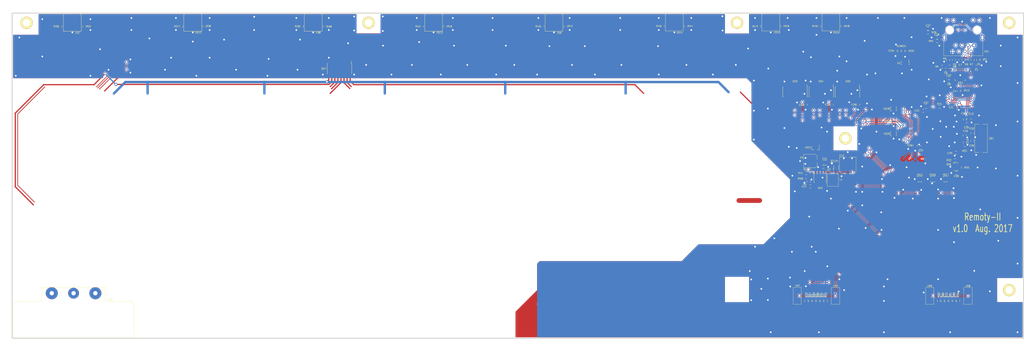
<source format=kicad_pcb>
(kicad_pcb (version 20171130) (host pcbnew "(2017-12-07 revision a63e9b8)-master")

  (general
    (thickness 1.6)
    (drawings 66)
    (tracks 2370)
    (zones 0)
    (modules 122)
    (nets 151)
  )

  (page A2)
  (layers
    (0 F.Cu signal)
    (31 B.Cu signal)
    (32 B.Adhes user)
    (33 F.Adhes user)
    (34 B.Paste user)
    (35 F.Paste user)
    (36 B.SilkS user)
    (37 F.SilkS user)
    (38 B.Mask user)
    (39 F.Mask user)
    (40 Dwgs.User user)
    (41 Cmts.User user)
    (42 Eco1.User user hide)
    (43 Eco2.User user hide)
    (44 Edge.Cuts user)
    (45 Margin user)
    (46 B.CrtYd user)
    (47 F.CrtYd user)
    (48 B.Fab user)
    (49 F.Fab user)
  )

  (setup
    (last_trace_width 0.25)
    (user_trace_width 0.254)
    (user_trace_width 0.3)
    (user_trace_width 0.5)
    (user_trace_width 1)
    (user_trace_width 2)
    (user_trace_width 3)
    (user_trace_width 4)
    (user_trace_width 5)
    (trace_clearance 0.199)
    (zone_clearance 0.22)
    (zone_45_only yes)
    (trace_min 0.2)
    (segment_width 0.05)
    (edge_width 0.381)
    (via_size 1.2)
    (via_drill 0.7)
    (via_min_size 1.2)
    (via_min_drill 0.6)
    (user_via 1.2 0.7)
    (uvia_size 0.3)
    (uvia_drill 0.1)
    (uvias_allowed no)
    (uvia_min_size 0.2)
    (uvia_min_drill 0.1)
    (pcb_text_width 0.3)
    (pcb_text_size 1.5 2)
    (mod_edge_width 0.127)
    (mod_text_size 1.5 1.5)
    (mod_text_width 0.3)
    (pad_size 1.5 5)
    (pad_drill 0)
    (pad_to_mask_clearance 0.1)
    (aux_axis_origin 20 200)
    (visible_elements 7FFCFF7F)
    (pcbplotparams
      (layerselection 0x010e8_ffffffff)
      (usegerberextensions false)
      (usegerberattributes true)
      (usegerberadvancedattributes true)
      (creategerberjobfile true)
      (excludeedgelayer true)
      (linewidth 0.100000)
      (plotframeref false)
      (viasonmask false)
      (mode 1)
      (useauxorigin false)
      (hpglpennumber 1)
      (hpglpenspeed 20)
      (hpglpendiameter 15)
      (psnegative false)
      (psa4output false)
      (plotreference false)
      (plotvalue false)
      (plotinvisibletext false)
      (padsonsilk false)
      (subtractmaskfromsilk true)
      (outputformat 1)
      (mirror false)
      (drillshape 0)
      (scaleselection 1)
      (outputdirectory ""))
  )

  (net 0 "")
  (net 1 +3v3)
  (net 2 GND)
  (net 3 "Net-(DD1-Pad7)")
  (net 4 "Net-(DD1-Pad8)")
  (net 5 "Net-(DD1-Pad3)")
  (net 6 ~ETH_INT)
  (net 7 "Net-(DD1-Pad16)")
  (net 8 "Net-(DD1-Pad17)")
  (net 9 "Net-(DD1-Pad18)")
  (net 10 "Net-(DD1-Pad23)")
  (net 11 "Net-(DD1-Pad24)")
  (net 12 "Net-(R1-Pad2)")
  (net 13 "Net-(C10-Pad1)")
  (net 14 "Net-(DD1-Pad2)")
  (net 15 "Net-(DD1-Pad10)")
  (net 16 "Net-(DD1-Pad11)")
  (net 17 "Net-(DD1-Pad12)")
  (net 18 "Net-(DD1-Pad13)")
  (net 19 "Net-(DD1-Pad20)")
  (net 20 "Net-(DD1-Pad21)")
  (net 21 "Net-(DD1-Pad22)")
  (net 22 "Net-(R2-Pad1)")
  (net 23 "Net-(R6-Pad1)")
  (net 24 "Net-(C14-Pad1)")
  (net 25 "Net-(C14-Pad2)")
  (net 26 "Net-(C30-Pad1)")
  (net 27 "Net-(C32-Pad1)")
  (net 28 "Net-(C33-Pad1)")
  (net 29 "Net-(DA2-Pad4)")
  (net 30 "Net-(DA2-Pad8)")
  (net 31 /SWDATA)
  (net 32 /USB_DP)
  (net 33 /USB_VBUS)
  (net 34 /USB_DM)
  (net 35 /SWCLK)
  (net 36 "Net-(DD3-Pad6)")
  (net 37 "Net-(DD3-Pad7)")
  (net 38 "Net-(DD4-Pad14)")
  (net 39 "Net-(DD4-Pad7)")
  (net 40 "Net-(R20-Pad1)")
  (net 41 "Net-(R20-Pad2)")
  (net 42 "Net-(R21-Pad1)")
  (net 43 "Net-(R21-Pad2)")
  (net 44 "Net-(R22-Pad2)")
  (net 45 "Net-(R23-Pad2)")
  (net 46 "Net-(C36-Pad1)")
  (net 47 "Net-(C37-Pad1)")
  (net 48 "Net-(DD1-Pad5)")
  (net 49 "Net-(DD2-Pad14)")
  (net 50 "Net-(DD5-Pad3)")
  (net 51 /I2C_SCL)
  (net 52 /I2C_SDA)
  (net 53 +12V)
  (net 54 /CS2)
  (net 55 /IO2_2)
  (net 56 /IO1_1)
  (net 57 /IO1_2)
  (net 58 /TX1)
  (net 59 /RX1)
  (net 60 /CS1)
  (net 61 /IO1_3)
  (net 62 MONITOR_AC1)
  (net 63 MONITOR_AC2)
  (net 64 MONITOR_UPS)
  (net 65 /IO2_3)
  (net 66 /TX2)
  (net 67 /IO3_2)
  (net 68 /RX4)
  (net 69 /IO3_1)
  (net 70 /IO3_3)
  (net 71 /CS3)
  (net 72 /TX3)
  (net 73 /RX3)
  (net 74 LOAD)
  (net 75 CLK)
  (net 76 MOSI)
  (net 77 ~ENABLE)
  (net 78 /IO4_1)
  (net 79 /IO4_2)
  (net 80 /IO4_3)
  (net 81 /TX4)
  (net 82 /CS4)
  (net 83 /RX2)
  (net 84 "Net-(DD3-Pad1)")
  (net 85 "Net-(DD3-Pad2)")
  (net 86 "Net-(DD3-Pad3)")
  (net 87 "Net-(DD3-Pad4)")
  (net 88 "Net-(DD3-Pad5)")
  (net 89 "Net-(DD4-Pad15)")
  (net 90 "Net-(DD3-Pad14)")
  (net 91 "Net-(DD4-Pad1)")
  (net 92 "Net-(DD4-Pad2)")
  (net 93 "Net-(DD4-Pad3)")
  (net 94 "Net-(DD4-Pad4)")
  (net 95 "Net-(DD4-Pad5)")
  (net 96 "Net-(DD4-Pad6)")
  (net 97 "Net-(DD5-Pad1)")
  (net 98 "Net-(DD5-Pad2)")
  (net 99 "Net-(DD5-Pad4)")
  (net 100 "Net-(DD5-Pad5)")
  (net 101 "Net-(DD5-Pad6)")
  (net 102 "Net-(DD5-Pad7)")
  (net 103 "Net-(DD7-Pad16)")
  (net 104 "Net-(DD7-Pad15)")
  (net 105 "Net-(DD7-Pad12)")
  (net 106 "Net-(DD7-Pad13)")
  (net 107 "Net-(DD7-Pad14)")
  (net 108 "Net-(DD7-Pad10)")
  (net 109 "Net-(DD7-Pad11)")
  (net 110 AC1_LINE)
  (net 111 AC1_NEUTRAL)
  (net 112 "Net-(R11-Pad2)")
  (net 113 "Net-(R34-Pad2)")
  (net 114 "Net-(R35-Pad2)")
  (net 115 "Net-(R36-Pad2)")
  (net 116 "Net-(R37-Pad2)")
  (net 117 "Net-(R38-Pad2)")
  (net 118 "Net-(R39-Pad2)")
  (net 119 "Net-(R40-Pad2)")
  (net 120 "Net-(R41-Pad2)")
  (net 121 "Net-(R42-Pad2)")
  (net 122 "Net-(DD5-Pad15)")
  (net 123 "Net-(R43-Pad2)")
  (net 124 "Net-(R44-Pad2)")
  (net 125 "Net-(R45-Pad2)")
  (net 126 "Net-(R46-Pad2)")
  (net 127 "Net-(R47-Pad2)")
  (net 128 "Net-(R48-Pad2)")
  (net 129 "Net-(R49-Pad2)")
  (net 130 "Net-(R57-Pad2)")
  (net 131 "Net-(R58-Pad2)")
  (net 132 "Net-(R59-Pad2)")
  (net 133 "Net-(R60-Pad2)")
  (net 134 "Net-(VR6-Pad2)")
  (net 135 "Net-(VR7-Pad2)")
  (net 136 "Net-(VR8-Pad2)")
  (net 137 "Net-(VR9-Pad2)")
  (net 138 "Net-(A1-Pad2)")
  (net 139 "Net-(C27-Pad1)")
  (net 140 "Net-(C28-Pad1)")
  (net 141 /IO2_1)
  (net 142 "Net-(R68-Pad2)")
  (net 143 "Net-(R69-Pad2)")
  (net 144 "Net-(R70-Pad2)")
  (net 145 "Net-(R71-Pad2)")
  (net 146 "Net-(R72-Pad2)")
  (net 147 "Net-(R73-Pad2)")
  (net 148 GNDA)
  (net 149 "Net-(C11-Pad1)")
  (net 150 "Net-(DD2-Pad44)")

  (net_class Default "This is the default net class."
    (clearance 0.199)
    (trace_width 0.25)
    (via_dia 1.2)
    (via_drill 0.7)
    (uvia_dia 0.3)
    (uvia_drill 0.1)
    (add_net +12V)
    (add_net +3v3)
    (add_net /CS1)
    (add_net /CS2)
    (add_net /CS3)
    (add_net /CS4)
    (add_net /I2C_SCL)
    (add_net /I2C_SDA)
    (add_net /IO1_1)
    (add_net /IO1_2)
    (add_net /IO1_3)
    (add_net /IO2_1)
    (add_net /IO2_2)
    (add_net /IO2_3)
    (add_net /IO3_1)
    (add_net /IO3_2)
    (add_net /IO3_3)
    (add_net /IO4_1)
    (add_net /IO4_2)
    (add_net /IO4_3)
    (add_net /RX1)
    (add_net /RX2)
    (add_net /RX3)
    (add_net /RX4)
    (add_net /SWCLK)
    (add_net /SWDATA)
    (add_net /TX1)
    (add_net /TX2)
    (add_net /TX3)
    (add_net /TX4)
    (add_net /USB_DM)
    (add_net /USB_DP)
    (add_net /USB_VBUS)
    (add_net AC1_LINE)
    (add_net AC1_NEUTRAL)
    (add_net CLK)
    (add_net GND)
    (add_net GNDA)
    (add_net LOAD)
    (add_net MONITOR_AC1)
    (add_net MONITOR_AC2)
    (add_net MONITOR_UPS)
    (add_net MOSI)
    (add_net "Net-(A1-Pad2)")
    (add_net "Net-(C10-Pad1)")
    (add_net "Net-(C11-Pad1)")
    (add_net "Net-(C14-Pad1)")
    (add_net "Net-(C14-Pad2)")
    (add_net "Net-(C27-Pad1)")
    (add_net "Net-(C28-Pad1)")
    (add_net "Net-(C30-Pad1)")
    (add_net "Net-(C32-Pad1)")
    (add_net "Net-(C33-Pad1)")
    (add_net "Net-(C36-Pad1)")
    (add_net "Net-(C37-Pad1)")
    (add_net "Net-(DA2-Pad4)")
    (add_net "Net-(DA2-Pad8)")
    (add_net "Net-(DD1-Pad10)")
    (add_net "Net-(DD1-Pad11)")
    (add_net "Net-(DD1-Pad12)")
    (add_net "Net-(DD1-Pad13)")
    (add_net "Net-(DD1-Pad16)")
    (add_net "Net-(DD1-Pad17)")
    (add_net "Net-(DD1-Pad18)")
    (add_net "Net-(DD1-Pad2)")
    (add_net "Net-(DD1-Pad20)")
    (add_net "Net-(DD1-Pad21)")
    (add_net "Net-(DD1-Pad22)")
    (add_net "Net-(DD1-Pad23)")
    (add_net "Net-(DD1-Pad24)")
    (add_net "Net-(DD1-Pad3)")
    (add_net "Net-(DD1-Pad5)")
    (add_net "Net-(DD1-Pad7)")
    (add_net "Net-(DD1-Pad8)")
    (add_net "Net-(DD2-Pad14)")
    (add_net "Net-(DD2-Pad44)")
    (add_net "Net-(DD3-Pad1)")
    (add_net "Net-(DD3-Pad14)")
    (add_net "Net-(DD3-Pad2)")
    (add_net "Net-(DD3-Pad3)")
    (add_net "Net-(DD3-Pad4)")
    (add_net "Net-(DD3-Pad5)")
    (add_net "Net-(DD3-Pad6)")
    (add_net "Net-(DD3-Pad7)")
    (add_net "Net-(DD4-Pad1)")
    (add_net "Net-(DD4-Pad14)")
    (add_net "Net-(DD4-Pad15)")
    (add_net "Net-(DD4-Pad2)")
    (add_net "Net-(DD4-Pad3)")
    (add_net "Net-(DD4-Pad4)")
    (add_net "Net-(DD4-Pad5)")
    (add_net "Net-(DD4-Pad6)")
    (add_net "Net-(DD4-Pad7)")
    (add_net "Net-(DD5-Pad1)")
    (add_net "Net-(DD5-Pad15)")
    (add_net "Net-(DD5-Pad2)")
    (add_net "Net-(DD5-Pad3)")
    (add_net "Net-(DD5-Pad4)")
    (add_net "Net-(DD5-Pad5)")
    (add_net "Net-(DD5-Pad6)")
    (add_net "Net-(DD5-Pad7)")
    (add_net "Net-(DD7-Pad10)")
    (add_net "Net-(DD7-Pad11)")
    (add_net "Net-(DD7-Pad12)")
    (add_net "Net-(DD7-Pad13)")
    (add_net "Net-(DD7-Pad14)")
    (add_net "Net-(DD7-Pad15)")
    (add_net "Net-(DD7-Pad16)")
    (add_net "Net-(R1-Pad2)")
    (add_net "Net-(R11-Pad2)")
    (add_net "Net-(R2-Pad1)")
    (add_net "Net-(R20-Pad1)")
    (add_net "Net-(R20-Pad2)")
    (add_net "Net-(R21-Pad1)")
    (add_net "Net-(R21-Pad2)")
    (add_net "Net-(R22-Pad2)")
    (add_net "Net-(R23-Pad2)")
    (add_net "Net-(R34-Pad2)")
    (add_net "Net-(R35-Pad2)")
    (add_net "Net-(R36-Pad2)")
    (add_net "Net-(R37-Pad2)")
    (add_net "Net-(R38-Pad2)")
    (add_net "Net-(R39-Pad2)")
    (add_net "Net-(R40-Pad2)")
    (add_net "Net-(R41-Pad2)")
    (add_net "Net-(R42-Pad2)")
    (add_net "Net-(R43-Pad2)")
    (add_net "Net-(R44-Pad2)")
    (add_net "Net-(R45-Pad2)")
    (add_net "Net-(R46-Pad2)")
    (add_net "Net-(R47-Pad2)")
    (add_net "Net-(R48-Pad2)")
    (add_net "Net-(R49-Pad2)")
    (add_net "Net-(R57-Pad2)")
    (add_net "Net-(R58-Pad2)")
    (add_net "Net-(R59-Pad2)")
    (add_net "Net-(R6-Pad1)")
    (add_net "Net-(R60-Pad2)")
    (add_net "Net-(R68-Pad2)")
    (add_net "Net-(R69-Pad2)")
    (add_net "Net-(R70-Pad2)")
    (add_net "Net-(R71-Pad2)")
    (add_net "Net-(R72-Pad2)")
    (add_net "Net-(R73-Pad2)")
    (add_net "Net-(VR6-Pad2)")
    (add_net "Net-(VR7-Pad2)")
    (add_net "Net-(VR8-Pad2)")
    (add_net "Net-(VR9-Pad2)")
    (add_net ~ENABLE)
    (add_net ~ETH_INT)
  )

  (module LMJ199882 (layer F.Cu) (tedit 59994D25) (tstamp 57E23FC9)
    (at 415 72)
    (path /57E10C6D)
    (fp_text reference XS1 (at 0 -1.905) (layer F.Fab)
      (effects (font (size 0.7 0.7) (thickness 0.1)))
    )
    (fp_text value LMJ1998824110DL1T39J (at 0 0) (layer F.Fab)
      (effects (font (size 0.7 0.7) (thickness 0.1)))
    )
    (fp_text user %R (at 9.6 8.9) (layer F.SilkS)
      (effects (font (size 0.7 0.7) (thickness 0.1)))
    )
    (fp_line (start -8.1 4.5) (end -8.1 10.7) (layer F.SilkS) (width 0.1))
    (fp_line (start -8.1 10.7) (end 8.1 10.7) (layer F.SilkS) (width 0.1))
    (fp_line (start 8.1 10.7) (end 8.1 4.5) (layer F.SilkS) (width 0.1))
    (fp_line (start 2.5 -2.7) (end 2.5 -10.7) (layer F.Fab) (width 0.1))
    (fp_line (start 5 -2.7) (end 2.5 -2.7) (layer F.Fab) (width 0.1))
    (fp_line (start 5 -10.7) (end 5 -2.7) (layer F.Fab) (width 0.1))
    (fp_line (start 3 -3.2) (end 4.5 -3.2) (layer F.Fab) (width 0.1))
    (fp_line (start 2.7 -10.7) (end 3 -3.2) (layer F.Fab) (width 0.1))
    (fp_line (start 4.8 -10.7) (end 4.5 -3.2) (layer F.Fab) (width 0.1))
    (fp_line (start 3 -3.5) (end 4.5 -3.5) (layer F.Fab) (width 0.1))
    (fp_line (start 4.5 -3.7) (end 3 -3.7) (layer F.Fab) (width 0.1))
    (fp_line (start 3 -3.9) (end 4.5 -3.9) (layer F.Fab) (width 0.1))
    (fp_line (start -4.5 -3.9) (end -3 -3.9) (layer F.Fab) (width 0.1))
    (fp_line (start -3 -3.7) (end -4.5 -3.7) (layer F.Fab) (width 0.1))
    (fp_line (start -4.5 -3.5) (end -3 -3.5) (layer F.Fab) (width 0.1))
    (fp_line (start -2.7 -10.7) (end -3 -3.2) (layer F.Fab) (width 0.1))
    (fp_line (start -4.8 -10.7) (end -4.5 -3.2) (layer F.Fab) (width 0.1))
    (fp_line (start -4.5 -3.2) (end -3 -3.2) (layer F.Fab) (width 0.1))
    (fp_line (start -2.5 -10.7) (end -2.5 -2.7) (layer F.Fab) (width 0.1))
    (fp_line (start -2.5 -2.7) (end -5 -2.7) (layer F.Fab) (width 0.1))
    (fp_line (start -5 -2.7) (end -5 -10.7) (layer F.Fab) (width 0.1))
    (fp_arc (start -9.9 -4.5) (end -8.9 -3.5) (angle -45) (layer F.Fab) (width 0.1))
    (fp_arc (start -6.9 -9.5) (end -8 -10.7) (angle -45) (layer F.Fab) (width 0.1))
    (fp_line (start -8.5 -9.6) (end -8.5 -4.5) (layer F.Fab) (width 0.1))
    (fp_line (start 8.5 -9.5) (end 8.5 -4.4) (layer F.Fab) (width 0.1))
    (fp_arc (start 6.9 -9.5) (end 8 -10.7) (angle 45) (layer F.Fab) (width 0.1))
    (fp_arc (start 9.9 -4.4) (end 8.9 -3.4) (angle 45) (layer F.Fab) (width 0.1))
    (fp_line (start -8 -10.7) (end 8 -10.7) (layer F.Fab) (width 0.1))
    (fp_line (start 8 -10.7) (end 8 10.6) (layer F.Fab) (width 0.1))
    (fp_line (start 8 10.6) (end -8 10.6) (layer F.Fab) (width 0.1))
    (fp_line (start -8 10.6) (end -8 -10.7) (layer F.Fab) (width 0.1))
    (pad 1 thru_hole rect (at 4.445 6.35) (size 1.4 1.4) (drill 0.9) (layers *.Cu *.Mask)
      (net 20 "Net-(DD1-Pad21)"))
    (pad 2 thru_hole circle (at 3.175 8.89) (size 1.4 1.4) (drill 0.9) (layers *.Cu *.Mask)
      (net 1 +3v3))
    (pad 3 thru_hole circle (at 1.905 6.35) (size 1.4 1.4) (drill 0.9) (layers *.Cu *.Mask)
      (net 19 "Net-(DD1-Pad20)"))
    (pad 4 thru_hole circle (at 0.635 8.89) (size 1.4 1.4) (drill 0.9) (layers *.Cu *.Mask)
      (net 10 "Net-(DD1-Pad23)"))
    (pad 5 thru_hole circle (at -0.635 6.35) (size 1.4 1.4) (drill 0.9) (layers *.Cu *.Mask)
      (net 1 +3v3))
    (pad 6 thru_hole circle (at -1.905 8.89) (size 1.4 1.4) (drill 0.9) (layers *.Cu *.Mask)
      (net 21 "Net-(DD1-Pad22)"))
    (pad 7 thru_hole circle (at -3.175 6.35) (size 1.4 1.4) (drill 0.9) (layers *.Cu *.Mask))
    (pad 8 thru_hole circle (at -4.445 8.89) (size 1.4 1.4) (drill 0.9) (layers *.Cu *.Mask)
      (net 2 GND))
    (pad 10 thru_hole circle (at 4.1 -4.05) (size 1.6 1.6) (drill 1) (layers *.Cu *.Mask)
      (net 22 "Net-(R2-Pad1)"))
    (pad 9 thru_hole circle (at 6.65 -4.05) (size 1.6 1.6) (drill 1) (layers *.Cu *.Mask)
      (net 5 "Net-(DD1-Pad3)"))
    (pad 12 thru_hole circle (at -6.65 -4.05) (size 1.6 1.6) (drill 1) (layers *.Cu *.Mask)
      (net 14 "Net-(DD1-Pad2)"))
    (pad 11 thru_hole circle (at -4.1 -4.05) (size 1.6 1.6) (drill 1) (layers *.Cu *.Mask)
      (net 12 "Net-(R1-Pad2)"))
    (pad 0 thru_hole circle (at -5.715 0) (size 3.3 3.3) (drill 3.3) (layers *.Cu *.Mask)
      (net 140 "Net-(C28-Pad1)"))
    (pad 0 thru_hole circle (at 5.715 0) (size 3.3 3.3) (drill 3.3) (layers *.Cu *.Mask)
      (net 140 "Net-(C28-Pad1)"))
    (pad 0 thru_hole oval (at -7.9 3.15) (size 1.5 2.5) (drill oval 0.8 1.7) (layers *.Cu *.Mask)
      (net 140 "Net-(C28-Pad1)"))
    (pad 0 thru_hole oval (at 7.9 3.15) (size 1.5 2.5) (drill oval 0.8 1.7) (layers *.Cu *.Mask)
      (net 140 "Net-(C28-Pad1)"))
    (model connectors/LMJ199882x110DL1.wrl
      (at (xyz 0 0 0))
      (scale (xyz 1 1 1))
      (rotate (xyz 0 0 0))
    )
  )

  (module modules:HOLE_50D32 (layer F.Cu) (tedit 56A7E264) (tstamp 57299505)
    (at 434 180 180)
    (path /5729E70A)
    (attr virtual)
    (fp_text reference X1 (at 0 0 180) (layer F.SilkS) hide
      (effects (font (size 0.7 0.7) (thickness 0.1)))
    )
    (fp_text value HOLE_50D32 (at 0 0 180) (layer F.SilkS) hide
      (effects (font (size 0.5 0.3) (thickness 0.07)))
    )
    (fp_line (start -3.175 0) (end -1.905 0) (layer B.Fab) (width 0.1))
    (fp_line (start 1.905 0) (end 3.175 0) (layer B.Fab) (width 0.1))
    (fp_line (start 0 1.905) (end 0 3.175) (layer B.Fab) (width 0.1))
    (fp_line (start 0 -1.905) (end 0 -3.175) (layer B.Fab) (width 0.1))
    (fp_line (start -0.635 0) (end 0.635 0) (layer B.Fab) (width 0.1))
    (fp_line (start 0 -0.635) (end 0 0.635) (layer B.Fab) (width 0.1))
    (fp_line (start -3.175 0) (end -1.905 0) (layer F.Fab) (width 0.1))
    (fp_line (start 1.905 0) (end 3.175 0) (layer F.Fab) (width 0.1))
    (fp_circle (center 0 0) (end 2.5 0) (layer F.SilkS) (width 0.1))
    (fp_circle (center 0 0) (end 1.6 0) (layer F.Fab) (width 0.1))
    (fp_circle (center 0 0) (end 2.5 0) (layer B.SilkS) (width 0.1))
    (fp_circle (center 0 0) (end 1.6 0) (layer B.Fab) (width 0.1))
    (fp_circle (center 0 0) (end 2.5 0) (layer F.Fab) (width 0.1))
    (fp_circle (center 0 0) (end 2.5 0) (layer B.Fab) (width 0.1))
    (fp_line (start 0 -0.635) (end 0 0.635) (layer F.Fab) (width 0.1))
    (fp_line (start -0.635 0) (end 0.635 0) (layer F.Fab) (width 0.1))
    (fp_line (start 0 -1.905) (end 0 -3.175) (layer F.Fab) (width 0.1))
    (fp_line (start 0 1.905) (end 0 3.175) (layer F.Fab) (width 0.1))
    (pad 1 thru_hole circle (at 0 0 180) (size 5 5) (drill 3.2) (layers *.Cu *.Mask F.SilkS)
      (zone_connect 2))
  )

  (module modules:HOLE_50D32 (layer F.Cu) (tedit 56A7E264) (tstamp 5729951C)
    (at 434 69 180)
    (path /5729E891)
    (attr virtual)
    (fp_text reference X2 (at 0 0 180) (layer F.SilkS) hide
      (effects (font (size 0.7 0.7) (thickness 0.1)))
    )
    (fp_text value HOLE_50D32 (at 0 0 180) (layer F.SilkS) hide
      (effects (font (size 0.5 0.3) (thickness 0.07)))
    )
    (fp_line (start -3.175 0) (end -1.905 0) (layer B.Fab) (width 0.1))
    (fp_line (start 1.905 0) (end 3.175 0) (layer B.Fab) (width 0.1))
    (fp_line (start 0 1.905) (end 0 3.175) (layer B.Fab) (width 0.1))
    (fp_line (start 0 -1.905) (end 0 -3.175) (layer B.Fab) (width 0.1))
    (fp_line (start -0.635 0) (end 0.635 0) (layer B.Fab) (width 0.1))
    (fp_line (start 0 -0.635) (end 0 0.635) (layer B.Fab) (width 0.1))
    (fp_line (start -3.175 0) (end -1.905 0) (layer F.Fab) (width 0.1))
    (fp_line (start 1.905 0) (end 3.175 0) (layer F.Fab) (width 0.1))
    (fp_circle (center 0 0) (end 2.5 0) (layer F.SilkS) (width 0.1))
    (fp_circle (center 0 0) (end 1.6 0) (layer F.Fab) (width 0.1))
    (fp_circle (center 0 0) (end 2.5 0) (layer B.SilkS) (width 0.1))
    (fp_circle (center 0 0) (end 1.6 0) (layer B.Fab) (width 0.1))
    (fp_circle (center 0 0) (end 2.5 0) (layer F.Fab) (width 0.1))
    (fp_circle (center 0 0) (end 2.5 0) (layer B.Fab) (width 0.1))
    (fp_line (start 0 -0.635) (end 0 0.635) (layer F.Fab) (width 0.1))
    (fp_line (start -0.635 0) (end 0.635 0) (layer F.Fab) (width 0.1))
    (fp_line (start 0 -1.905) (end 0 -3.175) (layer F.Fab) (width 0.1))
    (fp_line (start 0 1.905) (end 0 3.175) (layer F.Fab) (width 0.1))
    (pad 1 thru_hole circle (at 0 0 180) (size 5 5) (drill 3.2) (layers *.Cu *.Mask F.SilkS)
      (zone_connect 2))
  )

  (module modules:HOLE_50D32 (layer F.Cu) (tedit 56A7E264) (tstamp 5777053D)
    (at 26 69)
    (path /5729EA72)
    (attr virtual)
    (fp_text reference X3 (at 0 0) (layer F.SilkS) hide
      (effects (font (size 0.7 0.7) (thickness 0.1)))
    )
    (fp_text value HOLE_50D32 (at 0 0) (layer F.SilkS) hide
      (effects (font (size 0.5 0.3) (thickness 0.07)))
    )
    (fp_line (start -3.175 0) (end -1.905 0) (layer B.Fab) (width 0.1))
    (fp_line (start 1.905 0) (end 3.175 0) (layer B.Fab) (width 0.1))
    (fp_line (start 0 1.905) (end 0 3.175) (layer B.Fab) (width 0.1))
    (fp_line (start 0 -1.905) (end 0 -3.175) (layer B.Fab) (width 0.1))
    (fp_line (start -0.635 0) (end 0.635 0) (layer B.Fab) (width 0.1))
    (fp_line (start 0 -0.635) (end 0 0.635) (layer B.Fab) (width 0.1))
    (fp_line (start -3.175 0) (end -1.905 0) (layer F.Fab) (width 0.1))
    (fp_line (start 1.905 0) (end 3.175 0) (layer F.Fab) (width 0.1))
    (fp_circle (center 0 0) (end 2.5 0) (layer F.SilkS) (width 0.1))
    (fp_circle (center 0 0) (end 1.6 0) (layer F.Fab) (width 0.1))
    (fp_circle (center 0 0) (end 2.5 0) (layer B.SilkS) (width 0.1))
    (fp_circle (center 0 0) (end 1.6 0) (layer B.Fab) (width 0.1))
    (fp_circle (center 0 0) (end 2.5 0) (layer F.Fab) (width 0.1))
    (fp_circle (center 0 0) (end 2.5 0) (layer B.Fab) (width 0.1))
    (fp_line (start 0 -0.635) (end 0 0.635) (layer F.Fab) (width 0.1))
    (fp_line (start -0.635 0) (end 0.635 0) (layer F.Fab) (width 0.1))
    (fp_line (start 0 -1.905) (end 0 -3.175) (layer F.Fab) (width 0.1))
    (fp_line (start 0 1.905) (end 0 3.175) (layer F.Fab) (width 0.1))
    (pad 1 thru_hole circle (at 0 0) (size 5 5) (drill 3.2) (layers *.Cu *.Mask F.SilkS)
      (zone_connect 2))
  )

  (module modules:HOLE_50D32 (layer F.Cu) (tedit 56A7E264) (tstamp 59956827)
    (at 168 69)
    (path /5995BD3D)
    (attr virtual)
    (fp_text reference X10 (at 0 0) (layer F.SilkS) hide
      (effects (font (size 0.7 0.7) (thickness 0.1)))
    )
    (fp_text value HOLE_50D32 (at 0 0) (layer F.SilkS) hide
      (effects (font (size 0.5 0.3) (thickness 0.07)))
    )
    (fp_line (start -3.175 0) (end -1.905 0) (layer B.Fab) (width 0.1))
    (fp_line (start 1.905 0) (end 3.175 0) (layer B.Fab) (width 0.1))
    (fp_line (start 0 1.905) (end 0 3.175) (layer B.Fab) (width 0.1))
    (fp_line (start 0 -1.905) (end 0 -3.175) (layer B.Fab) (width 0.1))
    (fp_line (start -0.635 0) (end 0.635 0) (layer B.Fab) (width 0.1))
    (fp_line (start 0 -0.635) (end 0 0.635) (layer B.Fab) (width 0.1))
    (fp_line (start -3.175 0) (end -1.905 0) (layer F.Fab) (width 0.1))
    (fp_line (start 1.905 0) (end 3.175 0) (layer F.Fab) (width 0.1))
    (fp_circle (center 0 0) (end 2.5 0) (layer F.SilkS) (width 0.1))
    (fp_circle (center 0 0) (end 1.6 0) (layer F.Fab) (width 0.1))
    (fp_circle (center 0 0) (end 2.5 0) (layer B.SilkS) (width 0.1))
    (fp_circle (center 0 0) (end 1.6 0) (layer B.Fab) (width 0.1))
    (fp_circle (center 0 0) (end 2.5 0) (layer F.Fab) (width 0.1))
    (fp_circle (center 0 0) (end 2.5 0) (layer B.Fab) (width 0.1))
    (fp_line (start 0 -0.635) (end 0 0.635) (layer F.Fab) (width 0.1))
    (fp_line (start -0.635 0) (end 0.635 0) (layer F.Fab) (width 0.1))
    (fp_line (start 0 -1.905) (end 0 -3.175) (layer F.Fab) (width 0.1))
    (fp_line (start 0 1.905) (end 0 3.175) (layer F.Fab) (width 0.1))
    (pad 1 thru_hole circle (at 0 0) (size 5 5) (drill 3.2) (layers *.Cu *.Mask F.SilkS)
      (zone_connect 2))
  )

  (module modules:HOLE_50D32 (layer F.Cu) (tedit 56A7E264) (tstamp 59956832)
    (at 366 117)
    (path /5995BD43)
    (attr virtual)
    (fp_text reference X11 (at 0 0) (layer F.SilkS) hide
      (effects (font (size 0.7 0.7) (thickness 0.1)))
    )
    (fp_text value HOLE_50D32 (at 0 0) (layer F.SilkS) hide
      (effects (font (size 0.5 0.3) (thickness 0.07)))
    )
    (fp_line (start -3.175 0) (end -1.905 0) (layer B.Fab) (width 0.1))
    (fp_line (start 1.905 0) (end 3.175 0) (layer B.Fab) (width 0.1))
    (fp_line (start 0 1.905) (end 0 3.175) (layer B.Fab) (width 0.1))
    (fp_line (start 0 -1.905) (end 0 -3.175) (layer B.Fab) (width 0.1))
    (fp_line (start -0.635 0) (end 0.635 0) (layer B.Fab) (width 0.1))
    (fp_line (start 0 -0.635) (end 0 0.635) (layer B.Fab) (width 0.1))
    (fp_line (start -3.175 0) (end -1.905 0) (layer F.Fab) (width 0.1))
    (fp_line (start 1.905 0) (end 3.175 0) (layer F.Fab) (width 0.1))
    (fp_circle (center 0 0) (end 2.5 0) (layer F.SilkS) (width 0.1))
    (fp_circle (center 0 0) (end 1.6 0) (layer F.Fab) (width 0.1))
    (fp_circle (center 0 0) (end 2.5 0) (layer B.SilkS) (width 0.1))
    (fp_circle (center 0 0) (end 1.6 0) (layer B.Fab) (width 0.1))
    (fp_circle (center 0 0) (end 2.5 0) (layer F.Fab) (width 0.1))
    (fp_circle (center 0 0) (end 2.5 0) (layer B.Fab) (width 0.1))
    (fp_line (start 0 -0.635) (end 0 0.635) (layer F.Fab) (width 0.1))
    (fp_line (start -0.635 0) (end 0.635 0) (layer F.Fab) (width 0.1))
    (fp_line (start 0 -1.905) (end 0 -3.175) (layer F.Fab) (width 0.1))
    (fp_line (start 0 1.905) (end 0 3.175) (layer F.Fab) (width 0.1))
    (pad 1 thru_hole circle (at 0 0) (size 5 5) (drill 3.2) (layers *.Cu *.Mask F.SilkS)
      (zone_connect 2))
  )

  (module modules:HOLE_50D32 (layer F.Cu) (tedit 56A7E264) (tstamp 5995683D)
    (at 321 69)
    (path /5995BD49)
    (attr virtual)
    (fp_text reference X12 (at 0 0) (layer F.SilkS) hide
      (effects (font (size 0.7 0.7) (thickness 0.1)))
    )
    (fp_text value HOLE_50D32 (at 0 0) (layer F.SilkS) hide
      (effects (font (size 0.5 0.3) (thickness 0.07)))
    )
    (fp_line (start -3.175 0) (end -1.905 0) (layer B.Fab) (width 0.1))
    (fp_line (start 1.905 0) (end 3.175 0) (layer B.Fab) (width 0.1))
    (fp_line (start 0 1.905) (end 0 3.175) (layer B.Fab) (width 0.1))
    (fp_line (start 0 -1.905) (end 0 -3.175) (layer B.Fab) (width 0.1))
    (fp_line (start -0.635 0) (end 0.635 0) (layer B.Fab) (width 0.1))
    (fp_line (start 0 -0.635) (end 0 0.635) (layer B.Fab) (width 0.1))
    (fp_line (start -3.175 0) (end -1.905 0) (layer F.Fab) (width 0.1))
    (fp_line (start 1.905 0) (end 3.175 0) (layer F.Fab) (width 0.1))
    (fp_circle (center 0 0) (end 2.5 0) (layer F.SilkS) (width 0.1))
    (fp_circle (center 0 0) (end 1.6 0) (layer F.Fab) (width 0.1))
    (fp_circle (center 0 0) (end 2.5 0) (layer B.SilkS) (width 0.1))
    (fp_circle (center 0 0) (end 1.6 0) (layer B.Fab) (width 0.1))
    (fp_circle (center 0 0) (end 2.5 0) (layer F.Fab) (width 0.1))
    (fp_circle (center 0 0) (end 2.5 0) (layer B.Fab) (width 0.1))
    (fp_line (start 0 -0.635) (end 0 0.635) (layer F.Fab) (width 0.1))
    (fp_line (start -0.635 0) (end 0.635 0) (layer F.Fab) (width 0.1))
    (fp_line (start 0 -1.905) (end 0 -3.175) (layer F.Fab) (width 0.1))
    (fp_line (start 0 1.905) (end 0 3.175) (layer F.Fab) (width 0.1))
    (pad 1 thru_hole circle (at 0 0) (size 5 5) (drill 3.2) (layers *.Cu *.Mask F.SilkS)
      (zone_connect 2))
  )

  (module GSP1.8101.1 (layer F.Cu) (tedit 59944054) (tstamp 598D6D93)
    (at 45.5 191)
    (path /598E64DC)
    (fp_text reference XS2 (at 0 -1) (layer F.Fab)
      (effects (font (size 0.7 0.7) (thickness 0.1)))
    )
    (fp_text value GSP1.8101.1 (at 0 0) (layer F.Fab)
      (effects (font (size 0.7 0.7) (thickness 0.1)))
    )
    (fp_line (start -23 -6.4) (end -13.1 -6.4) (layer F.SilkS) (width 0.12))
    (fp_line (start -13.1 -6.4) (end -13.1 -12.2) (layer F.SilkS) (width 0.12))
    (fp_line (start -13.1 -12.2) (end 13.1 -12.2) (layer F.SilkS) (width 0.12))
    (fp_line (start 13.1 -12.2) (end 13.1 -6.4) (layer F.SilkS) (width 0.12))
    (fp_line (start 13.1 -6.4) (end 23 -6.4) (layer F.SilkS) (width 0.12))
    (fp_arc (start -23 -4.3) (end -25.1 -4.3) (angle 90) (layer F.SilkS) (width 0.12))
    (fp_arc (start 23 -4.3) (end 23 -6.4) (angle 90) (layer F.SilkS) (width 0.12))
    (fp_line (start 1.2 -11.9) (end 1.2 -11) (layer F.Fab) (width 0.12))
    (fp_line (start -1.2 -11.9) (end -1.2 -11) (layer F.Fab) (width 0.12))
    (fp_line (start -1.8 -11.9) (end 1.8 -11.9) (layer F.Fab) (width 0.12))
    (fp_line (start 1.8 -11.9) (end 1.8 -11) (layer F.Fab) (width 0.12))
    (fp_line (start 1.8 -11) (end -1.8 -11) (layer F.Fab) (width 0.12))
    (fp_line (start -1.8 -11) (end -1.8 -11.9) (layer F.Fab) (width 0.12))
    (fp_line (start -3.5 -12.1) (end -3.5 -9.1) (layer F.Fab) (width 0.12))
    (fp_line (start -3.5 -9.1) (end 3.5 -9.1) (layer F.Fab) (width 0.12))
    (fp_line (start 3.5 -9.1) (end 3.5 -12.1) (layer F.Fab) (width 0.12))
    (fp_line (start 9.1 -12.1) (end 9.1 6.2) (layer F.Fab) (width 0.12))
    (fp_line (start -9 -12.1) (end -9 6.2) (layer F.Fab) (width 0.12))
    (fp_line (start 13 6.2) (end 13 -12.1) (layer F.Fab) (width 0.12))
    (fp_line (start -13 6.2) (end -13 -12.1) (layer F.Fab) (width 0.12))
    (fp_line (start 23 -6.3) (end 13 -6.3) (layer F.Fab) (width 0.12))
    (fp_line (start -23 -6.3) (end -13 -6.3) (layer F.Fab) (width 0.12))
    (fp_arc (start -23 -4.3) (end -25 -4.3) (angle 90) (layer F.Fab) (width 0.12))
    (fp_arc (start 23 -4.3) (end 23 -6.3) (angle 90) (layer F.Fab) (width 0.12))
    (fp_line (start 13 -12.1) (end -13 -12.1) (layer F.Fab) (width 0.12))
    (fp_line (start -25.1 -4.3) (end -25.1 8.8) (layer F.SilkS) (width 0.12))
    (fp_line (start -25.1 8.8) (end 25.1 8.8) (layer F.SilkS) (width 0.12))
    (fp_line (start 25.1 8.8) (end 25.1 -4.3) (layer F.SilkS) (width 0.12))
    (fp_line (start 25 -4.3) (end 25 6.2) (layer F.Fab) (width 0.12))
    (fp_line (start -25 -4.3) (end -25 6.2) (layer F.Fab) (width 0.12))
    (fp_line (start -15 8.7) (end -15 12.2) (layer F.Fab) (width 0.12))
    (fp_line (start -15 12.2) (end 15 12.2) (layer F.Fab) (width 0.12))
    (fp_line (start 15 12.2) (end 15 8.7) (layer F.Fab) (width 0.12))
    (fp_line (start 25 8.7) (end 25 6.2) (layer F.Fab) (width 0.12))
    (fp_line (start 25 6.2) (end -25 6.2) (layer F.Fab) (width 0.12))
    (fp_line (start -25 6.2) (end -25 8.7) (layer F.Fab) (width 0.12))
    (fp_line (start -25 8.7) (end 25 8.7) (layer F.Fab) (width 0.12))
    (fp_circle (center 20 0) (end 21.7 0) (layer F.Fab) (width 0.1))
    (fp_line (start 20 -0.6) (end 20 0.6) (layer F.Fab) (width 0.1))
    (fp_line (start 19.4 0) (end 20.6 0) (layer F.Fab) (width 0.1))
    (fp_line (start 20 -1.2) (end 20 -2.5) (layer F.Fab) (width 0.1))
    (fp_line (start 20 1.2) (end 20 2.5) (layer F.Fab) (width 0.1))
    (fp_line (start 21.2 0) (end 22.5 0) (layer F.Fab) (width 0.1))
    (fp_line (start 18.8 0) (end 17.5 0) (layer F.Fab) (width 0.1))
    (fp_line (start -21.2 0) (end -22.5 0) (layer F.Fab) (width 0.1))
    (fp_line (start -18.8 0) (end -17.5 0) (layer F.Fab) (width 0.1))
    (fp_line (start -20 1.2) (end -20 2.5) (layer F.Fab) (width 0.1))
    (fp_line (start -20 -1.2) (end -20 -2.5) (layer F.Fab) (width 0.1))
    (fp_line (start -20.6 0) (end -19.4 0) (layer F.Fab) (width 0.1))
    (fp_line (start -20 -0.6) (end -20 0.6) (layer F.Fab) (width 0.1))
    (fp_circle (center -20 0) (end -18.3 0) (layer F.Fab) (width 0.1))
    (fp_text user %R (at 15.3 -7.1) (layer F.SilkS)
      (effects (font (size 0.7 0.7) (thickness 0.1)))
    )
    (pad "" np_thru_hole circle (at -20 0) (size 3.6 3.6) (drill 3.6) (layers *.Cu *.Mask))
    (pad "" np_thru_hole circle (at 20 0) (size 3.6 3.6) (drill 3.6) (layers *.Cu *.Mask))
    (pad 1 thru_hole circle (at -9.05 -9.7) (size 5 5) (drill 1.8) (layers *.Cu *.Mask)
      (net 110 AC1_LINE))
    (pad 2 thru_hole circle (at 0 -9.7) (size 4.5 4.5) (drill 1.8) (layers *.Cu *.Mask)
      (net 148 GNDA))
    (pad 3 thru_hole circle (at 9.05 -9.7) (size 5 5) (drill 1.8) (layers *.Cu *.Mask)
      (net 111 AC1_NEUTRAL))
    (model connectors/GSP1.8101.1.wrl
      (at (xyz 0 0 0))
      (scale (xyz 1 1 1))
      (rotate (xyz 0 0 0))
    )
  )

  (module LED-DUAL_3MM_SMD locked (layer F.Cu) (tedit 5999464C) (tstamp 598CFB8E)
    (at 360 64.6)
    (path /59948A89)
    (fp_text reference VD15 (at 0 7.3) (layer F.Fab)
      (effects (font (size 0.7 0.7) (thickness 0.1)))
    )
    (fp_text value LED-DUAL_3MM_SMD_C_V (at 0 7.3) (layer F.Fab)
      (effects (font (size 0.7 0.7) (thickness 0.1)))
    )
    (fp_line (start 3.7 7.8) (end 3.7 1) (layer F.SilkS) (width 0.12))
    (fp_line (start 3.7 1) (end 3.3 0.6) (layer F.SilkS) (width 0.12))
    (fp_line (start -3.7 1) (end -3.7 7.8) (layer F.SilkS) (width 0.12))
    (fp_line (start -3.7 7.8) (end 3.7 7.8) (layer F.SilkS) (width 0.12))
    (fp_line (start -3.7 1) (end -3.3 0.6) (layer F.SilkS) (width 0.12))
    (fp_line (start 0.7 0) (end 0.7 0.3) (layer F.Fab) (width 0.12))
    (fp_line (start 0.7 0.3) (end 1.4 1.3) (layer F.Fab) (width 0.12))
    (fp_line (start 1.4 1.3) (end 2.3 1.3) (layer F.Fab) (width 0.12))
    (fp_line (start 2.3 1.3) (end 2.3 6.5) (layer F.Fab) (width 0.12))
    (fp_line (start 2.3 6.5) (end 2.9 6.5) (layer F.Fab) (width 0.12))
    (fp_line (start 2.9 6.5) (end 2.9 1) (layer F.Fab) (width 0.12))
    (fp_line (start 2.9 1) (end 1.2 0) (layer F.Fab) (width 0.12))
    (fp_line (start -0.7 0) (end -0.7 0.3) (layer F.Fab) (width 0.12))
    (fp_line (start -0.7 0.3) (end -1.4 1) (layer F.Fab) (width 0.12))
    (fp_line (start -1.4 1) (end -1.4 1.3) (layer F.Fab) (width 0.12))
    (fp_line (start -1.4 1.3) (end -2.2 1.3) (layer F.Fab) (width 0.12))
    (fp_line (start -2.2 1.3) (end -2.2 6.5) (layer F.Fab) (width 0.12))
    (fp_line (start -2.2 6.5) (end -2.8 6.5) (layer F.Fab) (width 0.12))
    (fp_line (start -2.8 6.5) (end -2.8 1) (layer F.Fab) (width 0.12))
    (fp_line (start -2.8 1) (end -1.2 0) (layer F.Fab) (width 0.12))
    (fp_line (start -0.3 0) (end -0.3 6.5) (layer F.Fab) (width 0.12))
    (fp_line (start -0.3 6.5) (end 0.3 6.5) (layer F.Fab) (width 0.12))
    (fp_line (start 0.3 6.5) (end 0.3 0) (layer F.Fab) (width 0.12))
    (fp_line (start 1.5 -1) (end -1.5 -1) (layer F.Fab) (width 0.12))
    (fp_line (start 1.5 -3.5) (end 1.5 -1) (layer F.Fab) (width 0.12))
    (fp_line (start 1.5 -1) (end 2.2 -1) (layer F.Fab) (width 0.12))
    (fp_line (start 2.2 -1) (end 2.2 0) (layer F.Fab) (width 0.12))
    (fp_line (start 2.2 0) (end -1.5 0) (layer F.Fab) (width 0.12))
    (fp_arc (start 0 -3.5) (end 1.5 -3.5) (angle -90) (layer F.Fab) (width 0.12))
    (fp_arc (start 0 -3.5) (end 0 -5) (angle -90) (layer F.Fab) (width 0.12))
    (fp_line (start -1.5 0) (end -1.5 -3.5) (layer F.Fab) (width 0.12))
    (fp_text user %R (at 2.2 8.5) (layer F.SilkS)
      (effects (font (size 0.7 0.7) (thickness 0.1)))
    )
    (pad 1 smd roundrect (at -2.55 5) (size 1.5 5) (layers F.Cu F.Mask)(roundrect_rratio 0.1)
      (net 129 "Net-(R49-Pad2)"))
    (pad 2 smd roundrect (at 0 5) (size 1.5 5) (layers F.Cu F.Mask)(roundrect_rratio 0.1)
      (net 2 GND))
    (pad 3 smd roundrect (at 2.55 5) (size 1.5 5) (layers F.Cu F.Mask)(roundrect_rratio 0.1)
      (net 128 "Net-(R48-Pad2)"))
    (model displays/LED-5MM_dual_SMD.wrl
      (at (xyz 0 0 0))
      (scale (xyz 1 1 1))
      (rotate (xyz 0 0 0))
    )
  )

  (module LED-DUAL_3MM_SMD locked (layer F.Cu) (tedit 59994607) (tstamp 598D6C73)
    (at 45 64.7)
    (path /59940948)
    (fp_text reference VD7 (at 0.1 7.5) (layer F.Fab)
      (effects (font (size 0.7 0.7) (thickness 0.1)))
    )
    (fp_text value LED-DUAL_3MM_SMD_C_V (at 0 7.5) (layer F.Fab)
      (effects (font (size 0.7 0.7) (thickness 0.1)))
    )
    (fp_line (start 3.7 7.8) (end 3.7 1) (layer F.SilkS) (width 0.12))
    (fp_line (start 3.7 1) (end 3.3 0.6) (layer F.SilkS) (width 0.12))
    (fp_line (start -3.7 1) (end -3.7 7.8) (layer F.SilkS) (width 0.12))
    (fp_line (start -3.7 7.8) (end 3.7 7.8) (layer F.SilkS) (width 0.12))
    (fp_line (start -3.7 1) (end -3.3 0.6) (layer F.SilkS) (width 0.12))
    (fp_line (start 0.7 0) (end 0.7 0.3) (layer F.Fab) (width 0.12))
    (fp_line (start 0.7 0.3) (end 1.4 1.3) (layer F.Fab) (width 0.12))
    (fp_line (start 1.4 1.3) (end 2.3 1.3) (layer F.Fab) (width 0.12))
    (fp_line (start 2.3 1.3) (end 2.3 6.5) (layer F.Fab) (width 0.12))
    (fp_line (start 2.3 6.5) (end 2.9 6.5) (layer F.Fab) (width 0.12))
    (fp_line (start 2.9 6.5) (end 2.9 1) (layer F.Fab) (width 0.12))
    (fp_line (start 2.9 1) (end 1.2 0) (layer F.Fab) (width 0.12))
    (fp_line (start -0.7 0) (end -0.7 0.3) (layer F.Fab) (width 0.12))
    (fp_line (start -0.7 0.3) (end -1.4 1) (layer F.Fab) (width 0.12))
    (fp_line (start -1.4 1) (end -1.4 1.3) (layer F.Fab) (width 0.12))
    (fp_line (start -1.4 1.3) (end -2.2 1.3) (layer F.Fab) (width 0.12))
    (fp_line (start -2.2 1.3) (end -2.2 6.5) (layer F.Fab) (width 0.12))
    (fp_line (start -2.2 6.5) (end -2.8 6.5) (layer F.Fab) (width 0.12))
    (fp_line (start -2.8 6.5) (end -2.8 1) (layer F.Fab) (width 0.12))
    (fp_line (start -2.8 1) (end -1.2 0) (layer F.Fab) (width 0.12))
    (fp_line (start -0.3 0) (end -0.3 6.5) (layer F.Fab) (width 0.12))
    (fp_line (start -0.3 6.5) (end 0.3 6.5) (layer F.Fab) (width 0.12))
    (fp_line (start 0.3 6.5) (end 0.3 0) (layer F.Fab) (width 0.12))
    (fp_line (start 1.5 -1) (end -1.5 -1) (layer F.Fab) (width 0.12))
    (fp_line (start 1.5 -3.5) (end 1.5 -1) (layer F.Fab) (width 0.12))
    (fp_line (start 1.5 -1) (end 2.2 -1) (layer F.Fab) (width 0.12))
    (fp_line (start 2.2 -1) (end 2.2 0) (layer F.Fab) (width 0.12))
    (fp_line (start 2.2 0) (end -1.5 0) (layer F.Fab) (width 0.12))
    (fp_arc (start 0 -3.5) (end 1.5 -3.5) (angle -90) (layer F.Fab) (width 0.12))
    (fp_arc (start 0 -3.5) (end 0 -5) (angle -90) (layer F.Fab) (width 0.12))
    (fp_line (start -1.5 0) (end -1.5 -3.5) (layer F.Fab) (width 0.12))
    (fp_text user %R (at 2.2 8.5) (layer F.SilkS)
      (effects (font (size 0.7 0.7) (thickness 0.1)))
    )
    (pad 1 smd roundrect (at -2.55 5) (size 1.5 5) (layers F.Cu F.Mask)(roundrect_rratio 0.1)
      (net 114 "Net-(R35-Pad2)"))
    (pad 2 smd roundrect (at 0 5) (size 1.5 5) (layers F.Cu F.Mask)(roundrect_rratio 0.1)
      (net 2 GND))
    (pad 3 smd roundrect (at 2.55 5) (size 1.5 5) (layers F.Cu F.Mask)(roundrect_rratio 0.1)
      (net 113 "Net-(R34-Pad2)"))
    (model displays/LED-5MM_dual_SMD.wrl
      (at (xyz 0 0 0))
      (scale (xyz 1 1 1))
      (rotate (xyz 0 0 0))
    )
  )

  (module LED-DUAL_3MM_SMD locked (layer F.Cu) (tedit 59994613) (tstamp 598D6C99)
    (at 145 64.7)
    (path /599462E0)
    (fp_text reference VD8 (at 0.2 7.5) (layer F.Fab)
      (effects (font (size 0.7 0.7) (thickness 0.1)))
    )
    (fp_text value LED-DUAL_3MM_SMD_C_V (at 0 7.4) (layer F.Fab)
      (effects (font (size 0.7 0.7) (thickness 0.1)))
    )
    (fp_line (start 3.7 7.8) (end 3.7 1) (layer F.SilkS) (width 0.12))
    (fp_line (start 3.7 1) (end 3.3 0.6) (layer F.SilkS) (width 0.12))
    (fp_line (start -3.7 1) (end -3.7 7.8) (layer F.SilkS) (width 0.12))
    (fp_line (start -3.7 7.8) (end 3.7 7.8) (layer F.SilkS) (width 0.12))
    (fp_line (start -3.7 1) (end -3.3 0.6) (layer F.SilkS) (width 0.12))
    (fp_line (start 0.7 0) (end 0.7 0.3) (layer F.Fab) (width 0.12))
    (fp_line (start 0.7 0.3) (end 1.4 1.3) (layer F.Fab) (width 0.12))
    (fp_line (start 1.4 1.3) (end 2.3 1.3) (layer F.Fab) (width 0.12))
    (fp_line (start 2.3 1.3) (end 2.3 6.5) (layer F.Fab) (width 0.12))
    (fp_line (start 2.3 6.5) (end 2.9 6.5) (layer F.Fab) (width 0.12))
    (fp_line (start 2.9 6.5) (end 2.9 1) (layer F.Fab) (width 0.12))
    (fp_line (start 2.9 1) (end 1.2 0) (layer F.Fab) (width 0.12))
    (fp_line (start -0.7 0) (end -0.7 0.3) (layer F.Fab) (width 0.12))
    (fp_line (start -0.7 0.3) (end -1.4 1) (layer F.Fab) (width 0.12))
    (fp_line (start -1.4 1) (end -1.4 1.3) (layer F.Fab) (width 0.12))
    (fp_line (start -1.4 1.3) (end -2.2 1.3) (layer F.Fab) (width 0.12))
    (fp_line (start -2.2 1.3) (end -2.2 6.5) (layer F.Fab) (width 0.12))
    (fp_line (start -2.2 6.5) (end -2.8 6.5) (layer F.Fab) (width 0.12))
    (fp_line (start -2.8 6.5) (end -2.8 1) (layer F.Fab) (width 0.12))
    (fp_line (start -2.8 1) (end -1.2 0) (layer F.Fab) (width 0.12))
    (fp_line (start -0.3 0) (end -0.3 6.5) (layer F.Fab) (width 0.12))
    (fp_line (start -0.3 6.5) (end 0.3 6.5) (layer F.Fab) (width 0.12))
    (fp_line (start 0.3 6.5) (end 0.3 0) (layer F.Fab) (width 0.12))
    (fp_line (start 1.5 -1) (end -1.5 -1) (layer F.Fab) (width 0.12))
    (fp_line (start 1.5 -3.5) (end 1.5 -1) (layer F.Fab) (width 0.12))
    (fp_line (start 1.5 -1) (end 2.2 -1) (layer F.Fab) (width 0.12))
    (fp_line (start 2.2 -1) (end 2.2 0) (layer F.Fab) (width 0.12))
    (fp_line (start 2.2 0) (end -1.5 0) (layer F.Fab) (width 0.12))
    (fp_arc (start 0 -3.5) (end 1.5 -3.5) (angle -90) (layer F.Fab) (width 0.12))
    (fp_arc (start 0 -3.5) (end 0 -5) (angle -90) (layer F.Fab) (width 0.12))
    (fp_line (start -1.5 0) (end -1.5 -3.5) (layer F.Fab) (width 0.12))
    (fp_text user %R (at 2.1 8.4) (layer F.SilkS)
      (effects (font (size 0.7 0.7) (thickness 0.1)))
    )
    (pad 1 smd roundrect (at -2.55 5) (size 1.5 5) (layers F.Cu F.Mask)(roundrect_rratio 0.1)
      (net 118 "Net-(R39-Pad2)"))
    (pad 2 smd roundrect (at 0 5) (size 1.5 5) (layers F.Cu F.Mask)(roundrect_rratio 0.1)
      (net 2 GND))
    (pad 3 smd roundrect (at 2.55 5) (size 1.5 5) (layers F.Cu F.Mask)(roundrect_rratio 0.1)
      (net 117 "Net-(R38-Pad2)"))
    (model displays/LED-5MM_dual_SMD.wrl
      (at (xyz 0 0 0))
      (scale (xyz 1 1 1))
      (rotate (xyz 0 0 0))
    )
  )

  (module LED-DUAL_3MM_SMD locked (layer F.Cu) (tedit 59994627) (tstamp 598D6CBF)
    (at 245 64.7)
    (path /59947DDF)
    (fp_text reference VD9 (at 0.1 7.3) (layer F.Fab)
      (effects (font (size 0.7 0.7) (thickness 0.1)))
    )
    (fp_text value LED-DUAL_3MM_SMD_C_V (at -0.1 7.2) (layer F.Fab)
      (effects (font (size 0.7 0.7) (thickness 0.1)))
    )
    (fp_line (start 3.7 7.8) (end 3.7 1) (layer F.SilkS) (width 0.12))
    (fp_line (start 3.7 1) (end 3.3 0.6) (layer F.SilkS) (width 0.12))
    (fp_line (start -3.7 1) (end -3.7 7.8) (layer F.SilkS) (width 0.12))
    (fp_line (start -3.7 7.8) (end 3.7 7.8) (layer F.SilkS) (width 0.12))
    (fp_line (start -3.7 1) (end -3.3 0.6) (layer F.SilkS) (width 0.12))
    (fp_line (start 0.7 0) (end 0.7 0.3) (layer F.Fab) (width 0.12))
    (fp_line (start 0.7 0.3) (end 1.4 1.3) (layer F.Fab) (width 0.12))
    (fp_line (start 1.4 1.3) (end 2.3 1.3) (layer F.Fab) (width 0.12))
    (fp_line (start 2.3 1.3) (end 2.3 6.5) (layer F.Fab) (width 0.12))
    (fp_line (start 2.3 6.5) (end 2.9 6.5) (layer F.Fab) (width 0.12))
    (fp_line (start 2.9 6.5) (end 2.9 1) (layer F.Fab) (width 0.12))
    (fp_line (start 2.9 1) (end 1.2 0) (layer F.Fab) (width 0.12))
    (fp_line (start -0.7 0) (end -0.7 0.3) (layer F.Fab) (width 0.12))
    (fp_line (start -0.7 0.3) (end -1.4 1) (layer F.Fab) (width 0.12))
    (fp_line (start -1.4 1) (end -1.4 1.3) (layer F.Fab) (width 0.12))
    (fp_line (start -1.4 1.3) (end -2.2 1.3) (layer F.Fab) (width 0.12))
    (fp_line (start -2.2 1.3) (end -2.2 6.5) (layer F.Fab) (width 0.12))
    (fp_line (start -2.2 6.5) (end -2.8 6.5) (layer F.Fab) (width 0.12))
    (fp_line (start -2.8 6.5) (end -2.8 1) (layer F.Fab) (width 0.12))
    (fp_line (start -2.8 1) (end -1.2 0) (layer F.Fab) (width 0.12))
    (fp_line (start -0.3 0) (end -0.3 6.5) (layer F.Fab) (width 0.12))
    (fp_line (start -0.3 6.5) (end 0.3 6.5) (layer F.Fab) (width 0.12))
    (fp_line (start 0.3 6.5) (end 0.3 0) (layer F.Fab) (width 0.12))
    (fp_line (start 1.5 -1) (end -1.5 -1) (layer F.Fab) (width 0.12))
    (fp_line (start 1.5 -3.5) (end 1.5 -1) (layer F.Fab) (width 0.12))
    (fp_line (start 1.5 -1) (end 2.2 -1) (layer F.Fab) (width 0.12))
    (fp_line (start 2.2 -1) (end 2.2 0) (layer F.Fab) (width 0.12))
    (fp_line (start 2.2 0) (end -1.5 0) (layer F.Fab) (width 0.12))
    (fp_arc (start 0 -3.5) (end 1.5 -3.5) (angle -90) (layer F.Fab) (width 0.12))
    (fp_arc (start 0 -3.5) (end 0 -5) (angle -90) (layer F.Fab) (width 0.12))
    (fp_line (start -1.5 0) (end -1.5 -3.5) (layer F.Fab) (width 0.12))
    (fp_text user %R (at 2.2 8.5) (layer F.SilkS)
      (effects (font (size 0.7 0.7) (thickness 0.1)))
    )
    (pad 1 smd roundrect (at -2.55 5) (size 1.5 5) (layers F.Cu F.Mask)(roundrect_rratio 0.1)
      (net 123 "Net-(R43-Pad2)"))
    (pad 2 smd roundrect (at 0 5) (size 1.5 5) (layers F.Cu F.Mask)(roundrect_rratio 0.1)
      (net 2 GND))
    (pad 3 smd roundrect (at 2.55 5) (size 1.5 5) (layers F.Cu F.Mask)(roundrect_rratio 0.1)
      (net 121 "Net-(R42-Pad2)"))
    (model displays/LED-5MM_dual_SMD.wrl
      (at (xyz 0 0 0))
      (scale (xyz 1 1 1))
      (rotate (xyz 0 0 0))
    )
  )

  (module LED-DUAL_3MM_SMD locked (layer F.Cu) (tedit 59994642) (tstamp 598D6CE5)
    (at 335 64.6)
    (path /599486CB)
    (fp_text reference VD10 (at 0 7.4) (layer F.Fab)
      (effects (font (size 0.7 0.7) (thickness 0.1)))
    )
    (fp_text value LED-DUAL_3MM_SMD_C_V (at -0.1 7.4) (layer F.Fab)
      (effects (font (size 0.7 0.7) (thickness 0.1)))
    )
    (fp_line (start 3.7 7.8) (end 3.7 1) (layer F.SilkS) (width 0.12))
    (fp_line (start 3.7 1) (end 3.3 0.6) (layer F.SilkS) (width 0.12))
    (fp_line (start -3.7 1) (end -3.7 7.8) (layer F.SilkS) (width 0.12))
    (fp_line (start -3.7 7.8) (end 3.7 7.8) (layer F.SilkS) (width 0.12))
    (fp_line (start -3.7 1) (end -3.3 0.6) (layer F.SilkS) (width 0.12))
    (fp_line (start 0.7 0) (end 0.7 0.3) (layer F.Fab) (width 0.12))
    (fp_line (start 0.7 0.3) (end 1.4 1.3) (layer F.Fab) (width 0.12))
    (fp_line (start 1.4 1.3) (end 2.3 1.3) (layer F.Fab) (width 0.12))
    (fp_line (start 2.3 1.3) (end 2.3 6.5) (layer F.Fab) (width 0.12))
    (fp_line (start 2.3 6.5) (end 2.9 6.5) (layer F.Fab) (width 0.12))
    (fp_line (start 2.9 6.5) (end 2.9 1) (layer F.Fab) (width 0.12))
    (fp_line (start 2.9 1) (end 1.2 0) (layer F.Fab) (width 0.12))
    (fp_line (start -0.7 0) (end -0.7 0.3) (layer F.Fab) (width 0.12))
    (fp_line (start -0.7 0.3) (end -1.4 1) (layer F.Fab) (width 0.12))
    (fp_line (start -1.4 1) (end -1.4 1.3) (layer F.Fab) (width 0.12))
    (fp_line (start -1.4 1.3) (end -2.2 1.3) (layer F.Fab) (width 0.12))
    (fp_line (start -2.2 1.3) (end -2.2 6.5) (layer F.Fab) (width 0.12))
    (fp_line (start -2.2 6.5) (end -2.8 6.5) (layer F.Fab) (width 0.12))
    (fp_line (start -2.8 6.5) (end -2.8 1) (layer F.Fab) (width 0.12))
    (fp_line (start -2.8 1) (end -1.2 0) (layer F.Fab) (width 0.12))
    (fp_line (start -0.3 0) (end -0.3 6.5) (layer F.Fab) (width 0.12))
    (fp_line (start -0.3 6.5) (end 0.3 6.5) (layer F.Fab) (width 0.12))
    (fp_line (start 0.3 6.5) (end 0.3 0) (layer F.Fab) (width 0.12))
    (fp_line (start 1.5 -1) (end -1.5 -1) (layer F.Fab) (width 0.12))
    (fp_line (start 1.5 -3.5) (end 1.5 -1) (layer F.Fab) (width 0.12))
    (fp_line (start 1.5 -1) (end 2.2 -1) (layer F.Fab) (width 0.12))
    (fp_line (start 2.2 -1) (end 2.2 0) (layer F.Fab) (width 0.12))
    (fp_line (start 2.2 0) (end -1.5 0) (layer F.Fab) (width 0.12))
    (fp_arc (start 0 -3.5) (end 1.5 -3.5) (angle -90) (layer F.Fab) (width 0.12))
    (fp_arc (start 0 -3.5) (end 0 -5) (angle -90) (layer F.Fab) (width 0.12))
    (fp_line (start -1.5 0) (end -1.5 -3.5) (layer F.Fab) (width 0.12))
    (fp_text user %R (at 2.6 8.4) (layer F.SilkS)
      (effects (font (size 0.7 0.7) (thickness 0.1)))
    )
    (pad 1 smd roundrect (at -2.55 5) (size 1.5 5) (layers F.Cu F.Mask)(roundrect_rratio 0.1)
      (net 127 "Net-(R47-Pad2)"))
    (pad 2 smd roundrect (at 0 5) (size 1.5 5) (layers F.Cu F.Mask)(roundrect_rratio 0.1)
      (net 2 GND))
    (pad 3 smd roundrect (at 2.55 5) (size 1.5 5) (layers F.Cu F.Mask)(roundrect_rratio 0.1)
      (net 126 "Net-(R46-Pad2)"))
    (model displays/LED-5MM_dual_SMD.wrl
      (at (xyz 0 0 0))
      (scale (xyz 1 1 1))
      (rotate (xyz 0 0 0))
    )
  )

  (module LED-DUAL_3MM_SMD locked (layer F.Cu) (tedit 59994603) (tstamp 598D6D21)
    (at 95 64.7)
    (path /59944771)
    (fp_text reference VD12 (at 0.1 7.4) (layer F.Fab)
      (effects (font (size 0.7 0.7) (thickness 0.1)))
    )
    (fp_text value LED-DUAL_3MM_SMD_C_V (at 0.1 7.4) (layer F.Fab)
      (effects (font (size 0.7 0.7) (thickness 0.1)))
    )
    (fp_text user %R (at 2.3 8.4) (layer F.SilkS)
      (effects (font (size 0.7 0.7) (thickness 0.1)))
    )
    (fp_line (start -1.5 0) (end -1.5 -3.5) (layer F.Fab) (width 0.12))
    (fp_arc (start 0 -3.5) (end 0 -5) (angle -90) (layer F.Fab) (width 0.12))
    (fp_arc (start 0 -3.5) (end 1.5 -3.5) (angle -90) (layer F.Fab) (width 0.12))
    (fp_line (start 2.2 0) (end -1.5 0) (layer F.Fab) (width 0.12))
    (fp_line (start 2.2 -1) (end 2.2 0) (layer F.Fab) (width 0.12))
    (fp_line (start 1.5 -1) (end 2.2 -1) (layer F.Fab) (width 0.12))
    (fp_line (start 1.5 -3.5) (end 1.5 -1) (layer F.Fab) (width 0.12))
    (fp_line (start 1.5 -1) (end -1.5 -1) (layer F.Fab) (width 0.12))
    (fp_line (start 0.3 6.5) (end 0.3 0) (layer F.Fab) (width 0.12))
    (fp_line (start -0.3 6.5) (end 0.3 6.5) (layer F.Fab) (width 0.12))
    (fp_line (start -0.3 0) (end -0.3 6.5) (layer F.Fab) (width 0.12))
    (fp_line (start -2.8 1) (end -1.2 0) (layer F.Fab) (width 0.12))
    (fp_line (start -2.8 6.5) (end -2.8 1) (layer F.Fab) (width 0.12))
    (fp_line (start -2.2 6.5) (end -2.8 6.5) (layer F.Fab) (width 0.12))
    (fp_line (start -2.2 1.3) (end -2.2 6.5) (layer F.Fab) (width 0.12))
    (fp_line (start -1.4 1.3) (end -2.2 1.3) (layer F.Fab) (width 0.12))
    (fp_line (start -1.4 1) (end -1.4 1.3) (layer F.Fab) (width 0.12))
    (fp_line (start -0.7 0.3) (end -1.4 1) (layer F.Fab) (width 0.12))
    (fp_line (start -0.7 0) (end -0.7 0.3) (layer F.Fab) (width 0.12))
    (fp_line (start 2.9 1) (end 1.2 0) (layer F.Fab) (width 0.12))
    (fp_line (start 2.9 6.5) (end 2.9 1) (layer F.Fab) (width 0.12))
    (fp_line (start 2.3 6.5) (end 2.9 6.5) (layer F.Fab) (width 0.12))
    (fp_line (start 2.3 1.3) (end 2.3 6.5) (layer F.Fab) (width 0.12))
    (fp_line (start 1.4 1.3) (end 2.3 1.3) (layer F.Fab) (width 0.12))
    (fp_line (start 0.7 0.3) (end 1.4 1.3) (layer F.Fab) (width 0.12))
    (fp_line (start 0.7 0) (end 0.7 0.3) (layer F.Fab) (width 0.12))
    (fp_line (start -3.7 1) (end -3.3 0.6) (layer F.SilkS) (width 0.12))
    (fp_line (start -3.7 7.8) (end 3.7 7.8) (layer F.SilkS) (width 0.12))
    (fp_line (start -3.7 1) (end -3.7 7.8) (layer F.SilkS) (width 0.12))
    (fp_line (start 3.7 1) (end 3.3 0.6) (layer F.SilkS) (width 0.12))
    (fp_line (start 3.7 7.8) (end 3.7 1) (layer F.SilkS) (width 0.12))
    (pad 3 smd roundrect (at 2.55 5) (size 1.5 5) (layers F.Cu F.Mask)(roundrect_rratio 0.1)
      (net 115 "Net-(R36-Pad2)"))
    (pad 2 smd roundrect (at 0 5) (size 1.5 5) (layers F.Cu F.Mask)(roundrect_rratio 0.1)
      (net 2 GND))
    (pad 1 smd roundrect (at -2.55 5) (size 1.5 5) (layers F.Cu F.Mask)(roundrect_rratio 0.1)
      (net 116 "Net-(R37-Pad2)"))
    (model displays/LED-5MM_dual_SMD.wrl
      (at (xyz 0 0 0))
      (scale (xyz 1 1 1))
      (rotate (xyz 0 0 0))
    )
  )

  (module LED-DUAL_3MM_SMD locked (layer F.Cu) (tedit 59994621) (tstamp 598D6D47)
    (at 195 64.7)
    (path /59947982)
    (fp_text reference VD13 (at 0.3 7.3) (layer F.Fab)
      (effects (font (size 0.7 0.7) (thickness 0.1)))
    )
    (fp_text value LED-DUAL_3MM_SMD_C_V (at 0 7.3) (layer F.Fab)
      (effects (font (size 0.7 0.7) (thickness 0.1)))
    )
    (fp_text user %R (at 2.5 8.4) (layer F.SilkS)
      (effects (font (size 0.7 0.7) (thickness 0.1)))
    )
    (fp_line (start -1.5 0) (end -1.5 -3.5) (layer F.Fab) (width 0.12))
    (fp_arc (start 0 -3.5) (end 0 -5) (angle -90) (layer F.Fab) (width 0.12))
    (fp_arc (start 0 -3.5) (end 1.5 -3.5) (angle -90) (layer F.Fab) (width 0.12))
    (fp_line (start 2.2 0) (end -1.5 0) (layer F.Fab) (width 0.12))
    (fp_line (start 2.2 -1) (end 2.2 0) (layer F.Fab) (width 0.12))
    (fp_line (start 1.5 -1) (end 2.2 -1) (layer F.Fab) (width 0.12))
    (fp_line (start 1.5 -3.5) (end 1.5 -1) (layer F.Fab) (width 0.12))
    (fp_line (start 1.5 -1) (end -1.5 -1) (layer F.Fab) (width 0.12))
    (fp_line (start 0.3 6.5) (end 0.3 0) (layer F.Fab) (width 0.12))
    (fp_line (start -0.3 6.5) (end 0.3 6.5) (layer F.Fab) (width 0.12))
    (fp_line (start -0.3 0) (end -0.3 6.5) (layer F.Fab) (width 0.12))
    (fp_line (start -2.8 1) (end -1.2 0) (layer F.Fab) (width 0.12))
    (fp_line (start -2.8 6.5) (end -2.8 1) (layer F.Fab) (width 0.12))
    (fp_line (start -2.2 6.5) (end -2.8 6.5) (layer F.Fab) (width 0.12))
    (fp_line (start -2.2 1.3) (end -2.2 6.5) (layer F.Fab) (width 0.12))
    (fp_line (start -1.4 1.3) (end -2.2 1.3) (layer F.Fab) (width 0.12))
    (fp_line (start -1.4 1) (end -1.4 1.3) (layer F.Fab) (width 0.12))
    (fp_line (start -0.7 0.3) (end -1.4 1) (layer F.Fab) (width 0.12))
    (fp_line (start -0.7 0) (end -0.7 0.3) (layer F.Fab) (width 0.12))
    (fp_line (start 2.9 1) (end 1.2 0) (layer F.Fab) (width 0.12))
    (fp_line (start 2.9 6.5) (end 2.9 1) (layer F.Fab) (width 0.12))
    (fp_line (start 2.3 6.5) (end 2.9 6.5) (layer F.Fab) (width 0.12))
    (fp_line (start 2.3 1.3) (end 2.3 6.5) (layer F.Fab) (width 0.12))
    (fp_line (start 1.4 1.3) (end 2.3 1.3) (layer F.Fab) (width 0.12))
    (fp_line (start 0.7 0.3) (end 1.4 1.3) (layer F.Fab) (width 0.12))
    (fp_line (start 0.7 0) (end 0.7 0.3) (layer F.Fab) (width 0.12))
    (fp_line (start -3.7 1) (end -3.3 0.6) (layer F.SilkS) (width 0.12))
    (fp_line (start -3.7 7.8) (end 3.7 7.8) (layer F.SilkS) (width 0.12))
    (fp_line (start -3.7 1) (end -3.7 7.8) (layer F.SilkS) (width 0.12))
    (fp_line (start 3.7 1) (end 3.3 0.6) (layer F.SilkS) (width 0.12))
    (fp_line (start 3.7 7.8) (end 3.7 1) (layer F.SilkS) (width 0.12))
    (pad 3 smd roundrect (at 2.55 5) (size 1.5 5) (layers F.Cu F.Mask)(roundrect_rratio 0.1)
      (net 119 "Net-(R40-Pad2)"))
    (pad 2 smd roundrect (at 0 5) (size 1.5 5) (layers F.Cu F.Mask)(roundrect_rratio 0.1)
      (net 2 GND))
    (pad 1 smd roundrect (at -2.55 5) (size 1.5 5) (layers F.Cu F.Mask)(roundrect_rratio 0.1)
      (net 120 "Net-(R41-Pad2)"))
    (model displays/LED-5MM_dual_SMD.wrl
      (at (xyz 0 0 0))
      (scale (xyz 1 1 1))
      (rotate (xyz 0 0 0))
    )
  )

  (module LED-DUAL_3MM_SMD locked (layer F.Cu) (tedit 59994635) (tstamp 598D6D6D)
    (at 295 64.6)
    (path /5994817F)
    (fp_text reference VD14 (at 0.2 7.3) (layer F.Fab)
      (effects (font (size 0.7 0.7) (thickness 0.1)))
    )
    (fp_text value LED-DUAL_3MM_SMD_C_V (at -0.1 7.3) (layer F.Fab)
      (effects (font (size 0.7 0.7) (thickness 0.1)))
    )
    (fp_text user %R (at 2.2 8.5) (layer F.SilkS)
      (effects (font (size 0.7 0.7) (thickness 0.1)))
    )
    (fp_line (start -1.5 0) (end -1.5 -3.5) (layer F.Fab) (width 0.12))
    (fp_arc (start 0 -3.5) (end 0 -5) (angle -90) (layer F.Fab) (width 0.12))
    (fp_arc (start 0 -3.5) (end 1.5 -3.5) (angle -90) (layer F.Fab) (width 0.12))
    (fp_line (start 2.2 0) (end -1.5 0) (layer F.Fab) (width 0.12))
    (fp_line (start 2.2 -1) (end 2.2 0) (layer F.Fab) (width 0.12))
    (fp_line (start 1.5 -1) (end 2.2 -1) (layer F.Fab) (width 0.12))
    (fp_line (start 1.5 -3.5) (end 1.5 -1) (layer F.Fab) (width 0.12))
    (fp_line (start 1.5 -1) (end -1.5 -1) (layer F.Fab) (width 0.12))
    (fp_line (start 0.3 6.5) (end 0.3 0) (layer F.Fab) (width 0.12))
    (fp_line (start -0.3 6.5) (end 0.3 6.5) (layer F.Fab) (width 0.12))
    (fp_line (start -0.3 0) (end -0.3 6.5) (layer F.Fab) (width 0.12))
    (fp_line (start -2.8 1) (end -1.2 0) (layer F.Fab) (width 0.12))
    (fp_line (start -2.8 6.5) (end -2.8 1) (layer F.Fab) (width 0.12))
    (fp_line (start -2.2 6.5) (end -2.8 6.5) (layer F.Fab) (width 0.12))
    (fp_line (start -2.2 1.3) (end -2.2 6.5) (layer F.Fab) (width 0.12))
    (fp_line (start -1.4 1.3) (end -2.2 1.3) (layer F.Fab) (width 0.12))
    (fp_line (start -1.4 1) (end -1.4 1.3) (layer F.Fab) (width 0.12))
    (fp_line (start -0.7 0.3) (end -1.4 1) (layer F.Fab) (width 0.12))
    (fp_line (start -0.7 0) (end -0.7 0.3) (layer F.Fab) (width 0.12))
    (fp_line (start 2.9 1) (end 1.2 0) (layer F.Fab) (width 0.12))
    (fp_line (start 2.9 6.5) (end 2.9 1) (layer F.Fab) (width 0.12))
    (fp_line (start 2.3 6.5) (end 2.9 6.5) (layer F.Fab) (width 0.12))
    (fp_line (start 2.3 1.3) (end 2.3 6.5) (layer F.Fab) (width 0.12))
    (fp_line (start 1.4 1.3) (end 2.3 1.3) (layer F.Fab) (width 0.12))
    (fp_line (start 0.7 0.3) (end 1.4 1.3) (layer F.Fab) (width 0.12))
    (fp_line (start 0.7 0) (end 0.7 0.3) (layer F.Fab) (width 0.12))
    (fp_line (start -3.7 1) (end -3.3 0.6) (layer F.SilkS) (width 0.12))
    (fp_line (start -3.7 7.8) (end 3.7 7.8) (layer F.SilkS) (width 0.12))
    (fp_line (start -3.7 1) (end -3.7 7.8) (layer F.SilkS) (width 0.12))
    (fp_line (start 3.7 1) (end 3.3 0.6) (layer F.SilkS) (width 0.12))
    (fp_line (start 3.7 7.8) (end 3.7 1) (layer F.SilkS) (width 0.12))
    (pad 3 smd roundrect (at 2.55 5) (size 1.5 5) (layers F.Cu F.Mask)(roundrect_rratio 0.1)
      (net 124 "Net-(R44-Pad2)"))
    (pad 2 smd roundrect (at 0 5) (size 1.5 5) (layers F.Cu F.Mask)(roundrect_rratio 0.1)
      (net 2 GND))
    (pad 1 smd roundrect (at -2.55 5) (size 1.5 5) (layers F.Cu F.Mask)(roundrect_rratio 0.1)
      (net 125 "Net-(R45-Pad2)"))
    (model displays/LED-5MM_dual_SMD.wrl
      (at (xyz 0 0 0))
      (scale (xyz 1 1 1))
      (rotate (xyz 0 0 0))
    )
  )

  (module CD43 (layer F.Cu) (tedit 59994933) (tstamp 577CD204)
    (at 360.763 134.286 90)
    (path /577A2E03)
    (attr smd)
    (fp_text reference L1 (at -3.014 0.037 180) (layer F.Fab)
      (effects (font (size 0.7 0.7) (thickness 0.1)))
    )
    (fp_text value CD43-100K (at -3.114 1.037 180) (layer F.Fab)
      (effects (font (size 0.7 0.7) (thickness 0.1)))
    )
    (fp_line (start -2.667 -2.3495) (end -2.667 2.3495) (layer F.SilkS) (width 0.1))
    (fp_line (start -2.667 2.3495) (end 2.667 2.3495) (layer F.SilkS) (width 0.1))
    (fp_line (start 2.667 2.3495) (end 2.667 -2.3495) (layer F.SilkS) (width 0.1))
    (fp_line (start 2.667 -2.3495) (end -2.667 -2.3495) (layer F.SilkS) (width 0.1))
    (fp_arc (start 0 0) (end -1.1 2) (angle 48) (layer F.Fab) (width 0.1))
    (fp_arc (start 0 0) (end 1.05 -2) (angle 48) (layer F.Fab) (width 0.1))
    (fp_line (start -1.05 -2) (end 1.05 -2) (layer F.Fab) (width 0.1))
    (fp_line (start 1.05 2) (end -1.05 2) (layer F.Fab) (width 0.1))
    (fp_arc (start 0 0) (end -2.2 -0.5) (angle 48) (layer F.Fab) (width 0.1))
    (fp_arc (start 0 0) (end 2.2 0.5) (angle 48) (layer F.Fab) (width 0.1))
    (fp_line (start 1.5 0.5) (end 2.15 0.5) (layer F.Fab) (width 0.1))
    (fp_line (start 1.5 -0.5) (end 2.15 -0.5) (layer F.Fab) (width 0.1))
    (fp_arc (start 1.5 0) (end 1 0) (angle 90) (layer F.Fab) (width 0.1))
    (fp_arc (start 1.5 0) (end 1.5 0.5) (angle 90) (layer F.Fab) (width 0.1))
    (fp_arc (start -1.5 0) (end -1 0) (angle 90) (layer F.Fab) (width 0.1))
    (fp_arc (start -1.5 0) (end -1.5 -0.5) (angle 90) (layer F.Fab) (width 0.1))
    (fp_line (start -2.15 0.5) (end -1.5 0.5) (layer F.Fab) (width 0.1))
    (fp_line (start -2.15 -0.5) (end -1.5 -0.5) (layer F.Fab) (width 0.1))
    (fp_text user %R (at 0.186 3.437 180) (layer F.SilkS)
      (effects (font (size 0.7 0.7) (thickness 0.1)))
    )
    (pad 1 smd roundrect (at -1.65 0 90) (size 1.8 4.5) (layers F.Cu F.Paste F.Mask)(roundrect_rratio 0.1)
      (net 30 "Net-(DA2-Pad8)"))
    (pad 2 smd roundrect (at 1.65 0 90) (size 1.8 4.5) (layers F.Cu F.Paste F.Mask)(roundrect_rratio 0.18)
      (net 1 +3v3))
  )

  (module REFPOINT (layer F.Cu) (tedit 551163C9) (tstamp 57D7FAE4)
    (at 434.6 76.4)
    (path /577DD691)
    (attr virtual)
    (fp_text reference RP2 (at 0.8509 0.20066) (layer F.SilkS) hide
      (effects (font (size 1.00076 1.00076) (thickness 0.0889)))
    )
    (fp_text value REFPOINT (at 0.09906 0.20066) (layer F.SilkS) hide
      (effects (font (size 1.00076 1.00076) (thickness 0.0889)))
    )
    (pad 1 smd circle (at 0 0) (size 1.00076 1.00076) (layers F.Cu F.Mask))
  )

  (module QFN-25-05 (layer F.Cu) (tedit 5999473B) (tstamp 57E48746)
    (at 413.713 90.774 270)
    (path /544E8F58)
    (attr smd)
    (fp_text reference DD1 (at 0 0) (layer F.Fab)
      (effects (font (size 0.7 0.7) (thickness 0.1)))
    )
    (fp_text value LAN8720A (at 2.743 0.018) (layer F.Fab)
      (effects (font (size 0.7 0.7) (thickness 0.1)))
    )
    (fp_text user %R (at 3.126 -0.087) (layer F.SilkS)
      (effects (font (size 0.7 0.7) (thickness 0.1)))
    )
    (fp_text user %V (at 0 0 270) (layer F.SilkS) hide
      (effects (font (size 0.5 0.3) (thickness 0.07)))
    )
    (fp_line (start -1.5 2.2) (end -1.8 2.2) (layer F.SilkS) (width 0.1))
    (fp_line (start -1.8 2.2) (end -2.2 1.8) (layer F.SilkS) (width 0.1))
    (fp_line (start -2.2 1.8) (end -2.2 1.5) (layer F.SilkS) (width 0.1))
    (fp_line (start 1.5 2.2) (end 2.2 2.2) (layer F.SilkS) (width 0.1))
    (fp_line (start 2.2 2.2) (end 2.2 1.5) (layer F.SilkS) (width 0.1))
    (fp_line (start 1.5 -2.2) (end 2.2 -2.2) (layer F.SilkS) (width 0.1))
    (fp_line (start 2.2 -2.2) (end 2.2 -1.5) (layer F.SilkS) (width 0.1))
    (fp_line (start -2.2 -1.5) (end -2.2 -2.2) (layer F.SilkS) (width 0.1))
    (fp_line (start -2.2 -2.2) (end -1.5 -2.2) (layer F.SilkS) (width 0.1))
    (fp_line (start -1.8 1.35) (end -2 1.35) (layer F.Fab) (width 0.1))
    (fp_line (start -2 1.15) (end -1.8 1.15) (layer F.Fab) (width 0.1))
    (fp_line (start -1.8 0.85) (end -2 0.85) (layer F.Fab) (width 0.1))
    (fp_line (start -2 0.65) (end -1.8 0.65) (layer F.Fab) (width 0.1))
    (fp_line (start -1.8 0.35) (end -2 0.35) (layer F.Fab) (width 0.1))
    (fp_line (start -2 0.15) (end -1.8 0.15) (layer F.Fab) (width 0.1))
    (fp_line (start -1.8 -0.15) (end -2 -0.15) (layer F.Fab) (width 0.1))
    (fp_line (start -2 -0.35) (end -1.8 -0.35) (layer F.Fab) (width 0.1))
    (fp_line (start -2 -0.65) (end -1.8 -0.65) (layer F.Fab) (width 0.1))
    (fp_line (start -2 -0.85) (end -1.8 -0.85) (layer F.Fab) (width 0.1))
    (fp_line (start -2 -1.15) (end -1.8 -1.15) (layer F.Fab) (width 0.1))
    (fp_line (start -2 -1.35) (end -1.8 -1.35) (layer F.Fab) (width 0.1))
    (fp_line (start -1.35 -2) (end -1.35 -1.8) (layer F.Fab) (width 0.1))
    (fp_line (start -1.15 -2) (end -1.15 -1.8) (layer F.Fab) (width 0.1))
    (fp_line (start -0.85 -2) (end -0.85 -1.8) (layer F.Fab) (width 0.1))
    (fp_line (start -0.65 -2) (end -0.65 -1.8) (layer F.Fab) (width 0.1))
    (fp_line (start -0.35 -2) (end -0.35 -1.8) (layer F.Fab) (width 0.1))
    (fp_line (start -0.15 -1.8) (end -0.15 -2) (layer F.Fab) (width 0.1))
    (fp_line (start 0.15 -1.8) (end 0.15 -2) (layer F.Fab) (width 0.1))
    (fp_line (start 0.35 -1.8) (end 0.35 -2) (layer F.Fab) (width 0.1))
    (fp_line (start 0.65 -2) (end 0.65 -1.8) (layer F.Fab) (width 0.1))
    (fp_line (start 0.85 -2) (end 0.85 -1.8) (layer F.Fab) (width 0.1))
    (fp_line (start 1.15 -2) (end 1.15 -1.8) (layer F.Fab) (width 0.1))
    (fp_line (start 1.35 -2) (end 1.35 -1.8) (layer F.Fab) (width 0.1))
    (fp_line (start 1.8 -1.35) (end 2 -1.35) (layer F.Fab) (width 0.1))
    (fp_line (start 1.8 -1.15) (end 2 -1.15) (layer F.Fab) (width 0.1))
    (fp_line (start 1.8 -0.85) (end 2 -0.85) (layer F.Fab) (width 0.1))
    (fp_line (start 1.8 -0.65) (end 2 -0.65) (layer F.Fab) (width 0.1))
    (fp_line (start 1.8 -0.15) (end 2 -0.15) (layer F.Fab) (width 0.1))
    (fp_line (start 1.8 -0.35) (end 2 -0.35) (layer F.Fab) (width 0.1))
    (fp_line (start 1.8 0.15) (end 2 0.15) (layer F.Fab) (width 0.1))
    (fp_line (start 1.8 0.35) (end 2 0.35) (layer F.Fab) (width 0.1))
    (fp_line (start 1.8 0.65) (end 2 0.65) (layer F.Fab) (width 0.1))
    (fp_line (start 1.8 0.85) (end 2 0.85) (layer F.Fab) (width 0.1))
    (fp_line (start 1.8 1.15) (end 2 1.15) (layer F.Fab) (width 0.1))
    (fp_line (start 1.8 1.35) (end 2 1.35) (layer F.Fab) (width 0.1))
    (fp_line (start 1.35 1.8) (end 1.35 2) (layer F.Fab) (width 0.1))
    (fp_line (start 1.15 1.8) (end 1.15 2) (layer F.Fab) (width 0.1))
    (fp_line (start 0.85 1.8) (end 0.85 2) (layer F.Fab) (width 0.1))
    (fp_line (start 0.65 1.8) (end 0.65 2) (layer F.Fab) (width 0.1))
    (fp_line (start 0.35 1.8) (end 0.35 2) (layer F.Fab) (width 0.1))
    (fp_line (start 0.15 1.8) (end 0.15 2) (layer F.Fab) (width 0.1))
    (fp_line (start -0.15 1.8) (end -0.15 2) (layer F.Fab) (width 0.1))
    (fp_line (start -0.35 1.8) (end -0.35 2) (layer F.Fab) (width 0.1))
    (fp_line (start -0.65 1.8) (end -0.65 2) (layer F.Fab) (width 0.1))
    (fp_line (start -0.85 1.8) (end -0.85 2) (layer F.Fab) (width 0.1))
    (fp_line (start -1.15 1.8) (end -1.15 2) (layer F.Fab) (width 0.1))
    (fp_line (start -1.35 1.8) (end -1.35 2) (layer F.Fab) (width 0.1))
    (fp_line (start -1.8 -1.6) (end -1.6 -1.8) (layer F.Fab) (width 0.1))
    (fp_line (start -1.6 -1.8) (end 1.6 -1.8) (layer F.Fab) (width 0.1))
    (fp_line (start 1.6 -1.8) (end 1.8 -1.6) (layer F.Fab) (width 0.1))
    (fp_line (start 1.8 -1.6) (end 1.8 1.6) (layer F.Fab) (width 0.1))
    (fp_line (start 1.8 1.6) (end 1.6 1.8) (layer F.Fab) (width 0.1))
    (fp_line (start 1.6 1.8) (end -1.6 1.8) (layer F.Fab) (width 0.1))
    (fp_line (start -1.6 1.8) (end -1.8 1.6) (layer F.Fab) (width 0.1))
    (fp_line (start -1.8 1.6) (end -1.8 -1.6) (layer F.Fab) (width 0.1))
    (fp_line (start -2 1.75) (end -1.75 2) (layer F.Fab) (width 0.1))
    (fp_line (start -1.75 2) (end 1.75 2) (layer F.Fab) (width 0.1))
    (fp_line (start 1.75 2) (end 2 1.75) (layer F.Fab) (width 0.1))
    (fp_line (start 2 1.75) (end 2 -1.75) (layer F.Fab) (width 0.1))
    (fp_line (start 2 -1.75) (end 1.75 -2) (layer F.Fab) (width 0.1))
    (fp_line (start 1.75 -2) (end -1.75 -2) (layer F.Fab) (width 0.1))
    (fp_line (start -1.75 -2) (end -2 -1.75) (layer F.Fab) (width 0.1))
    (fp_line (start -2 -1.75) (end -2 1.75) (layer F.Fab) (width 0.1))
    (fp_circle (center -1.3125 1.3125) (end -1.3125 1.15) (layer F.Fab) (width 0.1))
    (pad 1 smd oval (at -1.25 1.95) (size 0.8 0.25) (layers F.Cu F.Paste F.Mask)
      (net 1 +3v3))
    (pad 2 smd oval (at -0.75 1.95) (size 0.8 0.25) (layers F.Cu F.Paste F.Mask)
      (net 14 "Net-(DD1-Pad2)"))
    (pad 3 smd oval (at -0.25 1.95) (size 0.8 0.25) (layers F.Cu F.Paste F.Mask)
      (net 5 "Net-(DD1-Pad3)"))
    (pad 4 smd oval (at 0.25 1.95) (size 0.8 0.25) (layers F.Cu F.Paste F.Mask))
    (pad 5 smd oval (at 0.75 1.95) (size 0.8 0.25) (layers F.Cu F.Paste F.Mask)
      (net 48 "Net-(DD1-Pad5)"))
    (pad 6 smd oval (at 1.25 1.95) (size 0.8 0.25) (layers F.Cu F.Paste F.Mask)
      (net 13 "Net-(C10-Pad1)"))
    (pad 7 smd oval (at 1.95 1.25 270) (size 0.8 0.25) (layers F.Cu F.Paste F.Mask)
      (net 3 "Net-(DD1-Pad7)"))
    (pad 8 smd oval (at 1.95 0.75 270) (size 0.8 0.25) (layers F.Cu F.Paste F.Mask)
      (net 4 "Net-(DD1-Pad8)"))
    (pad 9 smd oval (at 1.95 0.25 270) (size 0.8 0.25) (layers F.Cu F.Paste F.Mask)
      (net 1 +3v3))
    (pad 10 smd oval (at 1.95 -0.25 270) (size 0.8 0.25) (layers F.Cu F.Paste F.Mask)
      (net 15 "Net-(DD1-Pad10)"))
    (pad 11 smd oval (at 1.95 -0.75 270) (size 0.8 0.25) (layers F.Cu F.Paste F.Mask)
      (net 16 "Net-(DD1-Pad11)"))
    (pad 12 smd oval (at 1.95 -1.25 270) (size 0.8 0.25) (layers F.Cu F.Paste F.Mask)
      (net 17 "Net-(DD1-Pad12)"))
    (pad 13 smd oval (at 1.25 -1.95 180) (size 0.8 0.25) (layers F.Cu F.Paste F.Mask)
      (net 18 "Net-(DD1-Pad13)"))
    (pad 14 smd oval (at 0.75 -1.95 180) (size 0.8 0.25) (layers F.Cu F.Paste F.Mask)
      (net 6 ~ETH_INT))
    (pad 15 smd oval (at 0.25 -1.95 180) (size 0.8 0.25) (layers F.Cu F.Paste F.Mask)
      (net 1 +3v3))
    (pad 16 smd oval (at -0.25 -1.95 180) (size 0.8 0.25) (layers F.Cu F.Paste F.Mask)
      (net 7 "Net-(DD1-Pad16)"))
    (pad 17 smd oval (at -0.75 -1.95 180) (size 0.8 0.25) (layers F.Cu F.Paste F.Mask)
      (net 8 "Net-(DD1-Pad17)"))
    (pad 18 smd oval (at -1.25 -1.95 180) (size 0.8 0.25) (layers F.Cu F.Paste F.Mask)
      (net 9 "Net-(DD1-Pad18)"))
    (pad 19 smd oval (at -1.95 -1.25 270) (size 0.8 0.25) (layers F.Cu F.Paste F.Mask)
      (net 1 +3v3))
    (pad 20 smd oval (at -1.95 -0.75 270) (size 0.8 0.25) (layers F.Cu F.Paste F.Mask)
      (net 19 "Net-(DD1-Pad20)"))
    (pad 21 smd oval (at -1.95 -0.25 270) (size 0.8 0.25) (layers F.Cu F.Paste F.Mask)
      (net 20 "Net-(DD1-Pad21)"))
    (pad 22 smd oval (at -1.95 0.25 270) (size 0.8 0.25) (layers F.Cu F.Paste F.Mask)
      (net 21 "Net-(DD1-Pad22)"))
    (pad 23 smd oval (at -1.95 0.75 270) (size 0.8 0.25) (layers F.Cu F.Paste F.Mask)
      (net 10 "Net-(DD1-Pad23)"))
    (pad 24 smd oval (at -1.95 1.25 270) (size 0.8 0.25) (layers F.Cu F.Paste F.Mask)
      (net 11 "Net-(DD1-Pad24)"))
    (pad 25 smd rect (at 0 0 270) (size 2.5 2.5) (layers F.Cu F.Paste F.Mask)
      (net 2 GND))
    (model ic/QFN-25-05.wrl
      (at (xyz 0 0 0))
      (scale (xyz 1 1 1))
      (rotate (xyz 0 0 -90))
    )
  )

  (module C0603 (layer F.Cu) (tedit 599947A4) (tstamp 58E73543)
    (at 412.1 131.35 180)
    (path /58E75A6F)
    (attr smd)
    (fp_text reference C39 (at -2.0395 0.0505 180) (layer F.Fab)
      (effects (font (size 0.7 0.7) (thickness 0.1)))
    )
    (fp_text value u10 (at -2.103 0.0505 180) (layer F.Fab)
      (effects (font (size 0.7 0.7) (thickness 0.1)))
    )
    (fp_line (start 1.55 -0.75) (end -1.55 -0.75) (layer F.CrtYd) (width 0.05))
    (fp_line (start -1.55 -0.75) (end -1.55 0.75) (layer F.CrtYd) (width 0.05))
    (fp_line (start -1.55 0.75) (end 1.55 0.75) (layer F.CrtYd) (width 0.05))
    (fp_line (start 1.55 0.75) (end 1.55 -0.75) (layer F.CrtYd) (width 0.05))
    (fp_line (start 0.35 0.65) (end -0.35 0.65) (layer F.SilkS) (width 0.12))
    (fp_line (start 0.35 -0.65) (end -0.35 -0.65) (layer F.SilkS) (width 0.12))
    (fp_line (start -0.85 -0.45) (end 0.85 -0.45) (layer F.Fab) (width 0.12))
    (fp_line (start 0.85 -0.45) (end 0.85 0.45) (layer F.Fab) (width 0.12))
    (fp_line (start 0.85 0.45) (end -0.85 0.45) (layer F.Fab) (width 0.12))
    (fp_line (start -0.85 0.45) (end -0.85 -0.45) (layer F.Fab) (width 0.12))
    (fp_text user %R (at 0 -1.35 180) (layer F.SilkS)
      (effects (font (size 0.7 0.7) (thickness 0.1)))
    )
    (pad 1 smd roundrect (at -0.85 0 180) (size 0.95 1) (layers F.Cu F.Paste F.Mask)(roundrect_rratio 0.2)
      (net 1 +3v3) (solder_paste_margin -0.025))
    (pad 2 smd roundrect (at 0.85 0 180) (size 0.95 1) (layers F.Cu F.Paste F.Mask)(roundrect_rratio 0.2)
      (net 2 GND) (solder_paste_margin -0.025))
    (model passive/C0603.wrl
      (at (xyz 0 0 0))
      (scale (xyz 0.3937 0.3937 0.3937))
      (rotate (xyz 0 0 0))
    )
  )

  (module SOT-23-5 (layer F.Cu) (tedit 5999479E) (tstamp 58E73578)
    (at 412 128.75 270)
    (path /58E7360E)
    (attr smd)
    (fp_text reference DD6 (at -1.197 -2.6475) (layer F.Fab)
      (effects (font (size 0.7 0.7) (thickness 0.1)))
    )
    (fp_text value 24AA02E48T-I/OT (at -1.197 -6.394) (layer F.Fab)
      (effects (font (size 0.7 0.7) (thickness 0.1)))
    )
    (fp_line (start 1.55 -2) (end -1.55 -2) (layer F.CrtYd) (width 0.05))
    (fp_line (start -1.55 -2) (end -1.55 -0.95) (layer F.CrtYd) (width 0.05))
    (fp_line (start -1.55 -0.95) (end -1.8 -0.95) (layer F.CrtYd) (width 0.05))
    (fp_line (start -1.8 -0.95) (end -1.8 0.95) (layer F.CrtYd) (width 0.05))
    (fp_line (start -1.8 0.95) (end -1.55 0.95) (layer F.CrtYd) (width 0.05))
    (fp_line (start -1.55 0.95) (end -1.55 2) (layer F.CrtYd) (width 0.05))
    (fp_line (start -1.55 2) (end 1.55 2) (layer F.CrtYd) (width 0.05))
    (fp_line (start 1.55 2) (end 1.55 0.95) (layer F.CrtYd) (width 0.05))
    (fp_line (start 1.55 0.95) (end 1.8 0.95) (layer F.CrtYd) (width 0.05))
    (fp_line (start 1.8 0.95) (end 1.8 -0.95) (layer F.CrtYd) (width 0.05))
    (fp_line (start 1.8 -0.95) (end 1.55 -0.95) (layer F.CrtYd) (width 0.05))
    (fp_line (start 1.55 -0.95) (end 1.55 -2) (layer F.CrtYd) (width 0.05))
    (fp_line (start -1.45 -0.75) (end -1.65 -0.75) (layer F.SilkS) (width 0.12))
    (fp_line (start -1.65 -0.75) (end -1.65 0.75) (layer F.SilkS) (width 0.12))
    (fp_line (start -1.65 0.75) (end -1.45 0.75) (layer F.SilkS) (width 0.12))
    (fp_line (start -1.45 0.75) (end -1.45 1.35) (layer F.SilkS) (width 0.12))
    (fp_line (start 1.45 0.75) (end 1.65 0.75) (layer F.SilkS) (width 0.12))
    (fp_line (start 1.65 0.75) (end 1.65 -0.75) (layer F.SilkS) (width 0.12))
    (fp_line (start 1.65 -0.75) (end 1.45 -0.75) (layer F.SilkS) (width 0.12))
    (fp_text user %R (at -0.95 3.1) (layer F.SilkS)
      (effects (font (size 0.7 0.7) (thickness 0.1)))
    )
    (fp_line (start 0.7112 -0.9652) (end 1.2192 -0.9652) (layer F.Fab) (width 0.12954))
    (fp_line (start 1.2192 -0.6604) (end 1.2192 -1.27) (layer F.Fab) (width 0.12954))
    (fp_line (start 1.2192 -1.27) (end 0.7112 -1.27) (layer F.Fab) (width 0.12954))
    (fp_line (start 0.7112 -1.27) (end 0.7112 -0.6604) (layer F.Fab) (width 0.12954))
    (fp_line (start 0.254 0.9652) (end -0.254 0.9652) (layer F.Fab) (width 0.12954))
    (fp_line (start -0.254 0.6604) (end -0.254 1.27) (layer F.Fab) (width 0.12954))
    (fp_line (start -0.254 1.27) (end 0.254 1.27) (layer F.Fab) (width 0.12954))
    (fp_line (start 0.254 1.27) (end 0.254 0.6604) (layer F.Fab) (width 0.12954))
    (fp_line (start 1.19126 0.635) (end 1.19126 1.27) (layer F.Fab) (width 0.127))
    (fp_line (start 0.71374 0.635) (end 0.71374 1.27) (layer F.Fab) (width 0.127))
    (fp_line (start -0.71374 0.635) (end -0.71374 1.27) (layer F.Fab) (width 0.127))
    (fp_line (start -1.19126 1.27) (end -1.19126 0.635) (layer F.Fab) (width 0.127))
    (fp_line (start -0.72644 -1.27) (end -0.72644 -0.635) (layer F.Fab) (width 0.127))
    (fp_line (start -1.20396 -0.635) (end -1.20396 -1.27) (layer F.Fab) (width 0.127))
    (fp_line (start -1.50876 0.635) (end -1.50876 -0.635) (layer F.Fab) (width 0.127))
    (fp_line (start -1.50876 -0.635) (end 1.50876 -0.635) (layer F.Fab) (width 0.127))
    (fp_line (start 1.50876 -0.635) (end 1.50876 0.635) (layer F.Fab) (width 0.127))
    (fp_line (start 1.50876 0.635) (end -1.50876 0.635) (layer F.Fab) (width 0.127))
    (fp_line (start 0.71374 1.27254) (end 1.19126 1.27254) (layer F.Fab) (width 0.127))
    (fp_line (start 0.71374 0.9525) (end 1.19126 0.9525) (layer F.Fab) (width 0.127))
    (fp_line (start -0.72644 -0.94996) (end -1.20396 -0.94996) (layer F.Fab) (width 0.127))
    (fp_line (start -0.72644 -1.27) (end -1.20396 -1.27) (layer F.Fab) (width 0.127))
    (fp_line (start -0.71374 0.9525) (end -1.19126 0.9525) (layer F.Fab) (width 0.127))
    (fp_line (start -1.19126 1.27254) (end -0.71374 1.27254) (layer F.Fab) (width 0.127))
    (pad 1 smd roundrect (at -0.95 1.25 270) (size 0.7 1) (layers F.Cu F.Paste F.Mask)(roundrect_rratio 0.2)
      (net 51 /I2C_SCL) (solder_paste_margin -0.025))
    (pad 2 smd roundrect (at 0 1.25 270) (size 0.7 1) (layers F.Cu F.Paste F.Mask)(roundrect_rratio 0.2)
      (net 2 GND) (solder_paste_margin -0.025))
    (pad 3 smd roundrect (at 0.95 1.25 270) (size 0.7 1) (layers F.Cu F.Paste F.Mask)(roundrect_rratio 0.2)
      (net 52 /I2C_SDA) (solder_paste_margin -0.025))
    (pad 4 smd roundrect (at 0.95 -1.25 270) (size 0.7 1) (layers F.Cu F.Paste F.Mask)(roundrect_rratio 0.2)
      (net 1 +3v3) (solder_paste_margin -0.025))
    (pad 5 smd roundrect (at -0.95 -1.25 270) (size 0.7 1) (layers F.Cu F.Paste F.Mask)(roundrect_rratio 0.2)
      (solder_paste_margin -0.025))
    (model active\SOT-23.wrl
      (at (xyz 0 0 0))
      (scale (xyz 0.3937 0.3937 0.3937))
      (rotate (xyz 0 0 0))
    )
  )

  (module R0603 (layer F.Cu) (tedit 599947A1) (tstamp 58E73589)
    (at 414.8 129.15 90)
    (path /58E78140)
    (attr smd)
    (fp_text reference R31 (at 0.073 1.689 180) (layer F.Fab)
      (effects (font (size 0.7 0.7) (thickness 0.1)))
    )
    (fp_text value 4k7 (at 0.0095 1.816 180) (layer F.Fab)
      (effects (font (size 0.7 0.7) (thickness 0.1)))
    )
    (fp_line (start 1.45 -0.75) (end -1.45 -0.75) (layer F.CrtYd) (width 0.05))
    (fp_line (start -1.45 -0.75) (end -1.45 0.75) (layer F.CrtYd) (width 0.05))
    (fp_line (start -1.45 0.75) (end 1.45 0.75) (layer F.CrtYd) (width 0.05))
    (fp_line (start 1.45 0.75) (end 1.45 -0.75) (layer F.CrtYd) (width 0.05))
    (fp_line (start 0.4 0.65) (end -0.4 0.65) (layer F.SilkS) (width 0.12))
    (fp_line (start 0.4 -0.65) (end -0.4 -0.65) (layer F.SilkS) (width 0.12))
    (fp_line (start -0.85 -0.5) (end -0.85 0.5) (layer F.Fab) (width 0.12))
    (fp_line (start -0.85 0.5) (end 0.85 0.5) (layer F.Fab) (width 0.12))
    (fp_line (start 0.85 0.5) (end 0.85 -0.5) (layer F.Fab) (width 0.12))
    (fp_line (start 0.85 -0.5) (end -0.85 -0.5) (layer F.Fab) (width 0.12))
    (fp_text user %R (at 0.05 1.8 180) (layer F.SilkS)
      (effects (font (size 0.7 0.7) (thickness 0.1)))
    )
    (pad 1 smd roundrect (at -0.8 0 90) (size 0.8 1) (layers F.Cu F.Paste F.Mask)(roundrect_rratio 0.2)
      (net 1 +3v3) (solder_paste_margin -0.025))
    (pad 2 smd roundrect (at 0.8 0 90) (size 0.8 1) (layers F.Cu F.Paste F.Mask)(roundrect_rratio 0.2)
      (net 52 /I2C_SDA) (solder_paste_margin -0.025))
    (model passive/R0603.wrl
      (at (xyz 0 0 0))
      (scale (xyz 0.3937 0.3937 0.3937))
      (rotate (xyz 0 0 0))
    )
  )

  (module R0603 (layer F.Cu) (tedit 5999479A) (tstamp 58E7359A)
    (at 411.5 126.15 180)
    (path /58E782BC)
    (attr smd)
    (fp_text reference R32 (at -2.0045 -0.006 180) (layer F.Fab)
      (effects (font (size 0.7 0.7) (thickness 0.1)))
    )
    (fp_text value 4k7 (at -2.0045 0.0575 180) (layer F.Fab)
      (effects (font (size 0.7 0.7) (thickness 0.1)))
    )
    (fp_line (start 1.45 -0.75) (end -1.45 -0.75) (layer F.CrtYd) (width 0.05))
    (fp_line (start -1.45 -0.75) (end -1.45 0.75) (layer F.CrtYd) (width 0.05))
    (fp_line (start -1.45 0.75) (end 1.45 0.75) (layer F.CrtYd) (width 0.05))
    (fp_line (start 1.45 0.75) (end 1.45 -0.75) (layer F.CrtYd) (width 0.05))
    (fp_line (start 0.4 0.65) (end -0.4 0.65) (layer F.SilkS) (width 0.12))
    (fp_line (start 0.4 -0.65) (end -0.4 -0.65) (layer F.SilkS) (width 0.12))
    (fp_line (start -0.85 -0.5) (end -0.85 0.5) (layer F.Fab) (width 0.12))
    (fp_line (start -0.85 0.5) (end 0.85 0.5) (layer F.Fab) (width 0.12))
    (fp_line (start 0.85 0.5) (end 0.85 -0.5) (layer F.Fab) (width 0.12))
    (fp_line (start 0.85 -0.5) (end -0.85 -0.5) (layer F.Fab) (width 0.12))
    (fp_text user %R (at 2.5 0.05 180) (layer F.SilkS)
      (effects (font (size 0.7 0.7) (thickness 0.1)))
    )
    (pad 1 smd roundrect (at -0.8 0 180) (size 0.8 1) (layers F.Cu F.Paste F.Mask)(roundrect_rratio 0.2)
      (net 1 +3v3) (solder_paste_margin -0.025))
    (pad 2 smd roundrect (at 0.8 0 180) (size 0.8 1) (layers F.Cu F.Paste F.Mask)(roundrect_rratio 0.2)
      (net 51 /I2C_SCL) (solder_paste_margin -0.025))
    (model passive/R0603.wrl
      (at (xyz 0 0 0))
      (scale (xyz 0.3937 0.3937 0.3937))
      (rotate (xyz 0 0 0))
    )
  )

  (module C0603 (layer F.Cu) (tedit 59994725) (tstamp 598D6346)
    (at 420.3805 87.2815)
    (path /545DF28A)
    (attr smd)
    (fp_text reference C1 (at -1.6805 -0.0815) (layer F.Fab)
      (effects (font (size 0.7 0.7) (thickness 0.1)))
    )
    (fp_text value u10 (at -1.9805 -0.0815) (layer F.Fab)
      (effects (font (size 0.7 0.7) (thickness 0.1)))
    )
    (fp_line (start 1.55 -0.75) (end -1.55 -0.75) (layer F.CrtYd) (width 0.05))
    (fp_line (start -1.55 -0.75) (end -1.55 0.75) (layer F.CrtYd) (width 0.05))
    (fp_line (start -1.55 0.75) (end 1.55 0.75) (layer F.CrtYd) (width 0.05))
    (fp_line (start 1.55 0.75) (end 1.55 -0.75) (layer F.CrtYd) (width 0.05))
    (fp_line (start 0.35 0.65) (end -0.35 0.65) (layer F.SilkS) (width 0.12))
    (fp_line (start 0.35 -0.65) (end -0.35 -0.65) (layer F.SilkS) (width 0.12))
    (fp_line (start -0.85 -0.45) (end 0.85 -0.45) (layer F.Fab) (width 0.12))
    (fp_line (start 0.85 -0.45) (end 0.85 0.45) (layer F.Fab) (width 0.12))
    (fp_line (start 0.85 0.45) (end -0.85 0.45) (layer F.Fab) (width 0.12))
    (fp_line (start -0.85 0.45) (end -0.85 -0.45) (layer F.Fab) (width 0.12))
    (fp_text user %R (at 0.1195 1.2185) (layer F.SilkS)
      (effects (font (size 0.7 0.7) (thickness 0.1)))
    )
    (pad 1 smd roundrect (at -0.85 0) (size 0.95 1) (layers F.Cu F.Paste F.Mask)(roundrect_rratio 0.2)
      (net 1 +3v3) (solder_paste_margin -0.025))
    (pad 2 smd roundrect (at 0.85 0) (size 0.95 1) (layers F.Cu F.Paste F.Mask)(roundrect_rratio 0.2)
      (net 2 GND) (solder_paste_margin -0.025))
    (model passive/C0603.wrl
      (at (xyz 0 0 0))
      (scale (xyz 0.3937 0.3937 0.3937))
      (rotate (xyz 0 0 0))
    )
  )

  (module MVE-E55 (layer F.Cu) (tedit 5999491F) (tstamp 598D6366)
    (at 351.492 126.412 90)
    (path /577A69CA)
    (attr smd)
    (fp_text reference C3 (at 0 0 180) (layer F.Fab)
      (effects (font (size 0.7 0.7) (thickness 0.1)))
    )
    (fp_text value 47uFx16V (at 3.212 -0.092 180) (layer F.Fab)
      (effects (font (size 0.7 0.7) (thickness 0.1)))
    )
    (fp_line (start 2.9 -2.9) (end 0.75 -2.9) (layer F.CrtYd) (width 0.05))
    (fp_line (start 0.75 -2.9) (end 0.75 -3.75) (layer F.CrtYd) (width 0.05))
    (fp_line (start 0.75 -3.75) (end -0.75 -3.75) (layer F.CrtYd) (width 0.05))
    (fp_line (start -0.75 -3.75) (end -0.75 -2.9) (layer F.CrtYd) (width 0.05))
    (fp_line (start -0.75 -2.9) (end -2.9 -2.9) (layer F.CrtYd) (width 0.05))
    (fp_line (start -2.9 -2.9) (end -2.9 2.05) (layer F.CrtYd) (width 0.05))
    (fp_line (start -2.9 2.05) (end -2.05 2.9) (layer F.CrtYd) (width 0.05))
    (fp_line (start -2.05 2.9) (end -0.75 2.9) (layer F.CrtYd) (width 0.05))
    (fp_line (start -0.75 2.9) (end -0.75 3.75) (layer F.CrtYd) (width 0.05))
    (fp_line (start -0.75 3.75) (end 0.75 3.75) (layer F.CrtYd) (width 0.05))
    (fp_line (start 0.75 3.75) (end 0.75 2.9) (layer F.CrtYd) (width 0.05))
    (fp_line (start 0.75 2.9) (end 2.05 2.9) (layer F.CrtYd) (width 0.05))
    (fp_line (start 2.05 2.9) (end 2.9 2.05) (layer F.CrtYd) (width 0.05))
    (fp_line (start 2.9 2.05) (end 2.9 -2.9) (layer F.CrtYd) (width 0.05))
    (fp_text user %R (at 1.412 -3.692 180) (layer F.SilkS)
      (effects (font (size 0.7 0.7) (thickness 0.1)))
    )
    (fp_line (start -0.635 -2.794) (end -2.794 -2.794) (layer F.SilkS) (width 0.1))
    (fp_line (start -2.794 -2.794) (end -2.794 2.032) (layer F.SilkS) (width 0.1))
    (fp_line (start -2.794 2.032) (end -2.032 2.794) (layer F.SilkS) (width 0.1))
    (fp_line (start -2.032 2.794) (end -0.635 2.794) (layer F.SilkS) (width 0.1))
    (fp_line (start 0.635 -2.794) (end 2.794 -2.794) (layer F.SilkS) (width 0.1))
    (fp_line (start 2.794 -2.794) (end 2.794 2.032) (layer F.SilkS) (width 0.1))
    (fp_line (start 2.794 2.032) (end 2.032 2.794) (layer F.SilkS) (width 0.1))
    (fp_line (start 2.032 2.794) (end 0.635 2.794) (layer F.SilkS) (width 0.1))
    (fp_line (start -1.524 -1.9812) (end 1.4732 -1.9812) (layer F.Fab) (width 0.09906))
    (fp_line (start -0.4064 -2.6416) (end -0.4064 -2.9464) (layer F.Fab) (width 0.09906))
    (fp_line (start -0.4064 -2.9464) (end 0.4064 -2.9464) (layer F.Fab) (width 0.09906))
    (fp_line (start 0.4064 -2.9464) (end 0.4064 -2.6416) (layer F.Fab) (width 0.09906))
    (fp_line (start -0.4064 2.6416) (end -0.4064 2.9464) (layer F.Fab) (width 0.09906))
    (fp_line (start -0.4064 2.9464) (end 0.4064 2.9464) (layer F.Fab) (width 0.09906))
    (fp_line (start 0.4064 2.9464) (end 0.4064 2.6416) (layer F.Fab) (width 0.09906))
    (fp_line (start -2.6416 -2.6416) (end 2.6416 -2.6416) (layer F.Fab) (width 0.09906))
    (fp_line (start 2.6416 -2.6416) (end 2.6416 2.032) (layer F.Fab) (width 0.09906))
    (fp_line (start 2.6416 2.032) (end 2.032 2.6416) (layer F.Fab) (width 0.09906))
    (fp_line (start 2.032 2.6416) (end -2.032 2.6416) (layer F.Fab) (width 0.09906))
    (fp_line (start -2.032 2.6416) (end -2.6416 2.032) (layer F.Fab) (width 0.09906))
    (fp_line (start -2.6416 2.032) (end -2.6416 -2.6416) (layer F.Fab) (width 0.09906))
    (fp_circle (center 0 0) (end 2.4892 0) (layer F.Fab) (width 0.09906))
    (pad 1 smd roundrect (at 0 2.1 90) (size 1 2.75) (layers F.Cu F.Paste F.Mask)(roundrect_rratio 0.2)
      (net 149 "Net-(C11-Pad1)") (solder_paste_margin -0.05))
    (pad 2 smd roundrect (at 0 -2.1 90) (size 1 2.75) (layers F.Cu F.Paste F.Mask)(roundrect_rratio 0.2)
      (net 2 GND) (solder_paste_margin -0.05))
  )

  (module C0603 (layer F.Cu) (tedit 59994740) (tstamp 598D6390)
    (at 413.078 97.4415 270)
    (path /545DF1A4)
    (attr smd)
    (fp_text reference C4 (at -0.0415 1.378) (layer F.Fab)
      (effects (font (size 0.7 0.7) (thickness 0.1)))
    )
    (fp_text value u10 (at -0.1415 1.778) (layer F.Fab)
      (effects (font (size 0.7 0.7) (thickness 0.1)))
    )
    (fp_text user %R (at -0.0415 1.678) (layer F.SilkS)
      (effects (font (size 0.7 0.7) (thickness 0.1)))
    )
    (fp_line (start -0.85 0.45) (end -0.85 -0.45) (layer F.Fab) (width 0.12))
    (fp_line (start 0.85 0.45) (end -0.85 0.45) (layer F.Fab) (width 0.12))
    (fp_line (start 0.85 -0.45) (end 0.85 0.45) (layer F.Fab) (width 0.12))
    (fp_line (start -0.85 -0.45) (end 0.85 -0.45) (layer F.Fab) (width 0.12))
    (fp_line (start 0.35 -0.65) (end -0.35 -0.65) (layer F.SilkS) (width 0.12))
    (fp_line (start 0.35 0.65) (end -0.35 0.65) (layer F.SilkS) (width 0.12))
    (fp_line (start 1.55 0.75) (end 1.55 -0.75) (layer F.CrtYd) (width 0.05))
    (fp_line (start -1.55 0.75) (end 1.55 0.75) (layer F.CrtYd) (width 0.05))
    (fp_line (start -1.55 -0.75) (end -1.55 0.75) (layer F.CrtYd) (width 0.05))
    (fp_line (start 1.55 -0.75) (end -1.55 -0.75) (layer F.CrtYd) (width 0.05))
    (pad 2 smd roundrect (at 0.85 0 270) (size 0.95 1) (layers F.Cu F.Paste F.Mask)(roundrect_rratio 0.2)
      (net 2 GND) (solder_paste_margin -0.025))
    (pad 1 smd roundrect (at -0.85 0 270) (size 0.95 1) (layers F.Cu F.Paste F.Mask)(roundrect_rratio 0.2)
      (net 1 +3v3) (solder_paste_margin -0.025))
    (model passive/C0603.wrl
      (at (xyz 0 0 0))
      (scale (xyz 0.3937 0.3937 0.3937))
      (rotate (xyz 0 0 0))
    )
  )

  (module C0603 (layer F.Cu) (tedit 59994925) (tstamp 598D63A0)
    (at 356.826 128.825)
    (path /54613947)
    (attr smd)
    (fp_text reference C5 (at -1.626 0.075) (layer F.Fab)
      (effects (font (size 0.7 0.7) (thickness 0.1)))
    )
    (fp_text value u10 (at -1.826 -0.025) (layer F.Fab)
      (effects (font (size 0.7 0.7) (thickness 0.1)))
    )
    (fp_text user %R (at 2.174 1.275 90) (layer F.SilkS)
      (effects (font (size 0.7 0.7) (thickness 0.1)))
    )
    (fp_line (start -0.85 0.45) (end -0.85 -0.45) (layer F.Fab) (width 0.12))
    (fp_line (start 0.85 0.45) (end -0.85 0.45) (layer F.Fab) (width 0.12))
    (fp_line (start 0.85 -0.45) (end 0.85 0.45) (layer F.Fab) (width 0.12))
    (fp_line (start -0.85 -0.45) (end 0.85 -0.45) (layer F.Fab) (width 0.12))
    (fp_line (start 0.35 -0.65) (end -0.35 -0.65) (layer F.SilkS) (width 0.12))
    (fp_line (start 0.35 0.65) (end -0.35 0.65) (layer F.SilkS) (width 0.12))
    (fp_line (start 1.55 0.75) (end 1.55 -0.75) (layer F.CrtYd) (width 0.05))
    (fp_line (start -1.55 0.75) (end 1.55 0.75) (layer F.CrtYd) (width 0.05))
    (fp_line (start -1.55 -0.75) (end -1.55 0.75) (layer F.CrtYd) (width 0.05))
    (fp_line (start 1.55 -0.75) (end -1.55 -0.75) (layer F.CrtYd) (width 0.05))
    (pad 2 smd roundrect (at 0.85 0) (size 0.95 1) (layers F.Cu F.Paste F.Mask)(roundrect_rratio 0.2)
      (net 2 GND) (solder_paste_margin -0.025))
    (pad 1 smd roundrect (at -0.85 0) (size 0.95 1) (layers F.Cu F.Paste F.Mask)(roundrect_rratio 0.2)
      (net 149 "Net-(C11-Pad1)") (solder_paste_margin -0.025))
    (model passive/C0603.wrl
      (at (xyz 0 0 0))
      (scale (xyz 0.3937 0.3937 0.3937))
      (rotate (xyz 0 0 0))
    )
  )

  (module C0603 (layer F.Cu) (tedit 59994730) (tstamp 598D63B0)
    (at 407.6805 88.5515 180)
    (path /545DF0FE)
    (attr smd)
    (fp_text reference C6 (at 1.7805 -0.0485 180) (layer F.Fab)
      (effects (font (size 0.7 0.7) (thickness 0.1)))
    )
    (fp_text value u10 (at 2.0805 -0.0485 180) (layer F.Fab)
      (effects (font (size 0.7 0.7) (thickness 0.1)))
    )
    (fp_line (start 1.55 -0.75) (end -1.55 -0.75) (layer F.CrtYd) (width 0.05))
    (fp_line (start -1.55 -0.75) (end -1.55 0.75) (layer F.CrtYd) (width 0.05))
    (fp_line (start -1.55 0.75) (end 1.55 0.75) (layer F.CrtYd) (width 0.05))
    (fp_line (start 1.55 0.75) (end 1.55 -0.75) (layer F.CrtYd) (width 0.05))
    (fp_line (start 0.35 0.65) (end -0.35 0.65) (layer F.SilkS) (width 0.12))
    (fp_line (start 0.35 -0.65) (end -0.35 -0.65) (layer F.SilkS) (width 0.12))
    (fp_line (start -0.85 -0.45) (end 0.85 -0.45) (layer F.Fab) (width 0.12))
    (fp_line (start 0.85 -0.45) (end 0.85 0.45) (layer F.Fab) (width 0.12))
    (fp_line (start 0.85 0.45) (end -0.85 0.45) (layer F.Fab) (width 0.12))
    (fp_line (start -0.85 0.45) (end -0.85 -0.45) (layer F.Fab) (width 0.12))
    (fp_text user %R (at -0.0195 -1.2485 180) (layer F.SilkS)
      (effects (font (size 0.7 0.7) (thickness 0.1)))
    )
    (pad 1 smd roundrect (at -0.85 0 180) (size 0.95 1) (layers F.Cu F.Paste F.Mask)(roundrect_rratio 0.2)
      (net 1 +3v3) (solder_paste_margin -0.025))
    (pad 2 smd roundrect (at 0.85 0 180) (size 0.95 1) (layers F.Cu F.Paste F.Mask)(roundrect_rratio 0.2)
      (net 2 GND) (solder_paste_margin -0.025))
    (model passive/C0603.wrl
      (at (xyz 0 0 0))
      (scale (xyz 0.3937 0.3937 0.3937))
      (rotate (xyz 0 0 0))
    )
  )

  (module C0603 (layer F.Cu) (tedit 59994713) (tstamp 598D63C0)
    (at 413.713 84.424 270)
    (path /545D782E)
    (attr smd)
    (fp_text reference C7 (at 1.476 0.113) (layer F.Fab)
      (effects (font (size 0.7 0.7) (thickness 0.1)))
    )
    (fp_text value u10 (at 1.476 0.113) (layer F.Fab)
      (effects (font (size 0.7 0.7) (thickness 0.1)))
    )
    (fp_line (start 1.55 -0.75) (end -1.55 -0.75) (layer F.CrtYd) (width 0.05))
    (fp_line (start -1.55 -0.75) (end -1.55 0.75) (layer F.CrtYd) (width 0.05))
    (fp_line (start -1.55 0.75) (end 1.55 0.75) (layer F.CrtYd) (width 0.05))
    (fp_line (start 1.55 0.75) (end 1.55 -0.75) (layer F.CrtYd) (width 0.05))
    (fp_line (start 0.35 0.65) (end -0.35 0.65) (layer F.SilkS) (width 0.12))
    (fp_line (start 0.35 -0.65) (end -0.35 -0.65) (layer F.SilkS) (width 0.12))
    (fp_line (start -0.85 -0.45) (end 0.85 -0.45) (layer F.Fab) (width 0.12))
    (fp_line (start 0.85 -0.45) (end 0.85 0.45) (layer F.Fab) (width 0.12))
    (fp_line (start 0.85 0.45) (end -0.85 0.45) (layer F.Fab) (width 0.12))
    (fp_line (start -0.85 0.45) (end -0.85 -0.45) (layer F.Fab) (width 0.12))
    (fp_text user %R (at 2.076 0.013) (layer F.SilkS)
      (effects (font (size 0.7 0.7) (thickness 0.1)))
    )
    (pad 1 smd roundrect (at -0.85 0 270) (size 0.95 1) (layers F.Cu F.Paste F.Mask)(roundrect_rratio 0.2)
      (net 1 +3v3) (solder_paste_margin -0.025))
    (pad 2 smd roundrect (at 0.85 0 270) (size 0.95 1) (layers F.Cu F.Paste F.Mask)(roundrect_rratio 0.2)
      (net 2 GND) (solder_paste_margin -0.025))
    (model passive/C0603.wrl
      (at (xyz 0 0 0))
      (scale (xyz 0.3937 0.3937 0.3937))
      (rotate (xyz 0 0 0))
    )
  )

  (module C0603 (layer F.Cu) (tedit 59994735) (tstamp 598D63D0)
    (at 408.9505 93.314 180)
    (path /545DEAD1)
    (attr smd)
    (fp_text reference C8 (at 1.8505 0.014 180) (layer F.Fab)
      (effects (font (size 0.7 0.7) (thickness 0.1)))
    )
    (fp_text value 1u0 (at 2.0505 0.014 180) (layer F.Fab)
      (effects (font (size 0.7 0.7) (thickness 0.1)))
    )
    (fp_text user %R (at -0.0495 -1.186 180) (layer F.SilkS)
      (effects (font (size 0.7 0.7) (thickness 0.1)))
    )
    (fp_line (start -0.85 0.45) (end -0.85 -0.45) (layer F.Fab) (width 0.12))
    (fp_line (start 0.85 0.45) (end -0.85 0.45) (layer F.Fab) (width 0.12))
    (fp_line (start 0.85 -0.45) (end 0.85 0.45) (layer F.Fab) (width 0.12))
    (fp_line (start -0.85 -0.45) (end 0.85 -0.45) (layer F.Fab) (width 0.12))
    (fp_line (start 0.35 -0.65) (end -0.35 -0.65) (layer F.SilkS) (width 0.12))
    (fp_line (start 0.35 0.65) (end -0.35 0.65) (layer F.SilkS) (width 0.12))
    (fp_line (start 1.55 0.75) (end 1.55 -0.75) (layer F.CrtYd) (width 0.05))
    (fp_line (start -1.55 0.75) (end 1.55 0.75) (layer F.CrtYd) (width 0.05))
    (fp_line (start -1.55 -0.75) (end -1.55 0.75) (layer F.CrtYd) (width 0.05))
    (fp_line (start 1.55 -0.75) (end -1.55 -0.75) (layer F.CrtYd) (width 0.05))
    (pad 2 smd roundrect (at 0.85 0 180) (size 0.95 1) (layers F.Cu F.Paste F.Mask)(roundrect_rratio 0.2)
      (net 2 GND) (solder_paste_margin -0.025))
    (pad 1 smd roundrect (at -0.85 0 180) (size 0.95 1) (layers F.Cu F.Paste F.Mask)(roundrect_rratio 0.2)
      (net 13 "Net-(C10-Pad1)") (solder_paste_margin -0.025))
    (model passive/C0603.wrl
      (at (xyz 0 0 0))
      (scale (xyz 0.3937 0.3937 0.3937))
      (rotate (xyz 0 0 0))
    )
  )

  (module C0603 (layer F.Cu) (tedit 59994733) (tstamp 598D63F0)
    (at 408.9505 92.044 180)
    (path /545DE89B)
    (attr smd)
    (fp_text reference C10 (at 2.0505 0.044 180) (layer F.Fab)
      (effects (font (size 0.7 0.7) (thickness 0.1)))
    )
    (fp_text value n47 (at 2.0505 0.044 180) (layer F.Fab)
      (effects (font (size 0.7 0.7) (thickness 0.1)))
    )
    (fp_line (start 1.55 -0.75) (end -1.55 -0.75) (layer F.CrtYd) (width 0.05))
    (fp_line (start -1.55 -0.75) (end -1.55 0.75) (layer F.CrtYd) (width 0.05))
    (fp_line (start -1.55 0.75) (end 1.55 0.75) (layer F.CrtYd) (width 0.05))
    (fp_line (start 1.55 0.75) (end 1.55 -0.75) (layer F.CrtYd) (width 0.05))
    (fp_line (start 0.35 0.65) (end -0.35 0.65) (layer F.SilkS) (width 0.12))
    (fp_line (start 0.35 -0.65) (end -0.35 -0.65) (layer F.SilkS) (width 0.12))
    (fp_line (start -0.85 -0.45) (end 0.85 -0.45) (layer F.Fab) (width 0.12))
    (fp_line (start 0.85 -0.45) (end 0.85 0.45) (layer F.Fab) (width 0.12))
    (fp_line (start 0.85 0.45) (end -0.85 0.45) (layer F.Fab) (width 0.12))
    (fp_line (start -0.85 0.45) (end -0.85 -0.45) (layer F.Fab) (width 0.12))
    (fp_text user %R (at 0.0505 1.244 180) (layer F.SilkS)
      (effects (font (size 0.7 0.7) (thickness 0.1)))
    )
    (pad 1 smd roundrect (at -0.85 0 180) (size 0.95 1) (layers F.Cu F.Paste F.Mask)(roundrect_rratio 0.2)
      (net 13 "Net-(C10-Pad1)") (solder_paste_margin -0.025))
    (pad 2 smd roundrect (at 0.85 0 180) (size 0.95 1) (layers F.Cu F.Paste F.Mask)(roundrect_rratio 0.2)
      (net 2 GND) (solder_paste_margin -0.025))
    (model passive/C0603.wrl
      (at (xyz 0 0 0))
      (scale (xyz 0.3937 0.3937 0.3937))
      (rotate (xyz 0 0 0))
    )
  )

  (module C1206 (layer F.Cu) (tedit 59994922) (tstamp 598D6400)
    (at 357.461 127.047)
    (path /577A8527)
    (attr smd)
    (fp_text reference C11 (at 0 0) (layer F.Fab)
      (effects (font (size 0.7 0.7) (thickness 0.1)))
    )
    (fp_text value 10u (at -0.061 -1.347) (layer F.Fab)
      (effects (font (size 0.7 0.7) (thickness 0.1)))
    )
    (fp_line (start 1.5875 -0.8) (end -1.5875 -0.8) (layer F.Fab) (width 0.1))
    (fp_line (start 1.5875 0.8) (end 1.5875 -0.8) (layer F.Fab) (width 0.1))
    (fp_line (start -1.5875 0.8) (end 1.5875 0.8) (layer F.Fab) (width 0.1))
    (fp_line (start -1.5875 -0.8) (end -1.5875 0.8) (layer F.Fab) (width 0.1))
    (fp_line (start -0.9525 -0.8) (end -0.9525 0.8) (layer F.Fab) (width 0.1))
    (fp_line (start 0.9525 -0.8) (end 0.9525 0.8) (layer F.Fab) (width 0.1))
    (fp_text user %R (at -0.061 -1.647) (layer F.SilkS)
      (effects (font (size 0.7 0.7) (thickness 0.1)))
    )
    (fp_line (start -0.85 -1) (end 0.85 -1) (layer F.SilkS) (width 0.12))
    (fp_line (start -0.85 1) (end 0.85 1) (layer F.SilkS) (width 0.12))
    (fp_line (start 2.25 1.1) (end 2.25 -1.1) (layer F.CrtYd) (width 0.05))
    (fp_line (start -2.25 1.1) (end 2.25 1.1) (layer F.CrtYd) (width 0.05))
    (fp_line (start -2.25 -1.1) (end -2.25 1.1) (layer F.CrtYd) (width 0.05))
    (fp_line (start 2.25 -1.1) (end -2.25 -1.1) (layer F.CrtYd) (width 0.05))
    (pad 2 smd roundrect (at 1.4 0) (size 1.2 1.7) (layers F.Cu F.Paste F.Mask)(roundrect_rratio 0.2)
      (net 2 GND) (solder_paste_margin -0.1))
    (pad 1 smd roundrect (at -1.4 0) (size 1.2 1.7) (layers F.Cu F.Paste F.Mask)(roundrect_rratio 0.2)
      (net 149 "Net-(C11-Pad1)") (solder_paste_margin -0.1))
    (model passive/C1206.wrl
      (at (xyz 0 0 0))
      (scale (xyz 0.3937 0.3937 0.3937))
      (rotate (xyz 0 0 0))
    )
  )

  (module C0805 (layer F.Cu) (tedit 59994779) (tstamp 598D642E)
    (at 417.251 109.011 270)
    (path /577A0E21)
    (attr smd)
    (fp_text reference C13 (at -0.111 -1.749) (layer F.Fab)
      (effects (font (size 0.7 0.7) (thickness 0.1)))
    )
    (fp_text value 4u7 (at -0.011 -1.749) (layer F.Fab)
      (effects (font (size 0.7 0.7) (thickness 0.1)))
    )
    (fp_line (start 1.8 -1) (end -1.8 -1) (layer F.CrtYd) (width 0.05))
    (fp_line (start -1.8 -1) (end -1.8 1) (layer F.CrtYd) (width 0.05))
    (fp_line (start -1.8 1) (end 1.8 1) (layer F.CrtYd) (width 0.05))
    (fp_line (start 1.8 1) (end 1.8 -1) (layer F.CrtYd) (width 0.05))
    (fp_line (start 0.4 0.9) (end -0.4 0.9) (layer F.SilkS) (width 0.12))
    (fp_line (start 0.4 -0.9) (end -0.4 -0.9) (layer F.SilkS) (width 0.12))
    (fp_line (start 1.1 -0.7) (end 1.1 0.7) (layer F.Fab) (width 0.12))
    (fp_line (start 1.1 0.7) (end -1.1 0.7) (layer F.Fab) (width 0.12))
    (fp_line (start -1.1 0.7) (end -1.1 -0.7) (layer F.Fab) (width 0.12))
    (fp_line (start -1.1 -0.7) (end 1.1 -0.7) (layer F.Fab) (width 0.12))
    (fp_text user %R (at -2.211 -0.949) (layer F.SilkS)
      (effects (font (size 0.7 0.7) (thickness 0.1)))
    )
    (pad 1 smd roundrect (at -0.95 0 270) (size 1.15 1.45) (layers F.Cu F.Paste F.Mask)(roundrect_rratio 0.2)
      (net 1 +3v3) (solder_paste_margin -0.05))
    (pad 2 smd roundrect (at 0.95 0 270) (size 1.15 1.45) (layers F.Cu F.Paste F.Mask)(roundrect_rratio 0.2)
      (net 2 GND) (solder_paste_margin -0.05))
    (model passive/C0805.wrl
      (at (xyz 0 0 0))
      (scale (xyz 0.3937 0.3937 0.3937))
      (rotate (xyz 0 0 0))
    )
  )

  (module C0603 (layer F.Cu) (tedit 59994944) (tstamp 598D643E)
    (at 351.492 136.953 180)
    (path /577A46EE)
    (attr smd)
    (fp_text reference C14 (at 2.092 -0.047 180) (layer F.Fab)
      (effects (font (size 0.7 0.7) (thickness 0.1)))
    )
    (fp_text value 3n9 (at 2.092 -0.047 180) (layer F.Fab)
      (effects (font (size 0.7 0.7) (thickness 0.1)))
    )
    (fp_text user %R (at 2.592 -0.047 180) (layer F.SilkS)
      (effects (font (size 0.7 0.7) (thickness 0.1)))
    )
    (fp_line (start -0.85 0.45) (end -0.85 -0.45) (layer F.Fab) (width 0.12))
    (fp_line (start 0.85 0.45) (end -0.85 0.45) (layer F.Fab) (width 0.12))
    (fp_line (start 0.85 -0.45) (end 0.85 0.45) (layer F.Fab) (width 0.12))
    (fp_line (start -0.85 -0.45) (end 0.85 -0.45) (layer F.Fab) (width 0.12))
    (fp_line (start 0.35 -0.65) (end -0.35 -0.65) (layer F.SilkS) (width 0.12))
    (fp_line (start 0.35 0.65) (end -0.35 0.65) (layer F.SilkS) (width 0.12))
    (fp_line (start 1.55 0.75) (end 1.55 -0.75) (layer F.CrtYd) (width 0.05))
    (fp_line (start -1.55 0.75) (end 1.55 0.75) (layer F.CrtYd) (width 0.05))
    (fp_line (start -1.55 -0.75) (end -1.55 0.75) (layer F.CrtYd) (width 0.05))
    (fp_line (start 1.55 -0.75) (end -1.55 -0.75) (layer F.CrtYd) (width 0.05))
    (pad 2 smd roundrect (at 0.85 0 180) (size 0.95 1) (layers F.Cu F.Paste F.Mask)(roundrect_rratio 0.2)
      (net 25 "Net-(C14-Pad2)") (solder_paste_margin -0.025))
    (pad 1 smd roundrect (at -0.85 0 180) (size 0.95 1) (layers F.Cu F.Paste F.Mask)(roundrect_rratio 0.2)
      (net 24 "Net-(C14-Pad1)") (solder_paste_margin -0.025))
    (model passive/C0603.wrl
      (at (xyz 0 0 0))
      (scale (xyz 0.3937 0.3937 0.3937))
      (rotate (xyz 0 0 0))
    )
  )

  (module C0603 (layer F.Cu) (tedit 59994790) (tstamp 598D644E)
    (at 415.6 118.65 270)
    (path /577A1413)
    (attr smd)
    (fp_text reference C15 (at 1.35 0) (layer F.Fab)
      (effects (font (size 0.7 0.7) (thickness 0.1)))
    )
    (fp_text value u10 (at 1.35 0) (layer F.Fab)
      (effects (font (size 0.7 0.7) (thickness 0.1)))
    )
    (fp_line (start 1.55 -0.75) (end -1.55 -0.75) (layer F.CrtYd) (width 0.05))
    (fp_line (start -1.55 -0.75) (end -1.55 0.75) (layer F.CrtYd) (width 0.05))
    (fp_line (start -1.55 0.75) (end 1.55 0.75) (layer F.CrtYd) (width 0.05))
    (fp_line (start 1.55 0.75) (end 1.55 -0.75) (layer F.CrtYd) (width 0.05))
    (fp_line (start 0.35 0.65) (end -0.35 0.65) (layer F.SilkS) (width 0.12))
    (fp_line (start 0.35 -0.65) (end -0.35 -0.65) (layer F.SilkS) (width 0.12))
    (fp_line (start -0.85 -0.45) (end 0.85 -0.45) (layer F.Fab) (width 0.12))
    (fp_line (start 0.85 -0.45) (end 0.85 0.45) (layer F.Fab) (width 0.12))
    (fp_line (start 0.85 0.45) (end -0.85 0.45) (layer F.Fab) (width 0.12))
    (fp_line (start -0.85 0.45) (end -0.85 -0.45) (layer F.Fab) (width 0.12))
    (fp_text user %R (at -0.45 -1.2 270) (layer F.SilkS)
      (effects (font (size 0.7 0.7) (thickness 0.1)))
    )
    (pad 1 smd roundrect (at -0.85 0 270) (size 0.95 1) (layers F.Cu F.Paste F.Mask)(roundrect_rratio 0.2)
      (net 1 +3v3) (solder_paste_margin -0.025))
    (pad 2 smd roundrect (at 0.85 0 270) (size 0.95 1) (layers F.Cu F.Paste F.Mask)(roundrect_rratio 0.2)
      (net 2 GND) (solder_paste_margin -0.025))
    (model passive/C0603.wrl
      (at (xyz 0 0 0))
      (scale (xyz 0.3937 0.3937 0.3937))
      (rotate (xyz 0 0 0))
    )
  )

  (module C0603 (layer F.Cu) (tedit 59994783) (tstamp 598D645E)
    (at 415.6 115.742 270)
    (path /5779F6CD)
    (attr smd)
    (fp_text reference C16 (at -1.442 0.1) (layer F.Fab)
      (effects (font (size 0.7 0.7) (thickness 0.1)))
    )
    (fp_text value u10 (at -1.542 0) (layer F.Fab)
      (effects (font (size 0.7 0.7) (thickness 0.1)))
    )
    (fp_line (start 1.55 -0.75) (end -1.55 -0.75) (layer F.CrtYd) (width 0.05))
    (fp_line (start -1.55 -0.75) (end -1.55 0.75) (layer F.CrtYd) (width 0.05))
    (fp_line (start -1.55 0.75) (end 1.55 0.75) (layer F.CrtYd) (width 0.05))
    (fp_line (start 1.55 0.75) (end 1.55 -0.75) (layer F.CrtYd) (width 0.05))
    (fp_line (start 0.35 0.65) (end -0.35 0.65) (layer F.SilkS) (width 0.12))
    (fp_line (start 0.35 -0.65) (end -0.35 -0.65) (layer F.SilkS) (width 0.12))
    (fp_line (start -0.85 -0.45) (end 0.85 -0.45) (layer F.Fab) (width 0.12))
    (fp_line (start 0.85 -0.45) (end 0.85 0.45) (layer F.Fab) (width 0.12))
    (fp_line (start 0.85 0.45) (end -0.85 0.45) (layer F.Fab) (width 0.12))
    (fp_line (start -0.85 0.45) (end -0.85 -0.45) (layer F.Fab) (width 0.12))
    (fp_text user %R (at -1.842 -0.3) (layer F.SilkS)
      (effects (font (size 0.7 0.7) (thickness 0.1)))
    )
    (pad 1 smd roundrect (at -0.85 0 270) (size 0.95 1) (layers F.Cu F.Paste F.Mask)(roundrect_rratio 0.2)
      (net 1 +3v3) (solder_paste_margin -0.025))
    (pad 2 smd roundrect (at 0.85 0 270) (size 0.95 1) (layers F.Cu F.Paste F.Mask)(roundrect_rratio 0.2)
      (net 2 GND) (solder_paste_margin -0.025))
    (model passive/C0603.wrl
      (at (xyz 0 0 0))
      (scale (xyz 0.3937 0.3937 0.3937))
      (rotate (xyz 0 0 0))
    )
  )

  (module C0603 (layer F.Cu) (tedit 59994775) (tstamp 598D646E)
    (at 415.6 109.138 270)
    (path /5779F5EC)
    (attr smd)
    (fp_text reference C17 (at -1.438 0.3) (layer F.Fab)
      (effects (font (size 0.7 0.7) (thickness 0.1)))
    )
    (fp_text value u10 (at -1.438 0.3) (layer F.Fab)
      (effects (font (size 0.7 0.7) (thickness 0.1)))
    )
    (fp_line (start 1.55 -0.75) (end -1.55 -0.75) (layer F.CrtYd) (width 0.05))
    (fp_line (start -1.55 -0.75) (end -1.55 0.75) (layer F.CrtYd) (width 0.05))
    (fp_line (start -1.55 0.75) (end 1.55 0.75) (layer F.CrtYd) (width 0.05))
    (fp_line (start 1.55 0.75) (end 1.55 -0.75) (layer F.CrtYd) (width 0.05))
    (fp_line (start 0.35 0.65) (end -0.35 0.65) (layer F.SilkS) (width 0.12))
    (fp_line (start 0.35 -0.65) (end -0.35 -0.65) (layer F.SilkS) (width 0.12))
    (fp_line (start -0.85 -0.45) (end 0.85 -0.45) (layer F.Fab) (width 0.12))
    (fp_line (start 0.85 -0.45) (end 0.85 0.45) (layer F.Fab) (width 0.12))
    (fp_line (start 0.85 0.45) (end -0.85 0.45) (layer F.Fab) (width 0.12))
    (fp_line (start -0.85 0.45) (end -0.85 -0.45) (layer F.Fab) (width 0.12))
    (fp_text user %R (at -2.538 0.5) (layer F.SilkS)
      (effects (font (size 0.7 0.7) (thickness 0.1)))
    )
    (pad 1 smd roundrect (at -0.85 0 270) (size 0.95 1) (layers F.Cu F.Paste F.Mask)(roundrect_rratio 0.2)
      (net 1 +3v3) (solder_paste_margin -0.025))
    (pad 2 smd roundrect (at 0.85 0 270) (size 0.95 1) (layers F.Cu F.Paste F.Mask)(roundrect_rratio 0.2)
      (net 2 GND) (solder_paste_margin -0.025))
    (model passive/C0603.wrl
      (at (xyz 0 0 0))
      (scale (xyz 0.3937 0.3937 0.3937))
      (rotate (xyz 0 0 0))
    )
  )

  (module C0603 (layer F.Cu) (tedit 59994910) (tstamp 598D648E)
    (at 349.5 103 270)
    (path /59934C69)
    (attr smd)
    (fp_text reference C19 (at 0 0 270) (layer F.Fab)
      (effects (font (size 0.7 0.7) (thickness 0.1)))
    )
    (fp_text value u10 (at 0 0 270) (layer F.Fab)
      (effects (font (size 0.7 0.7) (thickness 0.1)))
    )
    (fp_text user %R (at 0.2 1.8) (layer F.SilkS)
      (effects (font (size 0.7 0.7) (thickness 0.1)))
    )
    (fp_line (start -0.85 0.45) (end -0.85 -0.45) (layer F.Fab) (width 0.12))
    (fp_line (start 0.85 0.45) (end -0.85 0.45) (layer F.Fab) (width 0.12))
    (fp_line (start 0.85 -0.45) (end 0.85 0.45) (layer F.Fab) (width 0.12))
    (fp_line (start -0.85 -0.45) (end 0.85 -0.45) (layer F.Fab) (width 0.12))
    (fp_line (start 0.35 -0.65) (end -0.35 -0.65) (layer F.SilkS) (width 0.12))
    (fp_line (start 0.35 0.65) (end -0.35 0.65) (layer F.SilkS) (width 0.12))
    (fp_line (start 1.55 0.75) (end 1.55 -0.75) (layer F.CrtYd) (width 0.05))
    (fp_line (start -1.55 0.75) (end 1.55 0.75) (layer F.CrtYd) (width 0.05))
    (fp_line (start -1.55 -0.75) (end -1.55 0.75) (layer F.CrtYd) (width 0.05))
    (fp_line (start 1.55 -0.75) (end -1.55 -0.75) (layer F.CrtYd) (width 0.05))
    (pad 2 smd roundrect (at 0.85 0 270) (size 0.95 1) (layers F.Cu F.Paste F.Mask)(roundrect_rratio 0.2)
      (net 2 GND) (solder_paste_margin -0.025))
    (pad 1 smd roundrect (at -0.85 0 270) (size 0.95 1) (layers F.Cu F.Paste F.Mask)(roundrect_rratio 0.2)
      (net 1 +3v3) (solder_paste_margin -0.025))
    (model passive/C0603.wrl
      (at (xyz 0 0 0))
      (scale (xyz 0.3937 0.3937 0.3937))
      (rotate (xyz 0 0 0))
    )
  )

  (module C0603 (layer F.Cu) (tedit 5999477C) (tstamp 598D649E)
    (at 416.362 111.2335)
    (path /5779F50E)
    (attr smd)
    (fp_text reference C20 (at -0.062 0.9665) (layer F.Fab)
      (effects (font (size 0.7 0.7) (thickness 0.1)))
    )
    (fp_text value u10 (at -0.062 0.9665) (layer F.Fab)
      (effects (font (size 0.7 0.7) (thickness 0.1)))
    )
    (fp_line (start 1.55 -0.75) (end -1.55 -0.75) (layer F.CrtYd) (width 0.05))
    (fp_line (start -1.55 -0.75) (end -1.55 0.75) (layer F.CrtYd) (width 0.05))
    (fp_line (start -1.55 0.75) (end 1.55 0.75) (layer F.CrtYd) (width 0.05))
    (fp_line (start 1.55 0.75) (end 1.55 -0.75) (layer F.CrtYd) (width 0.05))
    (fp_line (start 0.35 0.65) (end -0.35 0.65) (layer F.SilkS) (width 0.12))
    (fp_line (start 0.35 -0.65) (end -0.35 -0.65) (layer F.SilkS) (width 0.12))
    (fp_line (start -0.85 -0.45) (end 0.85 -0.45) (layer F.Fab) (width 0.12))
    (fp_line (start 0.85 -0.45) (end 0.85 0.45) (layer F.Fab) (width 0.12))
    (fp_line (start 0.85 0.45) (end -0.85 0.45) (layer F.Fab) (width 0.12))
    (fp_line (start -0.85 0.45) (end -0.85 -0.45) (layer F.Fab) (width 0.12))
    (fp_text user %R (at -0.062 1.2665) (layer F.SilkS)
      (effects (font (size 0.7 0.7) (thickness 0.1)))
    )
    (pad 1 smd roundrect (at -0.85 0) (size 0.95 1) (layers F.Cu F.Paste F.Mask)(roundrect_rratio 0.2)
      (net 1 +3v3) (solder_paste_margin -0.025))
    (pad 2 smd roundrect (at 0.85 0) (size 0.95 1) (layers F.Cu F.Paste F.Mask)(roundrect_rratio 0.2)
      (net 2 GND) (solder_paste_margin -0.025))
    (model passive/C0603.wrl
      (at (xyz 0 0 0))
      (scale (xyz 0.3937 0.3937 0.3937))
      (rotate (xyz 0 0 0))
    )
  )

  (module C0603 (layer F.Cu) (tedit 5999474E) (tstamp 598D64AE)
    (at 412.425 104.185)
    (path /5779ED49)
    (attr smd)
    (fp_text reference C21 (at 0.075 -0.985) (layer F.Fab)
      (effects (font (size 0.7 0.7) (thickness 0.1)))
    )
    (fp_text value u10 (at -0.025 -0.985) (layer F.Fab)
      (effects (font (size 0.7 0.7) (thickness 0.1)))
    )
    (fp_text user %R (at -2.525 -0.085) (layer F.SilkS)
      (effects (font (size 0.7 0.7) (thickness 0.1)))
    )
    (fp_line (start -0.85 0.45) (end -0.85 -0.45) (layer F.Fab) (width 0.12))
    (fp_line (start 0.85 0.45) (end -0.85 0.45) (layer F.Fab) (width 0.12))
    (fp_line (start 0.85 -0.45) (end 0.85 0.45) (layer F.Fab) (width 0.12))
    (fp_line (start -0.85 -0.45) (end 0.85 -0.45) (layer F.Fab) (width 0.12))
    (fp_line (start 0.35 -0.65) (end -0.35 -0.65) (layer F.SilkS) (width 0.12))
    (fp_line (start 0.35 0.65) (end -0.35 0.65) (layer F.SilkS) (width 0.12))
    (fp_line (start 1.55 0.75) (end 1.55 -0.75) (layer F.CrtYd) (width 0.05))
    (fp_line (start -1.55 0.75) (end 1.55 0.75) (layer F.CrtYd) (width 0.05))
    (fp_line (start -1.55 -0.75) (end -1.55 0.75) (layer F.CrtYd) (width 0.05))
    (fp_line (start 1.55 -0.75) (end -1.55 -0.75) (layer F.CrtYd) (width 0.05))
    (pad 2 smd roundrect (at 0.85 0) (size 0.95 1) (layers F.Cu F.Paste F.Mask)(roundrect_rratio 0.2)
      (net 2 GND) (solder_paste_margin -0.025))
    (pad 1 smd roundrect (at -0.85 0) (size 0.95 1) (layers F.Cu F.Paste F.Mask)(roundrect_rratio 0.2)
      (net 1 +3v3) (solder_paste_margin -0.025))
    (model passive/C0603.wrl
      (at (xyz 0 0 0))
      (scale (xyz 0.3937 0.3937 0.3937))
      (rotate (xyz 0 0 0))
    )
  )

  (module C0603 (layer F.Cu) (tedit 59994748) (tstamp 598D64BE)
    (at 398.328 105.582 180)
    (path /5779EB4C)
    (attr smd)
    (fp_text reference C22 (at 2.028 -0.018 180) (layer F.Fab)
      (effects (font (size 0.7 0.7) (thickness 0.1)))
    )
    (fp_text value u10 (at 2.128 -0.018 180) (layer F.Fab)
      (effects (font (size 0.7 0.7) (thickness 0.1)))
    )
    (fp_text user %R (at 2.628 0.082 180) (layer F.SilkS)
      (effects (font (size 0.7 0.7) (thickness 0.1)))
    )
    (fp_line (start -0.85 0.45) (end -0.85 -0.45) (layer F.Fab) (width 0.12))
    (fp_line (start 0.85 0.45) (end -0.85 0.45) (layer F.Fab) (width 0.12))
    (fp_line (start 0.85 -0.45) (end 0.85 0.45) (layer F.Fab) (width 0.12))
    (fp_line (start -0.85 -0.45) (end 0.85 -0.45) (layer F.Fab) (width 0.12))
    (fp_line (start 0.35 -0.65) (end -0.35 -0.65) (layer F.SilkS) (width 0.12))
    (fp_line (start 0.35 0.65) (end -0.35 0.65) (layer F.SilkS) (width 0.12))
    (fp_line (start 1.55 0.75) (end 1.55 -0.75) (layer F.CrtYd) (width 0.05))
    (fp_line (start -1.55 0.75) (end 1.55 0.75) (layer F.CrtYd) (width 0.05))
    (fp_line (start -1.55 -0.75) (end -1.55 0.75) (layer F.CrtYd) (width 0.05))
    (fp_line (start 1.55 -0.75) (end -1.55 -0.75) (layer F.CrtYd) (width 0.05))
    (pad 2 smd roundrect (at 0.85 0 180) (size 0.95 1) (layers F.Cu F.Paste F.Mask)(roundrect_rratio 0.2)
      (net 2 GND) (solder_paste_margin -0.025))
    (pad 1 smd roundrect (at -0.85 0 180) (size 0.95 1) (layers F.Cu F.Paste F.Mask)(roundrect_rratio 0.2)
      (net 1 +3v3) (solder_paste_margin -0.025))
    (model passive/C0603.wrl
      (at (xyz 0 0 0))
      (scale (xyz 0.3937 0.3937 0.3937))
      (rotate (xyz 0 0 0))
    )
  )

  (module C0603 (layer F.Cu) (tedit 59994913) (tstamp 598D64CE)
    (at 360.4 103 270)
    (path /599364B3)
    (attr smd)
    (fp_text reference C23 (at 0 0 270) (layer F.Fab)
      (effects (font (size 0.7 0.7) (thickness 0.1)))
    )
    (fp_text value u10 (at 0 0 270) (layer F.Fab)
      (effects (font (size 0.7 0.7) (thickness 0.1)))
    )
    (fp_line (start 1.55 -0.75) (end -1.55 -0.75) (layer F.CrtYd) (width 0.05))
    (fp_line (start -1.55 -0.75) (end -1.55 0.75) (layer F.CrtYd) (width 0.05))
    (fp_line (start -1.55 0.75) (end 1.55 0.75) (layer F.CrtYd) (width 0.05))
    (fp_line (start 1.55 0.75) (end 1.55 -0.75) (layer F.CrtYd) (width 0.05))
    (fp_line (start 0.35 0.65) (end -0.35 0.65) (layer F.SilkS) (width 0.12))
    (fp_line (start 0.35 -0.65) (end -0.35 -0.65) (layer F.SilkS) (width 0.12))
    (fp_line (start -0.85 -0.45) (end 0.85 -0.45) (layer F.Fab) (width 0.12))
    (fp_line (start 0.85 -0.45) (end 0.85 0.45) (layer F.Fab) (width 0.12))
    (fp_line (start 0.85 0.45) (end -0.85 0.45) (layer F.Fab) (width 0.12))
    (fp_line (start -0.85 0.45) (end -0.85 -0.45) (layer F.Fab) (width 0.12))
    (fp_text user %R (at 0 1.9) (layer F.SilkS)
      (effects (font (size 0.7 0.7) (thickness 0.1)))
    )
    (pad 1 smd roundrect (at -0.85 0 270) (size 0.95 1) (layers F.Cu F.Paste F.Mask)(roundrect_rratio 0.2)
      (net 1 +3v3) (solder_paste_margin -0.025))
    (pad 2 smd roundrect (at 0.85 0 270) (size 0.95 1) (layers F.Cu F.Paste F.Mask)(roundrect_rratio 0.2)
      (net 2 GND) (solder_paste_margin -0.025))
    (model passive/C0603.wrl
      (at (xyz 0 0 0))
      (scale (xyz 0.3937 0.3937 0.3937))
      (rotate (xyz 0 0 0))
    )
  )

  (module C1206 (layer F.Cu) (tedit 5999492D) (tstamp 598D64DE)
    (at 362.16 129.079 90)
    (path /577AA9D6)
    (attr smd)
    (fp_text reference C24 (at 2.079 0.04 180) (layer F.Fab)
      (effects (font (size 0.7 0.7) (thickness 0.1)))
    )
    (fp_text value 10u (at 2.179 0.04 180) (layer F.Fab)
      (effects (font (size 0.7 0.7) (thickness 0.1)))
    )
    (fp_line (start 2.25 -1.1) (end -2.25 -1.1) (layer F.CrtYd) (width 0.05))
    (fp_line (start -2.25 -1.1) (end -2.25 1.1) (layer F.CrtYd) (width 0.05))
    (fp_line (start -2.25 1.1) (end 2.25 1.1) (layer F.CrtYd) (width 0.05))
    (fp_line (start 2.25 1.1) (end 2.25 -1.1) (layer F.CrtYd) (width 0.05))
    (fp_line (start -0.85 1) (end 0.85 1) (layer F.SilkS) (width 0.12))
    (fp_line (start -0.85 -1) (end 0.85 -1) (layer F.SilkS) (width 0.12))
    (fp_text user %R (at 2.679 -0.06 180) (layer F.SilkS)
      (effects (font (size 0.7 0.7) (thickness 0.1)))
    )
    (fp_line (start 0.9525 -0.8) (end 0.9525 0.8) (layer F.Fab) (width 0.1))
    (fp_line (start -0.9525 -0.8) (end -0.9525 0.8) (layer F.Fab) (width 0.1))
    (fp_line (start -1.5875 -0.8) (end -1.5875 0.8) (layer F.Fab) (width 0.1))
    (fp_line (start -1.5875 0.8) (end 1.5875 0.8) (layer F.Fab) (width 0.1))
    (fp_line (start 1.5875 0.8) (end 1.5875 -0.8) (layer F.Fab) (width 0.1))
    (fp_line (start 1.5875 -0.8) (end -1.5875 -0.8) (layer F.Fab) (width 0.1))
    (pad 1 smd roundrect (at -1.4 0 90) (size 1.2 1.7) (layers F.Cu F.Paste F.Mask)(roundrect_rratio 0.2)
      (net 1 +3v3) (solder_paste_margin -0.1))
    (pad 2 smd roundrect (at 1.4 0 90) (size 1.2 1.7) (layers F.Cu F.Paste F.Mask)(roundrect_rratio 0.2)
      (net 2 GND) (solder_paste_margin -0.1))
    (model passive/C1206.wrl
      (at (xyz 0 0 0))
      (scale (xyz 0.3937 0.3937 0.3937))
      (rotate (xyz 0 0 0))
    )
  )

  (module C0603 (layer F.Cu) (tedit 5999492A) (tstamp 598D64F0)
    (at 360.382 129.714 90)
    (path /577AAE36)
    (attr smd)
    (fp_text reference C25 (at 0.014 -1.482 180) (layer F.Fab)
      (effects (font (size 0.7 0.7) (thickness 0.1)))
    )
    (fp_text value u10 (at 0.014 -1.482 180) (layer F.Fab)
      (effects (font (size 0.7 0.7) (thickness 0.1)))
    )
    (fp_line (start 1.55 -0.75) (end -1.55 -0.75) (layer F.CrtYd) (width 0.05))
    (fp_line (start -1.55 -0.75) (end -1.55 0.75) (layer F.CrtYd) (width 0.05))
    (fp_line (start -1.55 0.75) (end 1.55 0.75) (layer F.CrtYd) (width 0.05))
    (fp_line (start 1.55 0.75) (end 1.55 -0.75) (layer F.CrtYd) (width 0.05))
    (fp_line (start 0.35 0.65) (end -0.35 0.65) (layer F.SilkS) (width 0.12))
    (fp_line (start 0.35 -0.65) (end -0.35 -0.65) (layer F.SilkS) (width 0.12))
    (fp_line (start -0.85 -0.45) (end 0.85 -0.45) (layer F.Fab) (width 0.12))
    (fp_line (start 0.85 -0.45) (end 0.85 0.45) (layer F.Fab) (width 0.12))
    (fp_line (start 0.85 0.45) (end -0.85 0.45) (layer F.Fab) (width 0.12))
    (fp_line (start -0.85 0.45) (end -0.85 -0.45) (layer F.Fab) (width 0.12))
    (fp_text user %R (at 2.914 0.018 90) (layer F.SilkS)
      (effects (font (size 0.7 0.7) (thickness 0.1)))
    )
    (pad 1 smd roundrect (at -0.85 0 90) (size 0.95 1) (layers F.Cu F.Paste F.Mask)(roundrect_rratio 0.2)
      (net 1 +3v3) (solder_paste_margin -0.025))
    (pad 2 smd roundrect (at 0.85 0 90) (size 0.95 1) (layers F.Cu F.Paste F.Mask)(roundrect_rratio 0.2)
      (net 2 GND) (solder_paste_margin -0.025))
    (model passive/C0603.wrl
      (at (xyz 0 0 0))
      (scale (xyz 0.3937 0.3937 0.3937))
      (rotate (xyz 0 0 0))
    )
  )

  (module C0603 (layer F.Cu) (tedit 59994917) (tstamp 598D6500)
    (at 371.3 103 270)
    (path /599366C2)
    (attr smd)
    (fp_text reference C26 (at 0 0 270) (layer F.Fab)
      (effects (font (size 0.7 0.7) (thickness 0.1)))
    )
    (fp_text value u10 (at 0 0 270) (layer F.Fab)
      (effects (font (size 0.7 0.7) (thickness 0.1)))
    )
    (fp_text user %R (at 0 1.8) (layer F.SilkS)
      (effects (font (size 0.7 0.7) (thickness 0.1)))
    )
    (fp_line (start -0.85 0.45) (end -0.85 -0.45) (layer F.Fab) (width 0.12))
    (fp_line (start 0.85 0.45) (end -0.85 0.45) (layer F.Fab) (width 0.12))
    (fp_line (start 0.85 -0.45) (end 0.85 0.45) (layer F.Fab) (width 0.12))
    (fp_line (start -0.85 -0.45) (end 0.85 -0.45) (layer F.Fab) (width 0.12))
    (fp_line (start 0.35 -0.65) (end -0.35 -0.65) (layer F.SilkS) (width 0.12))
    (fp_line (start 0.35 0.65) (end -0.35 0.65) (layer F.SilkS) (width 0.12))
    (fp_line (start 1.55 0.75) (end 1.55 -0.75) (layer F.CrtYd) (width 0.05))
    (fp_line (start -1.55 0.75) (end 1.55 0.75) (layer F.CrtYd) (width 0.05))
    (fp_line (start -1.55 -0.75) (end -1.55 0.75) (layer F.CrtYd) (width 0.05))
    (fp_line (start 1.55 -0.75) (end -1.55 -0.75) (layer F.CrtYd) (width 0.05))
    (pad 2 smd roundrect (at 0.85 0 270) (size 0.95 1) (layers F.Cu F.Paste F.Mask)(roundrect_rratio 0.2)
      (net 2 GND) (solder_paste_margin -0.025))
    (pad 1 smd roundrect (at -0.85 0 270) (size 0.95 1) (layers F.Cu F.Paste F.Mask)(roundrect_rratio 0.2)
      (net 1 +3v3) (solder_paste_margin -0.025))
    (model passive/C0603.wrl
      (at (xyz 0 0 0))
      (scale (xyz 0.3937 0.3937 0.3937))
      (rotate (xyz 0 0 0))
    )
  )

  (module C0603 (layer F.Cu) (tedit 5999478A) (tstamp 598D6510)
    (at 418.648 118.028 90)
    (path /5779DBE4)
    (attr smd)
    (fp_text reference C30 (at -1.472 -0.148 180) (layer F.Fab)
      (effects (font (size 0.7 0.7) (thickness 0.1)))
    )
    (fp_text value 20p (at -1.472 -0.048 180) (layer F.Fab)
      (effects (font (size 0.7 0.7) (thickness 0.1)))
    )
    (fp_text user %R (at -1.972 -0.148 180) (layer F.SilkS)
      (effects (font (size 0.7 0.7) (thickness 0.1)))
    )
    (fp_line (start -0.85 0.45) (end -0.85 -0.45) (layer F.Fab) (width 0.12))
    (fp_line (start 0.85 0.45) (end -0.85 0.45) (layer F.Fab) (width 0.12))
    (fp_line (start 0.85 -0.45) (end 0.85 0.45) (layer F.Fab) (width 0.12))
    (fp_line (start -0.85 -0.45) (end 0.85 -0.45) (layer F.Fab) (width 0.12))
    (fp_line (start 0.35 -0.65) (end -0.35 -0.65) (layer F.SilkS) (width 0.12))
    (fp_line (start 0.35 0.65) (end -0.35 0.65) (layer F.SilkS) (width 0.12))
    (fp_line (start 1.55 0.75) (end 1.55 -0.75) (layer F.CrtYd) (width 0.05))
    (fp_line (start -1.55 0.75) (end 1.55 0.75) (layer F.CrtYd) (width 0.05))
    (fp_line (start -1.55 -0.75) (end -1.55 0.75) (layer F.CrtYd) (width 0.05))
    (fp_line (start 1.55 -0.75) (end -1.55 -0.75) (layer F.CrtYd) (width 0.05))
    (pad 2 smd roundrect (at 0.85 0 90) (size 0.95 1) (layers F.Cu F.Paste F.Mask)(roundrect_rratio 0.2)
      (net 2 GND) (solder_paste_margin -0.025))
    (pad 1 smd roundrect (at -0.85 0 90) (size 0.95 1) (layers F.Cu F.Paste F.Mask)(roundrect_rratio 0.2)
      (net 26 "Net-(C30-Pad1)") (solder_paste_margin -0.025))
    (model passive/C0603.wrl
      (at (xyz 0 0 0))
      (scale (xyz 0.3937 0.3937 0.3937))
      (rotate (xyz 0 0 0))
    )
  )

  (module C0603 (layer F.Cu) (tedit 59994787) (tstamp 598D6520)
    (at 418.648 114.853 270)
    (path /5779DE71)
    (attr smd)
    (fp_text reference C32 (at -1.453 0.148) (layer F.Fab)
      (effects (font (size 0.7 0.7) (thickness 0.1)))
    )
    (fp_text value 20p (at -1.553 0.048) (layer F.Fab)
      (effects (font (size 0.7 0.7) (thickness 0.1)))
    )
    (fp_line (start 1.55 -0.75) (end -1.55 -0.75) (layer F.CrtYd) (width 0.05))
    (fp_line (start -1.55 -0.75) (end -1.55 0.75) (layer F.CrtYd) (width 0.05))
    (fp_line (start -1.55 0.75) (end 1.55 0.75) (layer F.CrtYd) (width 0.05))
    (fp_line (start 1.55 0.75) (end 1.55 -0.75) (layer F.CrtYd) (width 0.05))
    (fp_line (start 0.35 0.65) (end -0.35 0.65) (layer F.SilkS) (width 0.12))
    (fp_line (start 0.35 -0.65) (end -0.35 -0.65) (layer F.SilkS) (width 0.12))
    (fp_line (start -0.85 -0.45) (end 0.85 -0.45) (layer F.Fab) (width 0.12))
    (fp_line (start 0.85 -0.45) (end 0.85 0.45) (layer F.Fab) (width 0.12))
    (fp_line (start 0.85 0.45) (end -0.85 0.45) (layer F.Fab) (width 0.12))
    (fp_line (start -0.85 0.45) (end -0.85 -0.45) (layer F.Fab) (width 0.12))
    (fp_text user %R (at -1.953 0.148) (layer F.SilkS)
      (effects (font (size 0.7 0.7) (thickness 0.1)))
    )
    (pad 1 smd roundrect (at -0.85 0 270) (size 0.95 1) (layers F.Cu F.Paste F.Mask)(roundrect_rratio 0.2)
      (net 27 "Net-(C32-Pad1)") (solder_paste_margin -0.025))
    (pad 2 smd roundrect (at 0.85 0 270) (size 0.95 1) (layers F.Cu F.Paste F.Mask)(roundrect_rratio 0.2)
      (net 2 GND) (solder_paste_margin -0.025))
    (model passive/C0603.wrl
      (at (xyz 0 0 0))
      (scale (xyz 0.3937 0.3937 0.3937))
      (rotate (xyz 0 0 0))
    )
  )

  (module C0603 (layer F.Cu) (tedit 599946E8) (tstamp 598D6530)
    (at 386.8 80.7 270)
    (path /577AFDA0)
    (attr smd)
    (fp_text reference C33 (at 0 1.7) (layer F.Fab)
      (effects (font (size 0.7 0.7) (thickness 0.1)))
    )
    (fp_text value u10 (at -0.1 1.6) (layer F.Fab)
      (effects (font (size 0.7 0.7) (thickness 0.1)))
    )
    (fp_text user %R (at -0.1 1.9) (layer F.SilkS)
      (effects (font (size 0.7 0.7) (thickness 0.1)))
    )
    (fp_line (start -0.85 0.45) (end -0.85 -0.45) (layer F.Fab) (width 0.12))
    (fp_line (start 0.85 0.45) (end -0.85 0.45) (layer F.Fab) (width 0.12))
    (fp_line (start 0.85 -0.45) (end 0.85 0.45) (layer F.Fab) (width 0.12))
    (fp_line (start -0.85 -0.45) (end 0.85 -0.45) (layer F.Fab) (width 0.12))
    (fp_line (start 0.35 -0.65) (end -0.35 -0.65) (layer F.SilkS) (width 0.12))
    (fp_line (start 0.35 0.65) (end -0.35 0.65) (layer F.SilkS) (width 0.12))
    (fp_line (start 1.55 0.75) (end 1.55 -0.75) (layer F.CrtYd) (width 0.05))
    (fp_line (start -1.55 0.75) (end 1.55 0.75) (layer F.CrtYd) (width 0.05))
    (fp_line (start -1.55 -0.75) (end -1.55 0.75) (layer F.CrtYd) (width 0.05))
    (fp_line (start 1.55 -0.75) (end -1.55 -0.75) (layer F.CrtYd) (width 0.05))
    (pad 2 smd roundrect (at 0.85 0 270) (size 0.95 1) (layers F.Cu F.Paste F.Mask)(roundrect_rratio 0.2)
      (net 2 GND) (solder_paste_margin -0.025))
    (pad 1 smd roundrect (at -0.85 0 270) (size 0.95 1) (layers F.Cu F.Paste F.Mask)(roundrect_rratio 0.2)
      (net 28 "Net-(C33-Pad1)") (solder_paste_margin -0.025))
    (model passive/C0603.wrl
      (at (xyz 0 0 0))
      (scale (xyz 0.3937 0.3937 0.3937))
      (rotate (xyz 0 0 0))
    )
  )

  (module C0603 (layer F.Cu) (tedit 5999476B) (tstamp 598D6540)
    (at 397.312 120.822 180)
    (path /57DB322E)
    (attr smd)
    (fp_text reference C34 (at 0.012 -1.078 180) (layer F.Fab)
      (effects (font (size 0.7 0.7) (thickness 0.1)))
    )
    (fp_text value u10 (at -0.088 -1.078 180) (layer F.Fab)
      (effects (font (size 0.7 0.7) (thickness 0.1)))
    )
    (fp_text user %R (at -0.088 -1.178 180) (layer F.SilkS)
      (effects (font (size 0.7 0.7) (thickness 0.1)))
    )
    (fp_line (start -0.85 0.45) (end -0.85 -0.45) (layer F.Fab) (width 0.12))
    (fp_line (start 0.85 0.45) (end -0.85 0.45) (layer F.Fab) (width 0.12))
    (fp_line (start 0.85 -0.45) (end 0.85 0.45) (layer F.Fab) (width 0.12))
    (fp_line (start -0.85 -0.45) (end 0.85 -0.45) (layer F.Fab) (width 0.12))
    (fp_line (start 0.35 -0.65) (end -0.35 -0.65) (layer F.SilkS) (width 0.12))
    (fp_line (start 0.35 0.65) (end -0.35 0.65) (layer F.SilkS) (width 0.12))
    (fp_line (start 1.55 0.75) (end 1.55 -0.75) (layer F.CrtYd) (width 0.05))
    (fp_line (start -1.55 0.75) (end 1.55 0.75) (layer F.CrtYd) (width 0.05))
    (fp_line (start -1.55 -0.75) (end -1.55 0.75) (layer F.CrtYd) (width 0.05))
    (fp_line (start 1.55 -0.75) (end -1.55 -0.75) (layer F.CrtYd) (width 0.05))
    (pad 2 smd roundrect (at 0.85 0 180) (size 0.95 1) (layers F.Cu F.Paste F.Mask)(roundrect_rratio 0.2)
      (net 2 GND) (solder_paste_margin -0.025))
    (pad 1 smd roundrect (at -0.85 0 180) (size 0.95 1) (layers F.Cu F.Paste F.Mask)(roundrect_rratio 0.2)
      (net 1 +3v3) (solder_paste_margin -0.025))
    (model passive/C0603.wrl
      (at (xyz 0 0 0))
      (scale (xyz 0.3937 0.3937 0.3937))
      (rotate (xyz 0 0 0))
    )
  )

  (module C0603 (layer F.Cu) (tedit 59994797) (tstamp 598D6550)
    (at 411.917 122.981 180)
    (path /57DB346A)
    (attr smd)
    (fp_text reference C35 (at 2.017 -0.019 180) (layer F.Fab)
      (effects (font (size 0.7 0.7) (thickness 0.1)))
    )
    (fp_text value u10 (at 2.117 -0.019 180) (layer F.Fab)
      (effects (font (size 0.7 0.7) (thickness 0.1)))
    )
    (fp_line (start 1.55 -0.75) (end -1.55 -0.75) (layer F.CrtYd) (width 0.05))
    (fp_line (start -1.55 -0.75) (end -1.55 0.75) (layer F.CrtYd) (width 0.05))
    (fp_line (start -1.55 0.75) (end 1.55 0.75) (layer F.CrtYd) (width 0.05))
    (fp_line (start 1.55 0.75) (end 1.55 -0.75) (layer F.CrtYd) (width 0.05))
    (fp_line (start 0.35 0.65) (end -0.35 0.65) (layer F.SilkS) (width 0.12))
    (fp_line (start 0.35 -0.65) (end -0.35 -0.65) (layer F.SilkS) (width 0.12))
    (fp_line (start -0.85 -0.45) (end 0.85 -0.45) (layer F.Fab) (width 0.12))
    (fp_line (start 0.85 -0.45) (end 0.85 0.45) (layer F.Fab) (width 0.12))
    (fp_line (start 0.85 0.45) (end -0.85 0.45) (layer F.Fab) (width 0.12))
    (fp_line (start -0.85 0.45) (end -0.85 -0.45) (layer F.Fab) (width 0.12))
    (fp_text user %R (at 2.517 -0.119 180) (layer F.SilkS)
      (effects (font (size 0.7 0.7) (thickness 0.1)))
    )
    (pad 1 smd roundrect (at -0.85 0 180) (size 0.95 1) (layers F.Cu F.Paste F.Mask)(roundrect_rratio 0.2)
      (net 1 +3v3) (solder_paste_margin -0.025))
    (pad 2 smd roundrect (at 0.85 0 180) (size 0.95 1) (layers F.Cu F.Paste F.Mask)(roundrect_rratio 0.2)
      (net 2 GND) (solder_paste_margin -0.025))
    (model passive/C0603.wrl
      (at (xyz 0 0 0))
      (scale (xyz 0.3937 0.3937 0.3937))
      (rotate (xyz 0 0 0))
    )
  )

  (module C0805 (layer F.Cu) (tedit 59994768) (tstamp 598D6560)
    (at 395.026 119.933 270)
    (path /57DB4E80)
    (attr smd)
    (fp_text reference C36 (at -0.133 1.926) (layer F.Fab)
      (effects (font (size 0.7 0.7) (thickness 0.1)))
    )
    (fp_text value 2u2 (at -0.133 2.026) (layer F.Fab)
      (effects (font (size 0.7 0.7) (thickness 0.1)))
    )
    (fp_line (start 1.8 -1) (end -1.8 -1) (layer F.CrtYd) (width 0.05))
    (fp_line (start -1.8 -1) (end -1.8 1) (layer F.CrtYd) (width 0.05))
    (fp_line (start -1.8 1) (end 1.8 1) (layer F.CrtYd) (width 0.05))
    (fp_line (start 1.8 1) (end 1.8 -1) (layer F.CrtYd) (width 0.05))
    (fp_line (start 0.4 0.9) (end -0.4 0.9) (layer F.SilkS) (width 0.12))
    (fp_line (start 0.4 -0.9) (end -0.4 -0.9) (layer F.SilkS) (width 0.12))
    (fp_line (start 1.1 -0.7) (end 1.1 0.7) (layer F.Fab) (width 0.12))
    (fp_line (start 1.1 0.7) (end -1.1 0.7) (layer F.Fab) (width 0.12))
    (fp_line (start -1.1 0.7) (end -1.1 -0.7) (layer F.Fab) (width 0.12))
    (fp_line (start -1.1 -0.7) (end 1.1 -0.7) (layer F.Fab) (width 0.12))
    (fp_text user %R (at -0.033 2.226) (layer F.SilkS)
      (effects (font (size 0.7 0.7) (thickness 0.1)))
    )
    (pad 1 smd roundrect (at -0.95 0 270) (size 1.15 1.45) (layers F.Cu F.Paste F.Mask)(roundrect_rratio 0.2)
      (net 46 "Net-(C36-Pad1)") (solder_paste_margin -0.05))
    (pad 2 smd roundrect (at 0.95 0 270) (size 1.15 1.45) (layers F.Cu F.Paste F.Mask)(roundrect_rratio 0.2)
      (net 2 GND) (solder_paste_margin -0.05))
    (model passive/C0805.wrl
      (at (xyz 0 0 0))
      (scale (xyz 0.3937 0.3937 0.3937))
      (rotate (xyz 0 0 0))
    )
  )

  (module C0805 (layer F.Cu) (tedit 59994745) (tstamp 598D6570)
    (at 399.471 103.677 180)
    (path /57DB5409)
    (attr smd)
    (fp_text reference C37 (at 0 0 180) (layer F.Fab)
      (effects (font (size 0.7 0.7) (thickness 0.1)))
    )
    (fp_text value 2u2 (at 0.071 1.277 180) (layer F.Fab)
      (effects (font (size 0.7 0.7) (thickness 0.1)))
    )
    (fp_line (start 1.8 -1) (end -1.8 -1) (layer F.CrtYd) (width 0.05))
    (fp_line (start -1.8 -1) (end -1.8 1) (layer F.CrtYd) (width 0.05))
    (fp_line (start -1.8 1) (end 1.8 1) (layer F.CrtYd) (width 0.05))
    (fp_line (start 1.8 1) (end 1.8 -1) (layer F.CrtYd) (width 0.05))
    (fp_line (start 0.4 0.9) (end -0.4 0.9) (layer F.SilkS) (width 0.12))
    (fp_line (start 0.4 -0.9) (end -0.4 -0.9) (layer F.SilkS) (width 0.12))
    (fp_line (start 1.1 -0.7) (end 1.1 0.7) (layer F.Fab) (width 0.12))
    (fp_line (start 1.1 0.7) (end -1.1 0.7) (layer F.Fab) (width 0.12))
    (fp_line (start -1.1 0.7) (end -1.1 -0.7) (layer F.Fab) (width 0.12))
    (fp_line (start -1.1 -0.7) (end 1.1 -0.7) (layer F.Fab) (width 0.12))
    (fp_text user %R (at -0.029 1.477 180) (layer F.SilkS)
      (effects (font (size 0.7 0.7) (thickness 0.1)))
    )
    (pad 1 smd roundrect (at -0.95 0 180) (size 1.15 1.45) (layers F.Cu F.Paste F.Mask)(roundrect_rratio 0.2)
      (net 47 "Net-(C37-Pad1)") (solder_paste_margin -0.05))
    (pad 2 smd roundrect (at 0.95 0 180) (size 1.15 1.45) (layers F.Cu F.Paste F.Mask)(roundrect_rratio 0.2)
      (net 2 GND) (solder_paste_margin -0.05))
    (model passive/C0805.wrl
      (at (xyz 0 0 0))
      (scale (xyz 0.3937 0.3937 0.3937))
      (rotate (xyz 0 0 0))
    )
  )

  (module SO-8 (layer F.Cu) (tedit 59994935) (tstamp 598D6580)
    (at 355.556 133.27 180)
    (path /577A253F)
    (attr smd)
    (fp_text reference DA2 (at 0 0 180) (layer F.Fab)
      (effects (font (size 0.7 0.7) (thickness 0.1)))
    )
    (fp_text value NCP3170 (at 0 0 180) (layer F.Fab)
      (effects (font (size 0.7 0.7) (thickness 0.1)))
    )
    (fp_line (start 2.5 -3.75) (end 2.5 -2.25) (layer F.CrtYd) (width 0.05))
    (fp_line (start -2.5 -2.25) (end -2.5 -3.75) (layer F.CrtYd) (width 0.05))
    (fp_line (start -2.5 2.25) (end -2.5 3.75) (layer F.CrtYd) (width 0.05))
    (fp_line (start 2.5 2.25) (end 2.5 3.75) (layer F.CrtYd) (width 0.05))
    (fp_line (start 2.75 2.25) (end 2.75 -2.25) (layer F.CrtYd) (width 0.05))
    (fp_line (start 2.75 -2.25) (end 2.5 -2.25) (layer F.CrtYd) (width 0.05))
    (fp_line (start 2.5 -3.75) (end -2.5 -3.75) (layer F.CrtYd) (width 0.05))
    (fp_line (start -2.5 -2.25) (end -2.75 -2.25) (layer F.CrtYd) (width 0.05))
    (fp_line (start -2.75 -2.25) (end -2.75 2.25) (layer F.CrtYd) (width 0.05))
    (fp_line (start -2.75 2.25) (end -2.5 2.25) (layer F.CrtYd) (width 0.05))
    (fp_line (start -2.5 3.75) (end 2.5 3.75) (layer F.CrtYd) (width 0.05))
    (fp_line (start 2.5 2.25) (end 2.75 2.25) (layer F.CrtYd) (width 0.05))
    (fp_line (start -2.4 -2.1) (end -2.6 -2.1) (layer F.SilkS) (width 0.12))
    (fp_line (start -2.6 -2.1) (end -2.6 2.1) (layer F.SilkS) (width 0.12))
    (fp_line (start -2.6 2.1) (end -2.4 2.1) (layer F.SilkS) (width 0.12))
    (fp_line (start -2.4 2.1) (end -2.4 3.1) (layer F.SilkS) (width 0.12))
    (fp_line (start 2.4 -2.1) (end 2.6 -2.1) (layer F.SilkS) (width 0.12))
    (fp_line (start 2.6 2.1) (end 2.4 2.1) (layer F.SilkS) (width 0.12))
    (fp_line (start 2.6 -2.1) (end 2.6 2.1) (layer F.SilkS) (width 0.12))
    (fp_line (start 1.6 2.6) (end 2.2 2.6) (layer F.Fab) (width 0.12))
    (fp_line (start 0.35 2.6) (end 0.95 2.6) (layer F.Fab) (width 0.12))
    (fp_line (start -0.95 2.6) (end -0.35 2.6) (layer F.Fab) (width 0.12))
    (fp_line (start -2.2 2.6) (end -1.6 2.6) (layer F.Fab) (width 0.12))
    (fp_line (start 1.6 -2.6) (end 2.2 -2.6) (layer F.Fab) (width 0.12))
    (fp_line (start 0.35 -2.6) (end 0.95 -2.6) (layer F.Fab) (width 0.12))
    (fp_line (start -0.95 -2.6) (end -0.35 -2.6) (layer F.Fab) (width 0.12))
    (fp_line (start -2.2 -2.6) (end -1.6 -2.6) (layer F.Fab) (width 0.12))
    (fp_line (start 1.6 2) (end 1.6 3.1) (layer F.Fab) (width 0.12))
    (fp_line (start 1.6 3.1) (end 2.2 3.1) (layer F.Fab) (width 0.12))
    (fp_line (start 2.2 3.1) (end 2.2 2) (layer F.Fab) (width 0.12))
    (fp_line (start 0.35 2) (end 0.35 3.1) (layer F.Fab) (width 0.12))
    (fp_line (start 0.35 3.1) (end 0.95 3.1) (layer F.Fab) (width 0.12))
    (fp_line (start 0.95 3.1) (end 0.95 2) (layer F.Fab) (width 0.12))
    (fp_line (start -0.95 2) (end -0.95 3.1) (layer F.Fab) (width 0.12))
    (fp_line (start -0.95 3.1) (end -0.35 3.1) (layer F.Fab) (width 0.12))
    (fp_line (start -0.35 3.1) (end -0.35 2) (layer F.Fab) (width 0.12))
    (fp_line (start -2.2 2) (end -2.2 3.1) (layer F.Fab) (width 0.12))
    (fp_line (start -2.2 3.1) (end -1.6 3.1) (layer F.Fab) (width 0.12))
    (fp_line (start -1.6 3.1) (end -1.6 2) (layer F.Fab) (width 0.12))
    (fp_line (start 1.6 -2) (end 1.6 -3.1) (layer F.Fab) (width 0.12))
    (fp_line (start 1.6 -3.1) (end 2.2 -3.1) (layer F.Fab) (width 0.12))
    (fp_line (start 2.2 -3.1) (end 2.2 -2) (layer F.Fab) (width 0.12))
    (fp_line (start 0.35 -3.1) (end 0.95 -3.1) (layer F.Fab) (width 0.12))
    (fp_line (start 0.95 -3.1) (end 0.95 -2) (layer F.Fab) (width 0.12))
    (fp_line (start 0.35 -2) (end 0.35 -3.1) (layer F.Fab) (width 0.12))
    (fp_line (start -0.95 -2) (end -0.95 -3.1) (layer F.Fab) (width 0.12))
    (fp_line (start -0.95 -3.1) (end -0.35 -3.1) (layer F.Fab) (width 0.12))
    (fp_line (start -0.35 -3.1) (end -0.35 -2) (layer F.Fab) (width 0.12))
    (fp_line (start -2.2 -2) (end -2.2 -3.1) (layer F.Fab) (width 0.12))
    (fp_line (start -2.2 -3.1) (end -1.6 -3.1) (layer F.Fab) (width 0.12))
    (fp_line (start -1.6 -3.1) (end -1.6 -2) (layer F.Fab) (width 0.12))
    (fp_line (start -2.5 1.5) (end 2.5 1.5) (layer F.Fab) (width 0.12))
    (fp_line (start 2.5 -2) (end 2.5 2) (layer F.Fab) (width 0.12))
    (fp_line (start 2.5 2) (end -2.5 2) (layer F.Fab) (width 0.12))
    (fp_line (start -2.5 2) (end -2.5 -2) (layer F.Fab) (width 0.12))
    (fp_line (start -2.5 -2) (end 2.5 -2) (layer F.Fab) (width 0.12))
    (fp_text user %R (at -0.044 -4.33 180) (layer F.SilkS)
      (effects (font (size 0.7 0.7) (thickness 0.1)))
    )
    (fp_circle (center -1.905 0.9525) (end -1.905 1.27) (layer F.Fab) (width 0.12))
    (pad 1 smd roundrect (at -1.905 2.7 180) (size 0.6 1.6) (layers F.Cu F.Paste F.Mask)(roundrect_rratio 0.2)
      (net 2 GND) (solder_paste_margin -0.025))
    (pad 2 smd roundrect (at -0.635 2.7 180) (size 0.6 1.6) (layers F.Cu F.Paste F.Mask)(roundrect_rratio 0.2)
      (net 149 "Net-(C11-Pad1)") (solder_paste_margin -0.025))
    (pad 3 smd roundrect (at 0.635 2.7 180) (size 0.6 1.6) (layers F.Cu F.Paste F.Mask)(roundrect_rratio 0.2)
      (net 2 GND) (solder_paste_margin -0.025))
    (pad 4 smd roundrect (at 1.905 2.7 180) (size 0.6 1.6) (layers F.Cu F.Paste F.Mask)(roundrect_rratio 0.2)
      (net 29 "Net-(DA2-Pad4)") (solder_paste_margin -0.025))
    (pad 5 smd roundrect (at 1.905 -2.7) (size 0.6 1.6) (layers F.Cu F.Paste F.Mask)(roundrect_rratio 0.2)
      (net 24 "Net-(C14-Pad1)") (solder_paste_margin -0.025))
    (pad 6 smd roundrect (at 0.635 -2.7) (size 0.6 1.6) (layers F.Cu F.Paste F.Mask)(roundrect_rratio 0.2)
      (net 149 "Net-(C11-Pad1)") (solder_paste_margin -0.025))
    (pad 7 smd roundrect (at -0.635 -2.7) (size 0.6 1.6) (layers F.Cu F.Paste F.Mask)(roundrect_rratio 0.2)
      (solder_paste_margin -0.025))
    (pad 8 smd roundrect (at -1.905 -2.7) (size 0.6 1.6) (layers F.Cu F.Paste F.Mask)(roundrect_rratio 0.2)
      (net 30 "Net-(DA2-Pad8)") (solder_paste_margin -0.025))
    (model ic/SO-8.wrl
      (at (xyz 0 0 0))
      (scale (xyz 0.3937 0.3937 0.3937))
      (rotate (xyz 0 0 0))
    )
  )

  (module SO-16 (layer F.Cu) (tedit 59994904) (tstamp 598D67E5)
    (at 345.1 97.7 180)
    (path /59930871)
    (attr smd)
    (fp_text reference DD3 (at 0 0 180) (layer F.Fab)
      (effects (font (size 0.7 0.7) (thickness 0.1)))
    )
    (fp_text value 74HC595/SO (at 0 0 180) (layer F.Fab)
      (effects (font (size 0.7 0.7) (thickness 0.1)))
    )
    (fp_line (start 5 -2.25) (end 5 -3.75) (layer F.CrtYd) (width 0.05))
    (fp_line (start -5 -2.25) (end -5 -3.75) (layer F.CrtYd) (width 0.05))
    (fp_line (start -5 2.25) (end -5 3.75) (layer F.CrtYd) (width 0.05))
    (fp_line (start 5 2.25) (end 5 3.75) (layer F.CrtYd) (width 0.05))
    (fp_line (start 5 -3.75) (end -5 -3.75) (layer F.CrtYd) (width 0.05))
    (fp_line (start -5 -2.25) (end -5.25 -2.25) (layer F.CrtYd) (width 0.05))
    (fp_line (start -5.25 -2.25) (end -5.25 2.25) (layer F.CrtYd) (width 0.05))
    (fp_line (start -5.25 2.25) (end -5 2.25) (layer F.CrtYd) (width 0.05))
    (fp_line (start -5 3.75) (end 5 3.75) (layer F.CrtYd) (width 0.05))
    (fp_line (start 5 2.25) (end 5.25 2.25) (layer F.CrtYd) (width 0.05))
    (fp_line (start 5.25 2.25) (end 5.25 -2.25) (layer F.CrtYd) (width 0.05))
    (fp_line (start 5.25 -2.25) (end 5 -2.25) (layer F.CrtYd) (width 0.05))
    (fp_line (start -4.95 -2.1) (end -5.1 -2.1) (layer F.SilkS) (width 0.12))
    (fp_line (start -5.1 -2.1) (end -5.1 2.1) (layer F.SilkS) (width 0.12))
    (fp_line (start -5.1 2.1) (end -4.95 2.1) (layer F.SilkS) (width 0.12))
    (fp_line (start -4.95 2.1) (end -4.95 3.1) (layer F.SilkS) (width 0.12))
    (fp_line (start 4.9 -2.1) (end 5.1 -2.1) (layer F.SilkS) (width 0.12))
    (fp_line (start 5.1 -2.1) (end 5.1 2.1) (layer F.SilkS) (width 0.12))
    (fp_line (start 5.1 2.1) (end 4.9 2.1) (layer F.SilkS) (width 0.12))
    (fp_line (start 4.15 2.6) (end 4.75 2.6) (layer F.Fab) (width 0.12))
    (fp_line (start 2.85 2.6) (end 3.45 2.6) (layer F.Fab) (width 0.12))
    (fp_line (start 1.6 2.6) (end 2.2 2.6) (layer F.Fab) (width 0.12))
    (fp_line (start 0.35 2.6) (end 0.95 2.6) (layer F.Fab) (width 0.12))
    (fp_line (start -0.95 2.6) (end -0.35 2.6) (layer F.Fab) (width 0.12))
    (fp_line (start -2.2 2.6) (end -1.6 2.6) (layer F.Fab) (width 0.12))
    (fp_line (start -3.5 2.6) (end -2.9 2.6) (layer F.Fab) (width 0.12))
    (fp_line (start -4.75 2.6) (end -4.15 2.6) (layer F.Fab) (width 0.12))
    (fp_line (start 4.15 -2.6) (end 4.75 -2.6) (layer F.Fab) (width 0.12))
    (fp_line (start 2.85 -2.6) (end 3.45 -2.6) (layer F.Fab) (width 0.12))
    (fp_line (start 1.6 -2.6) (end 2.2 -2.6) (layer F.Fab) (width 0.12))
    (fp_line (start 0.35 -2.6) (end 0.95 -2.6) (layer F.Fab) (width 0.12))
    (fp_line (start -0.95 -2.6) (end -0.35 -2.6) (layer F.Fab) (width 0.12))
    (fp_line (start -2.2 -2.6) (end -1.6 -2.6) (layer F.Fab) (width 0.12))
    (fp_line (start -3.5 -2.6) (end -2.9 -2.6) (layer F.Fab) (width 0.12))
    (fp_line (start -4.75 -2.6) (end -4.15 -2.6) (layer F.Fab) (width 0.12))
    (fp_line (start 4.15 -2) (end 4.15 -3.1) (layer F.Fab) (width 0.12))
    (fp_line (start 4.15 -3.1) (end 4.75 -3.1) (layer F.Fab) (width 0.12))
    (fp_line (start 4.75 -3.1) (end 4.75 -2) (layer F.Fab) (width 0.12))
    (fp_line (start 2.85 -2) (end 2.85 -3.1) (layer F.Fab) (width 0.12))
    (fp_line (start 2.85 -3.1) (end 3.45 -3.1) (layer F.Fab) (width 0.12))
    (fp_line (start 3.45 -3.1) (end 3.45 -2) (layer F.Fab) (width 0.12))
    (fp_line (start 1.6 -2) (end 1.6 -3.1) (layer F.Fab) (width 0.12))
    (fp_line (start 1.6 -3.1) (end 2.2 -3.1) (layer F.Fab) (width 0.12))
    (fp_line (start 2.2 -3.1) (end 2.2 -2) (layer F.Fab) (width 0.12))
    (fp_line (start 0.35 -2) (end 0.35 -3.1) (layer F.Fab) (width 0.12))
    (fp_line (start 0.35 -3.1) (end 0.95 -3.1) (layer F.Fab) (width 0.12))
    (fp_line (start 0.95 -3.1) (end 0.95 -2) (layer F.Fab) (width 0.12))
    (fp_line (start -0.95 -2) (end -0.95 -3.1) (layer F.Fab) (width 0.12))
    (fp_line (start -0.95 -3.1) (end -0.35 -3.1) (layer F.Fab) (width 0.12))
    (fp_line (start -0.35 -3.1) (end -0.35 -2) (layer F.Fab) (width 0.12))
    (fp_line (start -2.2 -2) (end -2.2 -3.1) (layer F.Fab) (width 0.12))
    (fp_line (start -2.2 -3.1) (end -1.6 -3.1) (layer F.Fab) (width 0.12))
    (fp_line (start -1.6 -3.1) (end -1.6 -2) (layer F.Fab) (width 0.12))
    (fp_line (start -3.5 -2) (end -3.5 -3.1) (layer F.Fab) (width 0.12))
    (fp_line (start -3.5 -3.1) (end -2.9 -3.1) (layer F.Fab) (width 0.12))
    (fp_line (start -2.9 -3.1) (end -2.9 -2) (layer F.Fab) (width 0.12))
    (fp_line (start -4.75 -2) (end -4.75 -3.1) (layer F.Fab) (width 0.12))
    (fp_line (start -4.75 -3.1) (end -4.15 -3.1) (layer F.Fab) (width 0.12))
    (fp_line (start -4.15 -3.1) (end -4.15 -2) (layer F.Fab) (width 0.12))
    (fp_line (start 4.15 2) (end 4.15 3.1) (layer F.Fab) (width 0.12))
    (fp_line (start 4.15 3.1) (end 4.75 3.1) (layer F.Fab) (width 0.12))
    (fp_line (start 4.75 3.1) (end 4.75 2) (layer F.Fab) (width 0.12))
    (fp_line (start 2.85 2) (end 2.85 3.1) (layer F.Fab) (width 0.12))
    (fp_line (start 2.85 3.1) (end 3.45 3.1) (layer F.Fab) (width 0.12))
    (fp_line (start 3.45 3.1) (end 3.45 2) (layer F.Fab) (width 0.12))
    (fp_line (start 1.6 2) (end 1.6 3.1) (layer F.Fab) (width 0.12))
    (fp_line (start 1.6 3.1) (end 2.2 3.1) (layer F.Fab) (width 0.12))
    (fp_line (start 2.2 3.1) (end 2.2 2) (layer F.Fab) (width 0.12))
    (fp_line (start 0.35 2) (end 0.35 3.1) (layer F.Fab) (width 0.12))
    (fp_line (start 0.35 3.1) (end 0.95 3.1) (layer F.Fab) (width 0.12))
    (fp_line (start 0.95 3.1) (end 0.95 2) (layer F.Fab) (width 0.12))
    (fp_line (start -0.95 2) (end -0.95 3.1) (layer F.Fab) (width 0.12))
    (fp_line (start -0.95 3.1) (end -0.35 3.1) (layer F.Fab) (width 0.12))
    (fp_line (start -0.35 3.1) (end -0.35 2) (layer F.Fab) (width 0.12))
    (fp_line (start -2.2 2) (end -2.2 3.1) (layer F.Fab) (width 0.12))
    (fp_line (start -2.2 3.1) (end -1.6 3.1) (layer F.Fab) (width 0.12))
    (fp_line (start -1.6 3.1) (end -1.6 2) (layer F.Fab) (width 0.12))
    (fp_line (start -3.5 2) (end -3.5 3.1) (layer F.Fab) (width 0.12))
    (fp_line (start -3.5 3.1) (end -2.9 3.1) (layer F.Fab) (width 0.12))
    (fp_line (start -2.9 3.1) (end -2.9 2) (layer F.Fab) (width 0.12))
    (fp_line (start -4.75 2) (end -4.75 3.1) (layer F.Fab) (width 0.12))
    (fp_line (start -4.75 3.1) (end -4.15 3.1) (layer F.Fab) (width 0.12))
    (fp_line (start -4.15 3.1) (end -4.15 2) (layer F.Fab) (width 0.12))
    (fp_line (start 5 1.6) (end -5 1.6) (layer F.Fab) (width 0.12))
    (fp_line (start 5 -2) (end 5 2) (layer F.Fab) (width 0.12))
    (fp_line (start 5 2) (end -5 2) (layer F.Fab) (width 0.12))
    (fp_line (start -5 2) (end -5 -2) (layer F.Fab) (width 0.12))
    (fp_line (start -5 -2) (end 5 -2) (layer F.Fab) (width 0.12))
    (fp_text user %R (at 0 4.4 180) (layer F.SilkS)
      (effects (font (size 0.7 0.7) (thickness 0.1)))
    )
    (fp_circle (center -4.445 0.9525) (end -4.1275 0.9525) (layer F.Fab) (width 0.1))
    (pad 16 smd roundrect (at -4.445 -2.7) (size 0.6 1.6) (layers F.Cu F.Paste F.Mask)(roundrect_rratio 0.2)
      (net 1 +3v3) (solder_paste_margin -0.025))
    (pad 15 smd roundrect (at -3.175 -2.7) (size 0.6 1.6) (layers F.Cu F.Paste F.Mask)(roundrect_rratio 0.2)
      (solder_paste_margin -0.025))
    (pad 8 smd roundrect (at 4.445 2.7 180) (size 0.6 1.6) (layers F.Cu F.Paste F.Mask)(roundrect_rratio 0.2)
      (net 2 GND) (solder_paste_margin -0.025))
    (pad 12 smd roundrect (at 0.635 -2.7) (size 0.6 1.6) (layers F.Cu F.Paste F.Mask)(roundrect_rratio 0.2)
      (net 74 LOAD) (solder_paste_margin -0.025))
    (pad 13 smd roundrect (at -0.635 -2.7) (size 0.6 1.6) (layers F.Cu F.Paste F.Mask)(roundrect_rratio 0.2)
      (net 2 GND) (solder_paste_margin -0.025))
    (pad 14 smd roundrect (at -1.905 -2.7) (size 0.6 1.6) (layers F.Cu F.Paste F.Mask)(roundrect_rratio 0.2)
      (net 90 "Net-(DD3-Pad14)") (solder_paste_margin -0.025))
    (pad 10 smd roundrect (at 3.175 -2.7) (size 0.6 1.6) (layers F.Cu F.Paste F.Mask)(roundrect_rratio 0.2)
      (net 77 ~ENABLE) (solder_paste_margin -0.025))
    (pad 11 smd roundrect (at 1.905 -2.7) (size 0.6 1.6) (layers F.Cu F.Paste F.Mask)(roundrect_rratio 0.2)
      (net 75 CLK) (solder_paste_margin -0.025))
    (pad 9 smd roundrect (at 4.445 -2.7) (size 0.6 1.6) (layers F.Cu F.Paste F.Mask)(roundrect_rratio 0.2)
      (solder_paste_margin -0.025))
    (pad 1 smd roundrect (at -4.445 2.7 180) (size 0.6 1.6) (layers F.Cu F.Paste F.Mask)(roundrect_rratio 0.2)
      (net 84 "Net-(DD3-Pad1)") (solder_paste_margin -0.025))
    (pad 2 smd roundrect (at -3.175 2.7 180) (size 0.6 1.6) (layers F.Cu F.Paste F.Mask)(roundrect_rratio 0.2)
      (net 85 "Net-(DD3-Pad2)") (solder_paste_margin -0.025))
    (pad 3 smd roundrect (at -1.905 2.7 180) (size 0.6 1.6) (layers F.Cu F.Paste F.Mask)(roundrect_rratio 0.2)
      (net 86 "Net-(DD3-Pad3)") (solder_paste_margin -0.025))
    (pad 4 smd roundrect (at -0.635 2.7 180) (size 0.6 1.6) (layers F.Cu F.Paste F.Mask)(roundrect_rratio 0.2)
      (net 87 "Net-(DD3-Pad4)") (solder_paste_margin -0.025))
    (pad 5 smd roundrect (at 0.635 2.7 180) (size 0.6 1.6) (layers F.Cu F.Paste F.Mask)(roundrect_rratio 0.2)
      (net 88 "Net-(DD3-Pad5)") (solder_paste_margin -0.025))
    (pad 6 smd roundrect (at 1.905 2.7 180) (size 0.6 1.6) (layers F.Cu F.Paste F.Mask)(roundrect_rratio 0.2)
      (net 36 "Net-(DD3-Pad6)") (solder_paste_margin -0.025))
    (pad 7 smd roundrect (at 3.175 2.7 180) (size 0.6 1.6) (layers F.Cu F.Paste F.Mask)(roundrect_rratio 0.2)
      (net 37 "Net-(DD3-Pad7)") (solder_paste_margin -0.025))
    (model ic/SO-16.wrl
      (at (xyz 0 0 0))
      (scale (xyz 0.3937 0.3937 0.3937))
      (rotate (xyz 0 0 0))
    )
  )

  (module SO-16 (layer F.Cu) (tedit 59994908) (tstamp 598D6852)
    (at 356 97.7 180)
    (path /599364AD)
    (attr smd)
    (fp_text reference DD4 (at 0 0 180) (layer F.Fab)
      (effects (font (size 0.7 0.7) (thickness 0.1)))
    )
    (fp_text value 74HC595/SO (at 0 0 180) (layer F.Fab)
      (effects (font (size 0.7 0.7) (thickness 0.1)))
    )
    (fp_circle (center -4.445 0.9525) (end -4.1275 0.9525) (layer F.Fab) (width 0.1))
    (fp_text user %R (at 0.1 4.4 180) (layer F.SilkS)
      (effects (font (size 0.7 0.7) (thickness 0.1)))
    )
    (fp_line (start -5 -2) (end 5 -2) (layer F.Fab) (width 0.12))
    (fp_line (start -5 2) (end -5 -2) (layer F.Fab) (width 0.12))
    (fp_line (start 5 2) (end -5 2) (layer F.Fab) (width 0.12))
    (fp_line (start 5 -2) (end 5 2) (layer F.Fab) (width 0.12))
    (fp_line (start 5 1.6) (end -5 1.6) (layer F.Fab) (width 0.12))
    (fp_line (start -4.15 3.1) (end -4.15 2) (layer F.Fab) (width 0.12))
    (fp_line (start -4.75 3.1) (end -4.15 3.1) (layer F.Fab) (width 0.12))
    (fp_line (start -4.75 2) (end -4.75 3.1) (layer F.Fab) (width 0.12))
    (fp_line (start -2.9 3.1) (end -2.9 2) (layer F.Fab) (width 0.12))
    (fp_line (start -3.5 3.1) (end -2.9 3.1) (layer F.Fab) (width 0.12))
    (fp_line (start -3.5 2) (end -3.5 3.1) (layer F.Fab) (width 0.12))
    (fp_line (start -1.6 3.1) (end -1.6 2) (layer F.Fab) (width 0.12))
    (fp_line (start -2.2 3.1) (end -1.6 3.1) (layer F.Fab) (width 0.12))
    (fp_line (start -2.2 2) (end -2.2 3.1) (layer F.Fab) (width 0.12))
    (fp_line (start -0.35 3.1) (end -0.35 2) (layer F.Fab) (width 0.12))
    (fp_line (start -0.95 3.1) (end -0.35 3.1) (layer F.Fab) (width 0.12))
    (fp_line (start -0.95 2) (end -0.95 3.1) (layer F.Fab) (width 0.12))
    (fp_line (start 0.95 3.1) (end 0.95 2) (layer F.Fab) (width 0.12))
    (fp_line (start 0.35 3.1) (end 0.95 3.1) (layer F.Fab) (width 0.12))
    (fp_line (start 0.35 2) (end 0.35 3.1) (layer F.Fab) (width 0.12))
    (fp_line (start 2.2 3.1) (end 2.2 2) (layer F.Fab) (width 0.12))
    (fp_line (start 1.6 3.1) (end 2.2 3.1) (layer F.Fab) (width 0.12))
    (fp_line (start 1.6 2) (end 1.6 3.1) (layer F.Fab) (width 0.12))
    (fp_line (start 3.45 3.1) (end 3.45 2) (layer F.Fab) (width 0.12))
    (fp_line (start 2.85 3.1) (end 3.45 3.1) (layer F.Fab) (width 0.12))
    (fp_line (start 2.85 2) (end 2.85 3.1) (layer F.Fab) (width 0.12))
    (fp_line (start 4.75 3.1) (end 4.75 2) (layer F.Fab) (width 0.12))
    (fp_line (start 4.15 3.1) (end 4.75 3.1) (layer F.Fab) (width 0.12))
    (fp_line (start 4.15 2) (end 4.15 3.1) (layer F.Fab) (width 0.12))
    (fp_line (start -4.15 -3.1) (end -4.15 -2) (layer F.Fab) (width 0.12))
    (fp_line (start -4.75 -3.1) (end -4.15 -3.1) (layer F.Fab) (width 0.12))
    (fp_line (start -4.75 -2) (end -4.75 -3.1) (layer F.Fab) (width 0.12))
    (fp_line (start -2.9 -3.1) (end -2.9 -2) (layer F.Fab) (width 0.12))
    (fp_line (start -3.5 -3.1) (end -2.9 -3.1) (layer F.Fab) (width 0.12))
    (fp_line (start -3.5 -2) (end -3.5 -3.1) (layer F.Fab) (width 0.12))
    (fp_line (start -1.6 -3.1) (end -1.6 -2) (layer F.Fab) (width 0.12))
    (fp_line (start -2.2 -3.1) (end -1.6 -3.1) (layer F.Fab) (width 0.12))
    (fp_line (start -2.2 -2) (end -2.2 -3.1) (layer F.Fab) (width 0.12))
    (fp_line (start -0.35 -3.1) (end -0.35 -2) (layer F.Fab) (width 0.12))
    (fp_line (start -0.95 -3.1) (end -0.35 -3.1) (layer F.Fab) (width 0.12))
    (fp_line (start -0.95 -2) (end -0.95 -3.1) (layer F.Fab) (width 0.12))
    (fp_line (start 0.95 -3.1) (end 0.95 -2) (layer F.Fab) (width 0.12))
    (fp_line (start 0.35 -3.1) (end 0.95 -3.1) (layer F.Fab) (width 0.12))
    (fp_line (start 0.35 -2) (end 0.35 -3.1) (layer F.Fab) (width 0.12))
    (fp_line (start 2.2 -3.1) (end 2.2 -2) (layer F.Fab) (width 0.12))
    (fp_line (start 1.6 -3.1) (end 2.2 -3.1) (layer F.Fab) (width 0.12))
    (fp_line (start 1.6 -2) (end 1.6 -3.1) (layer F.Fab) (width 0.12))
    (fp_line (start 3.45 -3.1) (end 3.45 -2) (layer F.Fab) (width 0.12))
    (fp_line (start 2.85 -3.1) (end 3.45 -3.1) (layer F.Fab) (width 0.12))
    (fp_line (start 2.85 -2) (end 2.85 -3.1) (layer F.Fab) (width 0.12))
    (fp_line (start 4.75 -3.1) (end 4.75 -2) (layer F.Fab) (width 0.12))
    (fp_line (start 4.15 -3.1) (end 4.75 -3.1) (layer F.Fab) (width 0.12))
    (fp_line (start 4.15 -2) (end 4.15 -3.1) (layer F.Fab) (width 0.12))
    (fp_line (start -4.75 -2.6) (end -4.15 -2.6) (layer F.Fab) (width 0.12))
    (fp_line (start -3.5 -2.6) (end -2.9 -2.6) (layer F.Fab) (width 0.12))
    (fp_line (start -2.2 -2.6) (end -1.6 -2.6) (layer F.Fab) (width 0.12))
    (fp_line (start -0.95 -2.6) (end -0.35 -2.6) (layer F.Fab) (width 0.12))
    (fp_line (start 0.35 -2.6) (end 0.95 -2.6) (layer F.Fab) (width 0.12))
    (fp_line (start 1.6 -2.6) (end 2.2 -2.6) (layer F.Fab) (width 0.12))
    (fp_line (start 2.85 -2.6) (end 3.45 -2.6) (layer F.Fab) (width 0.12))
    (fp_line (start 4.15 -2.6) (end 4.75 -2.6) (layer F.Fab) (width 0.12))
    (fp_line (start -4.75 2.6) (end -4.15 2.6) (layer F.Fab) (width 0.12))
    (fp_line (start -3.5 2.6) (end -2.9 2.6) (layer F.Fab) (width 0.12))
    (fp_line (start -2.2 2.6) (end -1.6 2.6) (layer F.Fab) (width 0.12))
    (fp_line (start -0.95 2.6) (end -0.35 2.6) (layer F.Fab) (width 0.12))
    (fp_line (start 0.35 2.6) (end 0.95 2.6) (layer F.Fab) (width 0.12))
    (fp_line (start 1.6 2.6) (end 2.2 2.6) (layer F.Fab) (width 0.12))
    (fp_line (start 2.85 2.6) (end 3.45 2.6) (layer F.Fab) (width 0.12))
    (fp_line (start 4.15 2.6) (end 4.75 2.6) (layer F.Fab) (width 0.12))
    (fp_line (start 5.1 2.1) (end 4.9 2.1) (layer F.SilkS) (width 0.12))
    (fp_line (start 5.1 -2.1) (end 5.1 2.1) (layer F.SilkS) (width 0.12))
    (fp_line (start 4.9 -2.1) (end 5.1 -2.1) (layer F.SilkS) (width 0.12))
    (fp_line (start -4.95 2.1) (end -4.95 3.1) (layer F.SilkS) (width 0.12))
    (fp_line (start -5.1 2.1) (end -4.95 2.1) (layer F.SilkS) (width 0.12))
    (fp_line (start -5.1 -2.1) (end -5.1 2.1) (layer F.SilkS) (width 0.12))
    (fp_line (start -4.95 -2.1) (end -5.1 -2.1) (layer F.SilkS) (width 0.12))
    (fp_line (start 5.25 -2.25) (end 5 -2.25) (layer F.CrtYd) (width 0.05))
    (fp_line (start 5.25 2.25) (end 5.25 -2.25) (layer F.CrtYd) (width 0.05))
    (fp_line (start 5 2.25) (end 5.25 2.25) (layer F.CrtYd) (width 0.05))
    (fp_line (start -5 3.75) (end 5 3.75) (layer F.CrtYd) (width 0.05))
    (fp_line (start -5.25 2.25) (end -5 2.25) (layer F.CrtYd) (width 0.05))
    (fp_line (start -5.25 -2.25) (end -5.25 2.25) (layer F.CrtYd) (width 0.05))
    (fp_line (start -5 -2.25) (end -5.25 -2.25) (layer F.CrtYd) (width 0.05))
    (fp_line (start 5 -3.75) (end -5 -3.75) (layer F.CrtYd) (width 0.05))
    (fp_line (start 5 2.25) (end 5 3.75) (layer F.CrtYd) (width 0.05))
    (fp_line (start -5 2.25) (end -5 3.75) (layer F.CrtYd) (width 0.05))
    (fp_line (start -5 -2.25) (end -5 -3.75) (layer F.CrtYd) (width 0.05))
    (fp_line (start 5 -2.25) (end 5 -3.75) (layer F.CrtYd) (width 0.05))
    (pad 7 smd roundrect (at 3.175 2.7 180) (size 0.6 1.6) (layers F.Cu F.Paste F.Mask)(roundrect_rratio 0.2)
      (net 39 "Net-(DD4-Pad7)") (solder_paste_margin -0.025))
    (pad 6 smd roundrect (at 1.905 2.7 180) (size 0.6 1.6) (layers F.Cu F.Paste F.Mask)(roundrect_rratio 0.2)
      (net 96 "Net-(DD4-Pad6)") (solder_paste_margin -0.025))
    (pad 5 smd roundrect (at 0.635 2.7 180) (size 0.6 1.6) (layers F.Cu F.Paste F.Mask)(roundrect_rratio 0.2)
      (net 95 "Net-(DD4-Pad5)") (solder_paste_margin -0.025))
    (pad 4 smd roundrect (at -0.635 2.7 180) (size 0.6 1.6) (layers F.Cu F.Paste F.Mask)(roundrect_rratio 0.2)
      (net 94 "Net-(DD4-Pad4)") (solder_paste_margin -0.025))
    (pad 3 smd roundrect (at -1.905 2.7 180) (size 0.6 1.6) (layers F.Cu F.Paste F.Mask)(roundrect_rratio 0.2)
      (net 93 "Net-(DD4-Pad3)") (solder_paste_margin -0.025))
    (pad 2 smd roundrect (at -3.175 2.7 180) (size 0.6 1.6) (layers F.Cu F.Paste F.Mask)(roundrect_rratio 0.2)
      (net 92 "Net-(DD4-Pad2)") (solder_paste_margin -0.025))
    (pad 1 smd roundrect (at -4.445 2.7 180) (size 0.6 1.6) (layers F.Cu F.Paste F.Mask)(roundrect_rratio 0.2)
      (net 91 "Net-(DD4-Pad1)") (solder_paste_margin -0.025))
    (pad 9 smd roundrect (at 4.445 -2.7) (size 0.6 1.6) (layers F.Cu F.Paste F.Mask)(roundrect_rratio 0.2)
      (net 90 "Net-(DD3-Pad14)") (solder_paste_margin -0.025))
    (pad 11 smd roundrect (at 1.905 -2.7) (size 0.6 1.6) (layers F.Cu F.Paste F.Mask)(roundrect_rratio 0.2)
      (net 75 CLK) (solder_paste_margin -0.025))
    (pad 10 smd roundrect (at 3.175 -2.7) (size 0.6 1.6) (layers F.Cu F.Paste F.Mask)(roundrect_rratio 0.2)
      (net 77 ~ENABLE) (solder_paste_margin -0.025))
    (pad 14 smd roundrect (at -1.905 -2.7) (size 0.6 1.6) (layers F.Cu F.Paste F.Mask)(roundrect_rratio 0.2)
      (net 38 "Net-(DD4-Pad14)") (solder_paste_margin -0.025))
    (pad 13 smd roundrect (at -0.635 -2.7) (size 0.6 1.6) (layers F.Cu F.Paste F.Mask)(roundrect_rratio 0.2)
      (net 2 GND) (solder_paste_margin -0.025))
    (pad 12 smd roundrect (at 0.635 -2.7) (size 0.6 1.6) (layers F.Cu F.Paste F.Mask)(roundrect_rratio 0.2)
      (net 74 LOAD) (solder_paste_margin -0.025))
    (pad 8 smd roundrect (at 4.445 2.7 180) (size 0.6 1.6) (layers F.Cu F.Paste F.Mask)(roundrect_rratio 0.2)
      (net 2 GND) (solder_paste_margin -0.025))
    (pad 15 smd roundrect (at -3.175 -2.7) (size 0.6 1.6) (layers F.Cu F.Paste F.Mask)(roundrect_rratio 0.2)
      (net 89 "Net-(DD4-Pad15)") (solder_paste_margin -0.025))
    (pad 16 smd roundrect (at -4.445 -2.7) (size 0.6 1.6) (layers F.Cu F.Paste F.Mask)(roundrect_rratio 0.2)
      (net 1 +3v3) (solder_paste_margin -0.025))
    (model ic/SO-16.wrl
      (at (xyz 0 0 0))
      (scale (xyz 0.3937 0.3937 0.3937))
      (rotate (xyz 0 0 0))
    )
  )

  (module SO-16 (layer F.Cu) (tedit 5999490B) (tstamp 598D68BF)
    (at 366.9 97.7 180)
    (path /599366BC)
    (attr smd)
    (fp_text reference DD5 (at 0 0 180) (layer F.Fab)
      (effects (font (size 0.7 0.7) (thickness 0.1)))
    )
    (fp_text value 74HC595/SO (at 0 0 180) (layer F.Fab)
      (effects (font (size 0.7 0.7) (thickness 0.1)))
    )
    (fp_line (start 5 -2.25) (end 5 -3.75) (layer F.CrtYd) (width 0.05))
    (fp_line (start -5 -2.25) (end -5 -3.75) (layer F.CrtYd) (width 0.05))
    (fp_line (start -5 2.25) (end -5 3.75) (layer F.CrtYd) (width 0.05))
    (fp_line (start 5 2.25) (end 5 3.75) (layer F.CrtYd) (width 0.05))
    (fp_line (start 5 -3.75) (end -5 -3.75) (layer F.CrtYd) (width 0.05))
    (fp_line (start -5 -2.25) (end -5.25 -2.25) (layer F.CrtYd) (width 0.05))
    (fp_line (start -5.25 -2.25) (end -5.25 2.25) (layer F.CrtYd) (width 0.05))
    (fp_line (start -5.25 2.25) (end -5 2.25) (layer F.CrtYd) (width 0.05))
    (fp_line (start -5 3.75) (end 5 3.75) (layer F.CrtYd) (width 0.05))
    (fp_line (start 5 2.25) (end 5.25 2.25) (layer F.CrtYd) (width 0.05))
    (fp_line (start 5.25 2.25) (end 5.25 -2.25) (layer F.CrtYd) (width 0.05))
    (fp_line (start 5.25 -2.25) (end 5 -2.25) (layer F.CrtYd) (width 0.05))
    (fp_line (start -4.95 -2.1) (end -5.1 -2.1) (layer F.SilkS) (width 0.12))
    (fp_line (start -5.1 -2.1) (end -5.1 2.1) (layer F.SilkS) (width 0.12))
    (fp_line (start -5.1 2.1) (end -4.95 2.1) (layer F.SilkS) (width 0.12))
    (fp_line (start -4.95 2.1) (end -4.95 3.1) (layer F.SilkS) (width 0.12))
    (fp_line (start 4.9 -2.1) (end 5.1 -2.1) (layer F.SilkS) (width 0.12))
    (fp_line (start 5.1 -2.1) (end 5.1 2.1) (layer F.SilkS) (width 0.12))
    (fp_line (start 5.1 2.1) (end 4.9 2.1) (layer F.SilkS) (width 0.12))
    (fp_line (start 4.15 2.6) (end 4.75 2.6) (layer F.Fab) (width 0.12))
    (fp_line (start 2.85 2.6) (end 3.45 2.6) (layer F.Fab) (width 0.12))
    (fp_line (start 1.6 2.6) (end 2.2 2.6) (layer F.Fab) (width 0.12))
    (fp_line (start 0.35 2.6) (end 0.95 2.6) (layer F.Fab) (width 0.12))
    (fp_line (start -0.95 2.6) (end -0.35 2.6) (layer F.Fab) (width 0.12))
    (fp_line (start -2.2 2.6) (end -1.6 2.6) (layer F.Fab) (width 0.12))
    (fp_line (start -3.5 2.6) (end -2.9 2.6) (layer F.Fab) (width 0.12))
    (fp_line (start -4.75 2.6) (end -4.15 2.6) (layer F.Fab) (width 0.12))
    (fp_line (start 4.15 -2.6) (end 4.75 -2.6) (layer F.Fab) (width 0.12))
    (fp_line (start 2.85 -2.6) (end 3.45 -2.6) (layer F.Fab) (width 0.12))
    (fp_line (start 1.6 -2.6) (end 2.2 -2.6) (layer F.Fab) (width 0.12))
    (fp_line (start 0.35 -2.6) (end 0.95 -2.6) (layer F.Fab) (width 0.12))
    (fp_line (start -0.95 -2.6) (end -0.35 -2.6) (layer F.Fab) (width 0.12))
    (fp_line (start -2.2 -2.6) (end -1.6 -2.6) (layer F.Fab) (width 0.12))
    (fp_line (start -3.5 -2.6) (end -2.9 -2.6) (layer F.Fab) (width 0.12))
    (fp_line (start -4.75 -2.6) (end -4.15 -2.6) (layer F.Fab) (width 0.12))
    (fp_line (start 4.15 -2) (end 4.15 -3.1) (layer F.Fab) (width 0.12))
    (fp_line (start 4.15 -3.1) (end 4.75 -3.1) (layer F.Fab) (width 0.12))
    (fp_line (start 4.75 -3.1) (end 4.75 -2) (layer F.Fab) (width 0.12))
    (fp_line (start 2.85 -2) (end 2.85 -3.1) (layer F.Fab) (width 0.12))
    (fp_line (start 2.85 -3.1) (end 3.45 -3.1) (layer F.Fab) (width 0.12))
    (fp_line (start 3.45 -3.1) (end 3.45 -2) (layer F.Fab) (width 0.12))
    (fp_line (start 1.6 -2) (end 1.6 -3.1) (layer F.Fab) (width 0.12))
    (fp_line (start 1.6 -3.1) (end 2.2 -3.1) (layer F.Fab) (width 0.12))
    (fp_line (start 2.2 -3.1) (end 2.2 -2) (layer F.Fab) (width 0.12))
    (fp_line (start 0.35 -2) (end 0.35 -3.1) (layer F.Fab) (width 0.12))
    (fp_line (start 0.35 -3.1) (end 0.95 -3.1) (layer F.Fab) (width 0.12))
    (fp_line (start 0.95 -3.1) (end 0.95 -2) (layer F.Fab) (width 0.12))
    (fp_line (start -0.95 -2) (end -0.95 -3.1) (layer F.Fab) (width 0.12))
    (fp_line (start -0.95 -3.1) (end -0.35 -3.1) (layer F.Fab) (width 0.12))
    (fp_line (start -0.35 -3.1) (end -0.35 -2) (layer F.Fab) (width 0.12))
    (fp_line (start -2.2 -2) (end -2.2 -3.1) (layer F.Fab) (width 0.12))
    (fp_line (start -2.2 -3.1) (end -1.6 -3.1) (layer F.Fab) (width 0.12))
    (fp_line (start -1.6 -3.1) (end -1.6 -2) (layer F.Fab) (width 0.12))
    (fp_line (start -3.5 -2) (end -3.5 -3.1) (layer F.Fab) (width 0.12))
    (fp_line (start -3.5 -3.1) (end -2.9 -3.1) (layer F.Fab) (width 0.12))
    (fp_line (start -2.9 -3.1) (end -2.9 -2) (layer F.Fab) (width 0.12))
    (fp_line (start -4.75 -2) (end -4.75 -3.1) (layer F.Fab) (width 0.12))
    (fp_line (start -4.75 -3.1) (end -4.15 -3.1) (layer F.Fab) (width 0.12))
    (fp_line (start -4.15 -3.1) (end -4.15 -2) (layer F.Fab) (width 0.12))
    (fp_line (start 4.15 2) (end 4.15 3.1) (layer F.Fab) (width 0.12))
    (fp_line (start 4.15 3.1) (end 4.75 3.1) (layer F.Fab) (width 0.12))
    (fp_line (start 4.75 3.1) (end 4.75 2) (layer F.Fab) (width 0.12))
    (fp_line (start 2.85 2) (end 2.85 3.1) (layer F.Fab) (width 0.12))
    (fp_line (start 2.85 3.1) (end 3.45 3.1) (layer F.Fab) (width 0.12))
    (fp_line (start 3.45 3.1) (end 3.45 2) (layer F.Fab) (width 0.12))
    (fp_line (start 1.6 2) (end 1.6 3.1) (layer F.Fab) (width 0.12))
    (fp_line (start 1.6 3.1) (end 2.2 3.1) (layer F.Fab) (width 0.12))
    (fp_line (start 2.2 3.1) (end 2.2 2) (layer F.Fab) (width 0.12))
    (fp_line (start 0.35 2) (end 0.35 3.1) (layer F.Fab) (width 0.12))
    (fp_line (start 0.35 3.1) (end 0.95 3.1) (layer F.Fab) (width 0.12))
    (fp_line (start 0.95 3.1) (end 0.95 2) (layer F.Fab) (width 0.12))
    (fp_line (start -0.95 2) (end -0.95 3.1) (layer F.Fab) (width 0.12))
    (fp_line (start -0.95 3.1) (end -0.35 3.1) (layer F.Fab) (width 0.12))
    (fp_line (start -0.35 3.1) (end -0.35 2) (layer F.Fab) (width 0.12))
    (fp_line (start -2.2 2) (end -2.2 3.1) (layer F.Fab) (width 0.12))
    (fp_line (start -2.2 3.1) (end -1.6 3.1) (layer F.Fab) (width 0.12))
    (fp_line (start -1.6 3.1) (end -1.6 2) (layer F.Fab) (width 0.12))
    (fp_line (start -3.5 2) (end -3.5 3.1) (layer F.Fab) (width 0.12))
    (fp_line (start -3.5 3.1) (end -2.9 3.1) (layer F.Fab) (width 0.12))
    (fp_line (start -2.9 3.1) (end -2.9 2) (layer F.Fab) (width 0.12))
    (fp_line (start -4.75 2) (end -4.75 3.1) (layer F.Fab) (width 0.12))
    (fp_line (start -4.75 3.1) (end -4.15 3.1) (layer F.Fab) (width 0.12))
    (fp_line (start -4.15 3.1) (end -4.15 2) (layer F.Fab) (width 0.12))
    (fp_line (start 5 1.6) (end -5 1.6) (layer F.Fab) (width 0.12))
    (fp_line (start 5 -2) (end 5 2) (layer F.Fab) (width 0.12))
    (fp_line (start 5 2) (end -5 2) (layer F.Fab) (width 0.12))
    (fp_line (start -5 2) (end -5 -2) (layer F.Fab) (width 0.12))
    (fp_line (start -5 -2) (end 5 -2) (layer F.Fab) (width 0.12))
    (fp_text user %R (at -0.2 4.4 180) (layer F.SilkS)
      (effects (font (size 0.7 0.7) (thickness 0.1)))
    )
    (fp_circle (center -4.445 0.9525) (end -4.1275 0.9525) (layer F.Fab) (width 0.1))
    (pad 16 smd roundrect (at -4.445 -2.7) (size 0.6 1.6) (layers F.Cu F.Paste F.Mask)(roundrect_rratio 0.2)
      (net 1 +3v3) (solder_paste_margin -0.025))
    (pad 15 smd roundrect (at -3.175 -2.7) (size 0.6 1.6) (layers F.Cu F.Paste F.Mask)(roundrect_rratio 0.2)
      (net 122 "Net-(DD5-Pad15)") (solder_paste_margin -0.025))
    (pad 8 smd roundrect (at 4.445 2.7 180) (size 0.6 1.6) (layers F.Cu F.Paste F.Mask)(roundrect_rratio 0.2)
      (net 2 GND) (solder_paste_margin -0.025))
    (pad 12 smd roundrect (at 0.635 -2.7) (size 0.6 1.6) (layers F.Cu F.Paste F.Mask)(roundrect_rratio 0.2)
      (net 74 LOAD) (solder_paste_margin -0.025))
    (pad 13 smd roundrect (at -0.635 -2.7) (size 0.6 1.6) (layers F.Cu F.Paste F.Mask)(roundrect_rratio 0.2)
      (net 2 GND) (solder_paste_margin -0.025))
    (pad 14 smd roundrect (at -1.905 -2.7) (size 0.6 1.6) (layers F.Cu F.Paste F.Mask)(roundrect_rratio 0.2)
      (net 76 MOSI) (solder_paste_margin -0.025))
    (pad 10 smd roundrect (at 3.175 -2.7) (size 0.6 1.6) (layers F.Cu F.Paste F.Mask)(roundrect_rratio 0.2)
      (net 77 ~ENABLE) (solder_paste_margin -0.025))
    (pad 11 smd roundrect (at 1.905 -2.7) (size 0.6 1.6) (layers F.Cu F.Paste F.Mask)(roundrect_rratio 0.2)
      (net 75 CLK) (solder_paste_margin -0.025))
    (pad 9 smd roundrect (at 4.445 -2.7) (size 0.6 1.6) (layers F.Cu F.Paste F.Mask)(roundrect_rratio 0.2)
      (net 38 "Net-(DD4-Pad14)") (solder_paste_margin -0.025))
    (pad 1 smd roundrect (at -4.445 2.7 180) (size 0.6 1.6) (layers F.Cu F.Paste F.Mask)(roundrect_rratio 0.2)
      (net 97 "Net-(DD5-Pad1)") (solder_paste_margin -0.025))
    (pad 2 smd roundrect (at -3.175 2.7 180) (size 0.6 1.6) (layers F.Cu F.Paste F.Mask)(roundrect_rratio 0.2)
      (net 98 "Net-(DD5-Pad2)") (solder_paste_margin -0.025))
    (pad 3 smd roundrect (at -1.905 2.7 180) (size 0.6 1.6) (layers F.Cu F.Paste F.Mask)(roundrect_rratio 0.2)
      (net 50 "Net-(DD5-Pad3)") (solder_paste_margin -0.025))
    (pad 4 smd roundrect (at -0.635 2.7 180) (size 0.6 1.6) (layers F.Cu F.Paste F.Mask)(roundrect_rratio 0.2)
      (net 99 "Net-(DD5-Pad4)") (solder_paste_margin -0.025))
    (pad 5 smd roundrect (at 0.635 2.7 180) (size 0.6 1.6) (layers F.Cu F.Paste F.Mask)(roundrect_rratio 0.2)
      (net 100 "Net-(DD5-Pad5)") (solder_paste_margin -0.025))
    (pad 6 smd roundrect (at 1.905 2.7 180) (size 0.6 1.6) (layers F.Cu F.Paste F.Mask)(roundrect_rratio 0.2)
      (net 101 "Net-(DD5-Pad6)") (solder_paste_margin -0.025))
    (pad 7 smd roundrect (at 3.175 2.7 180) (size 0.6 1.6) (layers F.Cu F.Paste F.Mask)(roundrect_rratio 0.2)
      (net 102 "Net-(DD5-Pad7)") (solder_paste_margin -0.025))
    (model ic/SO-16.wrl
      (at (xyz 0 0 0))
      (scale (xyz 0.3937 0.3937 0.3937))
      (rotate (xyz 0 0 0))
    )
  )

  (module R0603 (layer F.Cu) (tedit 5999471E) (tstamp 598D6974)
    (at 421.188 84.373 90)
    (path /545D6D67)
    (attr smd)
    (fp_text reference R1 (at -1.427 0.012 180) (layer F.Fab)
      (effects (font (size 0.7 0.7) (thickness 0.1)))
    )
    (fp_text value k33 (at -1.427 0.012 180) (layer F.Fab)
      (effects (font (size 0.7 0.7) (thickness 0.1)))
    )
    (fp_line (start 1.45 -0.75) (end -1.45 -0.75) (layer F.CrtYd) (width 0.05))
    (fp_line (start -1.45 -0.75) (end -1.45 0.75) (layer F.CrtYd) (width 0.05))
    (fp_line (start -1.45 0.75) (end 1.45 0.75) (layer F.CrtYd) (width 0.05))
    (fp_line (start 1.45 0.75) (end 1.45 -0.75) (layer F.CrtYd) (width 0.05))
    (fp_line (start 0.4 0.65) (end -0.4 0.65) (layer F.SilkS) (width 0.12))
    (fp_line (start 0.4 -0.65) (end -0.4 -0.65) (layer F.SilkS) (width 0.12))
    (fp_line (start -0.85 -0.5) (end -0.85 0.5) (layer F.Fab) (width 0.12))
    (fp_line (start -0.85 0.5) (end 0.85 0.5) (layer F.Fab) (width 0.12))
    (fp_line (start 0.85 0.5) (end 0.85 -0.5) (layer F.Fab) (width 0.12))
    (fp_line (start 0.85 -0.5) (end -0.85 -0.5) (layer F.Fab) (width 0.12))
    (fp_text user %R (at -1.827 0.312) (layer F.SilkS)
      (effects (font (size 0.7 0.7) (thickness 0.1)))
    )
    (pad 1 smd roundrect (at -0.8 0 90) (size 0.8 1) (layers F.Cu F.Paste F.Mask)(roundrect_rratio 0.2)
      (net 1 +3v3) (solder_paste_margin -0.025))
    (pad 2 smd roundrect (at 0.8 0 90) (size 0.8 1) (layers F.Cu F.Paste F.Mask)(roundrect_rratio 0.2)
      (net 12 "Net-(R1-Pad2)") (solder_paste_margin -0.025))
    (model passive/R0603.wrl
      (at (xyz 0 0 0))
      (scale (xyz 0.3937 0.3937 0.3937))
      (rotate (xyz 0 0 0))
    )
  )

  (module R0603 (layer F.Cu) (tedit 59994721) (tstamp 598D6984)
    (at 422.585 84.373 270)
    (path /545D59C5)
    (attr smd)
    (fp_text reference R2 (at 0.027 -1.315) (layer F.Fab)
      (effects (font (size 0.7 0.7) (thickness 0.1)))
    )
    (fp_text value k33 (at 0.027 -1.615) (layer F.Fab)
      (effects (font (size 0.7 0.7) (thickness 0.1)))
    )
    (fp_text user %R (at -0.173 -1.415) (layer F.SilkS)
      (effects (font (size 0.7 0.7) (thickness 0.1)))
    )
    (fp_line (start 0.85 -0.5) (end -0.85 -0.5) (layer F.Fab) (width 0.12))
    (fp_line (start 0.85 0.5) (end 0.85 -0.5) (layer F.Fab) (width 0.12))
    (fp_line (start -0.85 0.5) (end 0.85 0.5) (layer F.Fab) (width 0.12))
    (fp_line (start -0.85 -0.5) (end -0.85 0.5) (layer F.Fab) (width 0.12))
    (fp_line (start 0.4 -0.65) (end -0.4 -0.65) (layer F.SilkS) (width 0.12))
    (fp_line (start 0.4 0.65) (end -0.4 0.65) (layer F.SilkS) (width 0.12))
    (fp_line (start 1.45 0.75) (end 1.45 -0.75) (layer F.CrtYd) (width 0.05))
    (fp_line (start -1.45 0.75) (end 1.45 0.75) (layer F.CrtYd) (width 0.05))
    (fp_line (start -1.45 -0.75) (end -1.45 0.75) (layer F.CrtYd) (width 0.05))
    (fp_line (start 1.45 -0.75) (end -1.45 -0.75) (layer F.CrtYd) (width 0.05))
    (pad 2 smd roundrect (at 0.8 0 270) (size 0.8 1) (layers F.Cu F.Paste F.Mask)(roundrect_rratio 0.2)
      (net 2 GND) (solder_paste_margin -0.025))
    (pad 1 smd roundrect (at -0.8 0 270) (size 0.8 1) (layers F.Cu F.Paste F.Mask)(roundrect_rratio 0.2)
      (net 22 "Net-(R2-Pad1)") (solder_paste_margin -0.025))
    (model passive/R0603.wrl
      (at (xyz 0 0 0))
      (scale (xyz 0.3937 0.3937 0.3937))
      (rotate (xyz 0 0 0))
    )
  )

  (module R0603 (layer F.Cu) (tedit 59994710) (tstamp 598D6994)
    (at 411.0915 84.4365 270)
    (path /545D70F5)
    (attr smd)
    (fp_text reference R3 (at 1.4635 -0.0085) (layer F.Fab)
      (effects (font (size 0.7 0.7) (thickness 0.1)))
    )
    (fp_text value 51R (at 1.4635 -0.0085) (layer F.Fab)
      (effects (font (size 0.7 0.7) (thickness 0.1)))
    )
    (fp_line (start 1.45 -0.75) (end -1.45 -0.75) (layer F.CrtYd) (width 0.05))
    (fp_line (start -1.45 -0.75) (end -1.45 0.75) (layer F.CrtYd) (width 0.05))
    (fp_line (start -1.45 0.75) (end 1.45 0.75) (layer F.CrtYd) (width 0.05))
    (fp_line (start 1.45 0.75) (end 1.45 -0.75) (layer F.CrtYd) (width 0.05))
    (fp_line (start 0.4 0.65) (end -0.4 0.65) (layer F.SilkS) (width 0.12))
    (fp_line (start 0.4 -0.65) (end -0.4 -0.65) (layer F.SilkS) (width 0.12))
    (fp_line (start -0.85 -0.5) (end -0.85 0.5) (layer F.Fab) (width 0.12))
    (fp_line (start -0.85 0.5) (end 0.85 0.5) (layer F.Fab) (width 0.12))
    (fp_line (start 0.85 0.5) (end 0.85 -0.5) (layer F.Fab) (width 0.12))
    (fp_line (start 0.85 -0.5) (end -0.85 -0.5) (layer F.Fab) (width 0.12))
    (fp_text user %R (at 1.8635 -0.3085) (layer F.SilkS)
      (effects (font (size 0.7 0.7) (thickness 0.1)))
    )
    (pad 1 smd roundrect (at -0.8 0 270) (size 0.8 1) (layers F.Cu F.Paste F.Mask)(roundrect_rratio 0.2)
      (net 1 +3v3) (solder_paste_margin -0.025))
    (pad 2 smd roundrect (at 0.8 0 270) (size 0.8 1) (layers F.Cu F.Paste F.Mask)(roundrect_rratio 0.2)
      (net 21 "Net-(DD1-Pad22)") (solder_paste_margin -0.025))
    (model passive/R0603.wrl
      (at (xyz 0 0 0))
      (scale (xyz 0.3937 0.3937 0.3937))
      (rotate (xyz 0 0 0))
    )
  )

  (module R0603 (layer F.Cu) (tedit 59994941) (tstamp 598D69A4)
    (at 350.73 134.921 90)
    (path /577A4AA7)
    (attr smd)
    (fp_text reference R4 (at -0.479 -1.33 180) (layer F.Fab)
      (effects (font (size 0.7 0.7) (thickness 0.1)))
    )
    (fp_text value 10k (at -0.579 -1.63 180) (layer F.Fab)
      (effects (font (size 0.7 0.7) (thickness 0.1)))
    )
    (fp_text user %R (at -1.179 -1.53 180) (layer F.SilkS)
      (effects (font (size 0.7 0.7) (thickness 0.1)))
    )
    (fp_line (start 0.85 -0.5) (end -0.85 -0.5) (layer F.Fab) (width 0.12))
    (fp_line (start 0.85 0.5) (end 0.85 -0.5) (layer F.Fab) (width 0.12))
    (fp_line (start -0.85 0.5) (end 0.85 0.5) (layer F.Fab) (width 0.12))
    (fp_line (start -0.85 -0.5) (end -0.85 0.5) (layer F.Fab) (width 0.12))
    (fp_line (start 0.4 -0.65) (end -0.4 -0.65) (layer F.SilkS) (width 0.12))
    (fp_line (start 0.4 0.65) (end -0.4 0.65) (layer F.SilkS) (width 0.12))
    (fp_line (start 1.45 0.75) (end 1.45 -0.75) (layer F.CrtYd) (width 0.05))
    (fp_line (start -1.45 0.75) (end 1.45 0.75) (layer F.CrtYd) (width 0.05))
    (fp_line (start -1.45 -0.75) (end -1.45 0.75) (layer F.CrtYd) (width 0.05))
    (fp_line (start 1.45 -0.75) (end -1.45 -0.75) (layer F.CrtYd) (width 0.05))
    (pad 2 smd roundrect (at 0.8 0 90) (size 0.8 1) (layers F.Cu F.Paste F.Mask)(roundrect_rratio 0.2)
      (net 2 GND) (solder_paste_margin -0.025))
    (pad 1 smd roundrect (at -0.8 0 90) (size 0.8 1) (layers F.Cu F.Paste F.Mask)(roundrect_rratio 0.2)
      (net 25 "Net-(C14-Pad2)") (solder_paste_margin -0.025))
    (model passive/R0603.wrl
      (at (xyz 0 0 0))
      (scale (xyz 0.3937 0.3937 0.3937))
      (rotate (xyz 0 0 0))
    )
  )

  (module R0603 (layer F.Cu) (tedit 59994701) (tstamp 598D69B4)
    (at 408.633 84.424 270)
    (path /545D7235)
    (attr smd)
    (fp_text reference R5 (at -0.024 1.533) (layer F.Fab)
      (effects (font (size 0.7 0.7) (thickness 0.1)))
    )
    (fp_text value 51R (at -0.024 1.833) (layer F.Fab)
      (effects (font (size 0.7 0.7) (thickness 0.1)))
    )
    (fp_text user %R (at -0.524 1.433) (layer F.SilkS)
      (effects (font (size 0.7 0.7) (thickness 0.1)))
    )
    (fp_line (start 0.85 -0.5) (end -0.85 -0.5) (layer F.Fab) (width 0.12))
    (fp_line (start 0.85 0.5) (end 0.85 -0.5) (layer F.Fab) (width 0.12))
    (fp_line (start -0.85 0.5) (end 0.85 0.5) (layer F.Fab) (width 0.12))
    (fp_line (start -0.85 -0.5) (end -0.85 0.5) (layer F.Fab) (width 0.12))
    (fp_line (start 0.4 -0.65) (end -0.4 -0.65) (layer F.SilkS) (width 0.12))
    (fp_line (start 0.4 0.65) (end -0.4 0.65) (layer F.SilkS) (width 0.12))
    (fp_line (start 1.45 0.75) (end 1.45 -0.75) (layer F.CrtYd) (width 0.05))
    (fp_line (start -1.45 0.75) (end 1.45 0.75) (layer F.CrtYd) (width 0.05))
    (fp_line (start -1.45 -0.75) (end -1.45 0.75) (layer F.CrtYd) (width 0.05))
    (fp_line (start 1.45 -0.75) (end -1.45 -0.75) (layer F.CrtYd) (width 0.05))
    (pad 2 smd roundrect (at 0.8 0 270) (size 0.8 1) (layers F.Cu F.Paste F.Mask)(roundrect_rratio 0.2)
      (net 10 "Net-(DD1-Pad23)") (solder_paste_margin -0.025))
    (pad 1 smd roundrect (at -0.8 0 270) (size 0.8 1) (layers F.Cu F.Paste F.Mask)(roundrect_rratio 0.2)
      (net 1 +3v3) (solder_paste_margin -0.025))
    (model passive/R0603.wrl
      (at (xyz 0 0 0))
      (scale (xyz 0.3937 0.3937 0.3937))
      (rotate (xyz 0 0 0))
    )
  )

  (module R0603 (layer F.Cu) (tedit 5999472A) (tstamp 598D69C4)
    (at 406.075 87.2305 180)
    (path /54669CBE)
    (attr smd)
    (fp_text reference R6 (at 1.775 0.0305 180) (layer F.Fab)
      (effects (font (size 0.7 0.7) (thickness 0.1)))
    )
    (fp_text value k10 (at 1.975 0.0305 180) (layer F.Fab)
      (effects (font (size 0.7 0.7) (thickness 0.1)))
    )
    (fp_line (start 1.45 -0.75) (end -1.45 -0.75) (layer F.CrtYd) (width 0.05))
    (fp_line (start -1.45 -0.75) (end -1.45 0.75) (layer F.CrtYd) (width 0.05))
    (fp_line (start -1.45 0.75) (end 1.45 0.75) (layer F.CrtYd) (width 0.05))
    (fp_line (start 1.45 0.75) (end 1.45 -0.75) (layer F.CrtYd) (width 0.05))
    (fp_line (start 0.4 0.65) (end -0.4 0.65) (layer F.SilkS) (width 0.12))
    (fp_line (start 0.4 -0.65) (end -0.4 -0.65) (layer F.SilkS) (width 0.12))
    (fp_line (start -0.85 -0.5) (end -0.85 0.5) (layer F.Fab) (width 0.12))
    (fp_line (start -0.85 0.5) (end 0.85 0.5) (layer F.Fab) (width 0.12))
    (fp_line (start 0.85 0.5) (end 0.85 -0.5) (layer F.Fab) (width 0.12))
    (fp_line (start 0.85 -0.5) (end -0.85 -0.5) (layer F.Fab) (width 0.12))
    (fp_text user %R (at 2.075 0.0305 180) (layer F.SilkS)
      (effects (font (size 0.7 0.7) (thickness 0.1)))
    )
    (pad 1 smd roundrect (at -0.8 0 180) (size 0.8 1) (layers F.Cu F.Paste F.Mask)(roundrect_rratio 0.2)
      (net 23 "Net-(R6-Pad1)") (solder_paste_margin -0.025))
    (pad 2 smd roundrect (at 0.8 0 180) (size 0.8 1) (layers F.Cu F.Paste F.Mask)(roundrect_rratio 0.2)
      (net 2 GND) (solder_paste_margin -0.025))
    (model passive/R0603.wrl
      (at (xyz 0 0 0))
      (scale (xyz 0.3937 0.3937 0.3937))
      (rotate (xyz 0 0 0))
    )
  )

  (module R0603 (layer F.Cu) (tedit 59994717) (tstamp 598D69D4)
    (at 418.793 84.424 270)
    (path /545D72CF)
    (attr smd)
    (fp_text reference R7 (at 1.476 -0.007) (layer F.Fab)
      (effects (font (size 0.7 0.7) (thickness 0.1)))
    )
    (fp_text value 51R (at 1.476 -0.007) (layer F.Fab)
      (effects (font (size 0.7 0.7) (thickness 0.1)))
    )
    (fp_text user %R (at 1.876 0.493) (layer F.SilkS)
      (effects (font (size 0.7 0.7) (thickness 0.1)))
    )
    (fp_line (start 0.85 -0.5) (end -0.85 -0.5) (layer F.Fab) (width 0.12))
    (fp_line (start 0.85 0.5) (end 0.85 -0.5) (layer F.Fab) (width 0.12))
    (fp_line (start -0.85 0.5) (end 0.85 0.5) (layer F.Fab) (width 0.12))
    (fp_line (start -0.85 -0.5) (end -0.85 0.5) (layer F.Fab) (width 0.12))
    (fp_line (start 0.4 -0.65) (end -0.4 -0.65) (layer F.SilkS) (width 0.12))
    (fp_line (start 0.4 0.65) (end -0.4 0.65) (layer F.SilkS) (width 0.12))
    (fp_line (start 1.45 0.75) (end 1.45 -0.75) (layer F.CrtYd) (width 0.05))
    (fp_line (start -1.45 0.75) (end 1.45 0.75) (layer F.CrtYd) (width 0.05))
    (fp_line (start -1.45 -0.75) (end -1.45 0.75) (layer F.CrtYd) (width 0.05))
    (fp_line (start 1.45 -0.75) (end -1.45 -0.75) (layer F.CrtYd) (width 0.05))
    (pad 2 smd roundrect (at 0.8 0 270) (size 0.8 1) (layers F.Cu F.Paste F.Mask)(roundrect_rratio 0.2)
      (net 19 "Net-(DD1-Pad20)") (solder_paste_margin -0.025))
    (pad 1 smd roundrect (at -0.8 0 270) (size 0.8 1) (layers F.Cu F.Paste F.Mask)(roundrect_rratio 0.2)
      (net 1 +3v3) (solder_paste_margin -0.025))
    (model passive/R0603.wrl
      (at (xyz 0 0 0))
      (scale (xyz 0.3937 0.3937 0.3937))
      (rotate (xyz 0 0 0))
    )
  )

  (module R0603 (layer F.Cu) (tedit 5999472E) (tstamp 598D69E4)
    (at 409.25 87.2305)
    (path /544E944A)
    (attr smd)
    (fp_text reference R8 (at 1.75 -0.0305) (layer F.Fab)
      (effects (font (size 0.7 0.7) (thickness 0.1)))
    )
    (fp_text value 12k (at 1.95 -0.0305) (layer F.Fab)
      (effects (font (size 0.7 0.7) (thickness 0.1)))
    )
    (fp_line (start 1.45 -0.75) (end -1.45 -0.75) (layer F.CrtYd) (width 0.05))
    (fp_line (start -1.45 -0.75) (end -1.45 0.75) (layer F.CrtYd) (width 0.05))
    (fp_line (start -1.45 0.75) (end 1.45 0.75) (layer F.CrtYd) (width 0.05))
    (fp_line (start 1.45 0.75) (end 1.45 -0.75) (layer F.CrtYd) (width 0.05))
    (fp_line (start 0.4 0.65) (end -0.4 0.65) (layer F.SilkS) (width 0.12))
    (fp_line (start 0.4 -0.65) (end -0.4 -0.65) (layer F.SilkS) (width 0.12))
    (fp_line (start -0.85 -0.5) (end -0.85 0.5) (layer F.Fab) (width 0.12))
    (fp_line (start -0.85 0.5) (end 0.85 0.5) (layer F.Fab) (width 0.12))
    (fp_line (start 0.85 0.5) (end 0.85 -0.5) (layer F.Fab) (width 0.12))
    (fp_line (start 0.85 -0.5) (end -0.85 -0.5) (layer F.Fab) (width 0.12))
    (fp_text user %R (at 2.15 -0.0305) (layer F.SilkS)
      (effects (font (size 0.7 0.7) (thickness 0.1)))
    )
    (pad 1 smd roundrect (at -0.8 0) (size 0.8 1) (layers F.Cu F.Paste F.Mask)(roundrect_rratio 0.2)
      (net 23 "Net-(R6-Pad1)") (solder_paste_margin -0.025))
    (pad 2 smd roundrect (at 0.8 0) (size 0.8 1) (layers F.Cu F.Paste F.Mask)(roundrect_rratio 0.2)
      (net 11 "Net-(DD1-Pad24)") (solder_paste_margin -0.025))
    (model passive/R0603.wrl
      (at (xyz 0 0 0))
      (scale (xyz 0.3937 0.3937 0.3937))
      (rotate (xyz 0 0 0))
    )
  )

  (module R0603 (layer F.Cu) (tedit 59994715) (tstamp 598D69F4)
    (at 416.2985 84.4365 270)
    (path /545D7328)
    (attr smd)
    (fp_text reference R9 (at 1.4635 -0.0015) (layer F.Fab)
      (effects (font (size 0.7 0.7) (thickness 0.1)))
    )
    (fp_text value 51R (at 1.4635 -0.0015) (layer F.Fab)
      (effects (font (size 0.7 0.7) (thickness 0.1)))
    )
    (fp_line (start 1.45 -0.75) (end -1.45 -0.75) (layer F.CrtYd) (width 0.05))
    (fp_line (start -1.45 -0.75) (end -1.45 0.75) (layer F.CrtYd) (width 0.05))
    (fp_line (start -1.45 0.75) (end 1.45 0.75) (layer F.CrtYd) (width 0.05))
    (fp_line (start 1.45 0.75) (end 1.45 -0.75) (layer F.CrtYd) (width 0.05))
    (fp_line (start 0.4 0.65) (end -0.4 0.65) (layer F.SilkS) (width 0.12))
    (fp_line (start 0.4 -0.65) (end -0.4 -0.65) (layer F.SilkS) (width 0.12))
    (fp_line (start -0.85 -0.5) (end -0.85 0.5) (layer F.Fab) (width 0.12))
    (fp_line (start -0.85 0.5) (end 0.85 0.5) (layer F.Fab) (width 0.12))
    (fp_line (start 0.85 0.5) (end 0.85 -0.5) (layer F.Fab) (width 0.12))
    (fp_line (start 0.85 -0.5) (end -0.85 -0.5) (layer F.Fab) (width 0.12))
    (fp_text user %R (at 1.8635 -0.0015) (layer F.SilkS)
      (effects (font (size 0.7 0.7) (thickness 0.1)))
    )
    (pad 1 smd roundrect (at -0.8 0 270) (size 0.8 1) (layers F.Cu F.Paste F.Mask)(roundrect_rratio 0.2)
      (net 1 +3v3) (solder_paste_margin -0.025))
    (pad 2 smd roundrect (at 0.8 0 270) (size 0.8 1) (layers F.Cu F.Paste F.Mask)(roundrect_rratio 0.2)
      (net 20 "Net-(DD1-Pad21)") (solder_paste_margin -0.025))
    (model passive/R0603.wrl
      (at (xyz 0 0 0))
      (scale (xyz 0.3937 0.3937 0.3937))
      (rotate (xyz 0 0 0))
    )
  )

  (module R0603 (layer F.Cu) (tedit 59994939) (tstamp 598D6A04)
    (at 352 130.984 270)
    (path /577A32DC)
    (attr smd)
    (fp_text reference R10 (at -0.884 1.5) (layer F.Fab)
      (effects (font (size 0.7 0.7) (thickness 0.1)))
    )
    (fp_text value 24k (at -0.884 1.5) (layer F.Fab)
      (effects (font (size 0.7 0.7) (thickness 0.1)))
    )
    (fp_line (start 1.45 -0.75) (end -1.45 -0.75) (layer F.CrtYd) (width 0.05))
    (fp_line (start -1.45 -0.75) (end -1.45 0.75) (layer F.CrtYd) (width 0.05))
    (fp_line (start -1.45 0.75) (end 1.45 0.75) (layer F.CrtYd) (width 0.05))
    (fp_line (start 1.45 0.75) (end 1.45 -0.75) (layer F.CrtYd) (width 0.05))
    (fp_line (start 0.4 0.65) (end -0.4 0.65) (layer F.SilkS) (width 0.12))
    (fp_line (start 0.4 -0.65) (end -0.4 -0.65) (layer F.SilkS) (width 0.12))
    (fp_line (start -0.85 -0.5) (end -0.85 0.5) (layer F.Fab) (width 0.12))
    (fp_line (start -0.85 0.5) (end 0.85 0.5) (layer F.Fab) (width 0.12))
    (fp_line (start 0.85 0.5) (end 0.85 -0.5) (layer F.Fab) (width 0.12))
    (fp_line (start 0.85 -0.5) (end -0.85 -0.5) (layer F.Fab) (width 0.12))
    (fp_text user %R (at -1.084 2.4) (layer F.SilkS)
      (effects (font (size 0.7 0.7) (thickness 0.1)))
    )
    (pad 1 smd roundrect (at -0.8 0 270) (size 0.8 1) (layers F.Cu F.Paste F.Mask)(roundrect_rratio 0.2)
      (net 1 +3v3) (solder_paste_margin -0.025))
    (pad 2 smd roundrect (at 0.8 0 270) (size 0.8 1) (layers F.Cu F.Paste F.Mask)(roundrect_rratio 0.2)
      (net 29 "Net-(DA2-Pad4)") (solder_paste_margin -0.025))
    (model passive/R0603.wrl
      (at (xyz 0 0 0))
      (scale (xyz 0.3937 0.3937 0.3937))
      (rotate (xyz 0 0 0))
    )
  )

  (module R0603 (layer F.Cu) (tedit 5999493B) (tstamp 598D6A14)
    (at 349.75 131.45 180)
    (path /577A360A)
    (attr smd)
    (fp_text reference R11 (at 2.15 0.05 180) (layer F.Fab)
      (effects (font (size 0.7 0.7) (thickness 0.1)))
    )
    (fp_text value 7k5 (at 2.35 -0.05 180) (layer F.Fab)
      (effects (font (size 0.7 0.7) (thickness 0.1)))
    )
    (fp_text user %R (at 2.35 0.05 180) (layer F.SilkS)
      (effects (font (size 0.7 0.7) (thickness 0.1)))
    )
    (fp_line (start 0.85 -0.5) (end -0.85 -0.5) (layer F.Fab) (width 0.12))
    (fp_line (start 0.85 0.5) (end 0.85 -0.5) (layer F.Fab) (width 0.12))
    (fp_line (start -0.85 0.5) (end 0.85 0.5) (layer F.Fab) (width 0.12))
    (fp_line (start -0.85 -0.5) (end -0.85 0.5) (layer F.Fab) (width 0.12))
    (fp_line (start 0.4 -0.65) (end -0.4 -0.65) (layer F.SilkS) (width 0.12))
    (fp_line (start 0.4 0.65) (end -0.4 0.65) (layer F.SilkS) (width 0.12))
    (fp_line (start 1.45 0.75) (end 1.45 -0.75) (layer F.CrtYd) (width 0.05))
    (fp_line (start -1.45 0.75) (end 1.45 0.75) (layer F.CrtYd) (width 0.05))
    (fp_line (start -1.45 -0.75) (end -1.45 0.75) (layer F.CrtYd) (width 0.05))
    (fp_line (start 1.45 -0.75) (end -1.45 -0.75) (layer F.CrtYd) (width 0.05))
    (pad 2 smd roundrect (at 0.8 0 180) (size 0.8 1) (layers F.Cu F.Paste F.Mask)(roundrect_rratio 0.2)
      (net 112 "Net-(R11-Pad2)") (solder_paste_margin -0.025))
    (pad 1 smd roundrect (at -0.8 0 180) (size 0.8 1) (layers F.Cu F.Paste F.Mask)(roundrect_rratio 0.2)
      (net 29 "Net-(DA2-Pad4)") (solder_paste_margin -0.025))
    (model passive/R0603.wrl
      (at (xyz 0 0 0))
      (scale (xyz 0.3937 0.3937 0.3937))
      (rotate (xyz 0 0 0))
    )
  )

  (module R0603 (layer F.Cu) (tedit 59994792) (tstamp 598D6A24)
    (at 415.6 121.05 180)
    (path /577A345F)
    (attr smd)
    (fp_text reference R12 (at 0 -1.15 180) (layer F.Fab)
      (effects (font (size 0.7 0.7) (thickness 0.1)))
    )
    (fp_text value 10k (at 0 -1.15 180) (layer F.Fab)
      (effects (font (size 0.7 0.7) (thickness 0.1)))
    )
    (fp_text user %R (at 0.1 -1.25 180) (layer F.SilkS)
      (effects (font (size 0.7 0.7) (thickness 0.1)))
    )
    (fp_line (start 0.85 -0.5) (end -0.85 -0.5) (layer F.Fab) (width 0.12))
    (fp_line (start 0.85 0.5) (end 0.85 -0.5) (layer F.Fab) (width 0.12))
    (fp_line (start -0.85 0.5) (end 0.85 0.5) (layer F.Fab) (width 0.12))
    (fp_line (start -0.85 -0.5) (end -0.85 0.5) (layer F.Fab) (width 0.12))
    (fp_line (start 0.4 -0.65) (end -0.4 -0.65) (layer F.SilkS) (width 0.12))
    (fp_line (start 0.4 0.65) (end -0.4 0.65) (layer F.SilkS) (width 0.12))
    (fp_line (start 1.45 0.75) (end 1.45 -0.75) (layer F.CrtYd) (width 0.05))
    (fp_line (start -1.45 0.75) (end 1.45 0.75) (layer F.CrtYd) (width 0.05))
    (fp_line (start -1.45 -0.75) (end -1.45 0.75) (layer F.CrtYd) (width 0.05))
    (fp_line (start 1.45 -0.75) (end -1.45 -0.75) (layer F.CrtYd) (width 0.05))
    (pad 2 smd roundrect (at 0.8 0 180) (size 0.8 1) (layers F.Cu F.Paste F.Mask)(roundrect_rratio 0.2)
      (net 49 "Net-(DD2-Pad14)") (solder_paste_margin -0.025))
    (pad 1 smd roundrect (at -0.8 0 180) (size 0.8 1) (layers F.Cu F.Paste F.Mask)(roundrect_rratio 0.2)
      (net 1 +3v3) (solder_paste_margin -0.025))
    (model passive/R0603.wrl
      (at (xyz 0 0 0))
      (scale (xyz 0.3937 0.3937 0.3937))
      (rotate (xyz 0 0 0))
    )
  )

  (module R0603 (layer F.Cu) (tedit 5999473E) (tstamp 598D6A34)
    (at 414.6655 97.124 270)
    (path /545195BF)
    (attr smd)
    (fp_text reference R13 (at -0.024 -1.6345) (layer F.Fab)
      (effects (font (size 0.7 0.7) (thickness 0.1)))
    )
    (fp_text value 10k (at -0.024 -1.6345) (layer F.Fab)
      (effects (font (size 0.7 0.7) (thickness 0.1)))
    )
    (fp_text user %R (at -0.024 -1.8345) (layer F.SilkS)
      (effects (font (size 0.7 0.7) (thickness 0.1)))
    )
    (fp_line (start 0.85 -0.5) (end -0.85 -0.5) (layer F.Fab) (width 0.12))
    (fp_line (start 0.85 0.5) (end 0.85 -0.5) (layer F.Fab) (width 0.12))
    (fp_line (start -0.85 0.5) (end 0.85 0.5) (layer F.Fab) (width 0.12))
    (fp_line (start -0.85 -0.5) (end -0.85 0.5) (layer F.Fab) (width 0.12))
    (fp_line (start 0.4 -0.65) (end -0.4 -0.65) (layer F.SilkS) (width 0.12))
    (fp_line (start 0.4 0.65) (end -0.4 0.65) (layer F.SilkS) (width 0.12))
    (fp_line (start 1.45 0.75) (end 1.45 -0.75) (layer F.CrtYd) (width 0.05))
    (fp_line (start -1.45 0.75) (end 1.45 0.75) (layer F.CrtYd) (width 0.05))
    (fp_line (start -1.45 -0.75) (end -1.45 0.75) (layer F.CrtYd) (width 0.05))
    (fp_line (start 1.45 -0.75) (end -1.45 -0.75) (layer F.CrtYd) (width 0.05))
    (pad 2 smd roundrect (at 0.8 0 270) (size 0.8 1) (layers F.Cu F.Paste F.Mask)(roundrect_rratio 0.2)
      (net 2 GND) (solder_paste_margin -0.025))
    (pad 1 smd roundrect (at -0.8 0 270) (size 0.8 1) (layers F.Cu F.Paste F.Mask)(roundrect_rratio 0.2)
      (net 15 "Net-(DD1-Pad10)") (solder_paste_margin -0.025))
    (model passive/R0603.wrl
      (at (xyz 0 0 0))
      (scale (xyz 0.3937 0.3937 0.3937))
      (rotate (xyz 0 0 0))
    )
  )

  (module R0603 (layer F.Cu) (tedit 599946F4) (tstamp 598D6A94)
    (at 388.4 80.7 90)
    (path /577DB224)
    (attr smd)
    (fp_text reference R19 (at 1.4 -0.1 180) (layer F.Fab)
      (effects (font (size 0.7 0.7) (thickness 0.1)))
    )
    (fp_text value k33 (at 1.4 -0.1 180) (layer F.Fab)
      (effects (font (size 0.7 0.7) (thickness 0.1)))
    )
    (fp_line (start 1.45 -0.75) (end -1.45 -0.75) (layer F.CrtYd) (width 0.05))
    (fp_line (start -1.45 -0.75) (end -1.45 0.75) (layer F.CrtYd) (width 0.05))
    (fp_line (start -1.45 0.75) (end 1.45 0.75) (layer F.CrtYd) (width 0.05))
    (fp_line (start 1.45 0.75) (end 1.45 -0.75) (layer F.CrtYd) (width 0.05))
    (fp_line (start 0.4 0.65) (end -0.4 0.65) (layer F.SilkS) (width 0.12))
    (fp_line (start 0.4 -0.65) (end -0.4 -0.65) (layer F.SilkS) (width 0.12))
    (fp_line (start -0.85 -0.5) (end -0.85 0.5) (layer F.Fab) (width 0.12))
    (fp_line (start -0.85 0.5) (end 0.85 0.5) (layer F.Fab) (width 0.12))
    (fp_line (start 0.85 0.5) (end 0.85 -0.5) (layer F.Fab) (width 0.12))
    (fp_line (start 0.85 -0.5) (end -0.85 -0.5) (layer F.Fab) (width 0.12))
    (fp_text user %R (at 2 -0.1 180) (layer F.SilkS)
      (effects (font (size 0.7 0.7) (thickness 0.1)))
    )
    (pad 1 smd roundrect (at -0.8 0 90) (size 0.8 1) (layers F.Cu F.Paste F.Mask)(roundrect_rratio 0.2)
      (net 33 /USB_VBUS) (solder_paste_margin -0.025))
    (pad 2 smd roundrect (at 0.8 0 90) (size 0.8 1) (layers F.Cu F.Paste F.Mask)(roundrect_rratio 0.2)
      (net 28 "Net-(C33-Pad1)") (solder_paste_margin -0.025))
    (model passive/R0603.wrl
      (at (xyz 0 0 0))
      (scale (xyz 0.3937 0.3937 0.3937))
      (rotate (xyz 0 0 0))
    )
  )

  (module R0603 (layer F.Cu) (tedit 599946F0) (tstamp 598D6AA4)
    (at 391.6 80.7 90)
    (path /577DC5D0)
    (attr smd)
    (fp_text reference R20 (at 1.4 0.1 180) (layer F.Fab)
      (effects (font (size 0.7 0.7) (thickness 0.1)))
    )
    (fp_text value 22R (at 1.4 0.1 180) (layer F.Fab)
      (effects (font (size 0.7 0.7) (thickness 0.1)))
    )
    (fp_text user %R (at 0 1.9 180) (layer F.SilkS)
      (effects (font (size 0.7 0.7) (thickness 0.1)))
    )
    (fp_line (start 0.85 -0.5) (end -0.85 -0.5) (layer F.Fab) (width 0.12))
    (fp_line (start 0.85 0.5) (end 0.85 -0.5) (layer F.Fab) (width 0.12))
    (fp_line (start -0.85 0.5) (end 0.85 0.5) (layer F.Fab) (width 0.12))
    (fp_line (start -0.85 -0.5) (end -0.85 0.5) (layer F.Fab) (width 0.12))
    (fp_line (start 0.4 -0.65) (end -0.4 -0.65) (layer F.SilkS) (width 0.12))
    (fp_line (start 0.4 0.65) (end -0.4 0.65) (layer F.SilkS) (width 0.12))
    (fp_line (start 1.45 0.75) (end 1.45 -0.75) (layer F.CrtYd) (width 0.05))
    (fp_line (start -1.45 0.75) (end 1.45 0.75) (layer F.CrtYd) (width 0.05))
    (fp_line (start -1.45 -0.75) (end -1.45 0.75) (layer F.CrtYd) (width 0.05))
    (fp_line (start 1.45 -0.75) (end -1.45 -0.75) (layer F.CrtYd) (width 0.05))
    (pad 2 smd roundrect (at 0.8 0 90) (size 0.8 1) (layers F.Cu F.Paste F.Mask)(roundrect_rratio 0.2)
      (net 41 "Net-(R20-Pad2)") (solder_paste_margin -0.025))
    (pad 1 smd roundrect (at -0.8 0 90) (size 0.8 1) (layers F.Cu F.Paste F.Mask)(roundrect_rratio 0.2)
      (net 40 "Net-(R20-Pad1)") (solder_paste_margin -0.025))
    (model passive/R0603.wrl
      (at (xyz 0 0 0))
      (scale (xyz 0.3937 0.3937 0.3937))
      (rotate (xyz 0 0 0))
    )
  )

  (module R0603 (layer F.Cu) (tedit 599946F5) (tstamp 598D6AB4)
    (at 390 80.7 90)
    (path /577DC741)
    (attr smd)
    (fp_text reference R21 (at -1.4 0 180) (layer F.Fab)
      (effects (font (size 0.7 0.7) (thickness 0.1)))
    )
    (fp_text value 22R (at -1.4 0 180) (layer F.Fab)
      (effects (font (size 0.7 0.7) (thickness 0.1)))
    )
    (fp_text user %R (at 2 0.3 180) (layer F.SilkS)
      (effects (font (size 0.7 0.7) (thickness 0.1)))
    )
    (fp_line (start 0.85 -0.5) (end -0.85 -0.5) (layer F.Fab) (width 0.12))
    (fp_line (start 0.85 0.5) (end 0.85 -0.5) (layer F.Fab) (width 0.12))
    (fp_line (start -0.85 0.5) (end 0.85 0.5) (layer F.Fab) (width 0.12))
    (fp_line (start -0.85 -0.5) (end -0.85 0.5) (layer F.Fab) (width 0.12))
    (fp_line (start 0.4 -0.65) (end -0.4 -0.65) (layer F.SilkS) (width 0.12))
    (fp_line (start 0.4 0.65) (end -0.4 0.65) (layer F.SilkS) (width 0.12))
    (fp_line (start 1.45 0.75) (end 1.45 -0.75) (layer F.CrtYd) (width 0.05))
    (fp_line (start -1.45 0.75) (end 1.45 0.75) (layer F.CrtYd) (width 0.05))
    (fp_line (start -1.45 -0.75) (end -1.45 0.75) (layer F.CrtYd) (width 0.05))
    (fp_line (start 1.45 -0.75) (end -1.45 -0.75) (layer F.CrtYd) (width 0.05))
    (pad 2 smd roundrect (at 0.8 0 90) (size 0.8 1) (layers F.Cu F.Paste F.Mask)(roundrect_rratio 0.2)
      (net 43 "Net-(R21-Pad2)") (solder_paste_margin -0.025))
    (pad 1 smd roundrect (at -0.8 0 90) (size 0.8 1) (layers F.Cu F.Paste F.Mask)(roundrect_rratio 0.2)
      (net 42 "Net-(R21-Pad1)") (solder_paste_margin -0.025))
    (model passive/R0603.wrl
      (at (xyz 0 0 0))
      (scale (xyz 0.3937 0.3937 0.3937))
      (rotate (xyz 0 0 0))
    )
  )

  (module R0603 (layer F.Cu) (tedit 599947E3) (tstamp 598D6AC4)
    (at 356.2 184.5 270)
    (path /577B0A70)
    (attr smd)
    (fp_text reference R22 (at -1.4 -0.1) (layer F.Fab)
      (effects (font (size 0.7 0.7) (thickness 0.1)))
    )
    (fp_text value 22R (at -1.4 -0.2) (layer F.Fab)
      (effects (font (size 0.7 0.7) (thickness 0.1)))
    )
    (fp_line (start 1.45 -0.75) (end -1.45 -0.75) (layer F.CrtYd) (width 0.05))
    (fp_line (start -1.45 -0.75) (end -1.45 0.75) (layer F.CrtYd) (width 0.05))
    (fp_line (start -1.45 0.75) (end 1.45 0.75) (layer F.CrtYd) (width 0.05))
    (fp_line (start 1.45 0.75) (end 1.45 -0.75) (layer F.CrtYd) (width 0.05))
    (fp_line (start 0.4 0.65) (end -0.4 0.65) (layer F.SilkS) (width 0.12))
    (fp_line (start 0.4 -0.65) (end -0.4 -0.65) (layer F.SilkS) (width 0.12))
    (fp_line (start -0.85 -0.5) (end -0.85 0.5) (layer F.Fab) (width 0.12))
    (fp_line (start -0.85 0.5) (end 0.85 0.5) (layer F.Fab) (width 0.12))
    (fp_line (start 0.85 0.5) (end 0.85 -0.5) (layer F.Fab) (width 0.12))
    (fp_line (start 0.85 -0.5) (end -0.85 -0.5) (layer F.Fab) (width 0.12))
    (fp_text user %R (at -2.5 0 270) (layer F.SilkS)
      (effects (font (size 0.7 0.7) (thickness 0.1)))
    )
    (pad 1 smd roundrect (at -0.8 0 270) (size 0.8 1) (layers F.Cu F.Paste F.Mask)(roundrect_rratio 0.2)
      (net 72 /TX3) (solder_paste_margin -0.025))
    (pad 2 smd roundrect (at 0.8 0 270) (size 0.8 1) (layers F.Cu F.Paste F.Mask)(roundrect_rratio 0.2)
      (net 44 "Net-(R22-Pad2)") (solder_paste_margin -0.025))
    (model passive/R0603.wrl
      (at (xyz 0 0 0))
      (scale (xyz 0.3937 0.3937 0.3937))
      (rotate (xyz 0 0 0))
    )
  )

  (module R0603 (layer F.Cu) (tedit 599947E6) (tstamp 598D6AD4)
    (at 357.8 184.5 270)
    (path /577B0C1F)
    (attr smd)
    (fp_text reference R23 (at 1.5 0) (layer F.Fab)
      (effects (font (size 0.7 0.7) (thickness 0.1)))
    )
    (fp_text value 22R (at 1.5 0) (layer F.Fab)
      (effects (font (size 0.7 0.7) (thickness 0.1)))
    )
    (fp_line (start 1.45 -0.75) (end -1.45 -0.75) (layer F.CrtYd) (width 0.05))
    (fp_line (start -1.45 -0.75) (end -1.45 0.75) (layer F.CrtYd) (width 0.05))
    (fp_line (start -1.45 0.75) (end 1.45 0.75) (layer F.CrtYd) (width 0.05))
    (fp_line (start 1.45 0.75) (end 1.45 -0.75) (layer F.CrtYd) (width 0.05))
    (fp_line (start 0.4 0.65) (end -0.4 0.65) (layer F.SilkS) (width 0.12))
    (fp_line (start 0.4 -0.65) (end -0.4 -0.65) (layer F.SilkS) (width 0.12))
    (fp_line (start -0.85 -0.5) (end -0.85 0.5) (layer F.Fab) (width 0.12))
    (fp_line (start -0.85 0.5) (end 0.85 0.5) (layer F.Fab) (width 0.12))
    (fp_line (start 0.85 0.5) (end 0.85 -0.5) (layer F.Fab) (width 0.12))
    (fp_line (start 0.85 -0.5) (end -0.85 -0.5) (layer F.Fab) (width 0.12))
    (fp_text user %R (at -2.5 -0.1 270) (layer F.SilkS)
      (effects (font (size 0.7 0.7) (thickness 0.1)))
    )
    (pad 1 smd roundrect (at -0.8 0 270) (size 0.8 1) (layers F.Cu F.Paste F.Mask)(roundrect_rratio 0.2)
      (net 73 /RX3) (solder_paste_margin -0.025))
    (pad 2 smd roundrect (at 0.8 0 270) (size 0.8 1) (layers F.Cu F.Paste F.Mask)(roundrect_rratio 0.2)
      (net 45 "Net-(R23-Pad2)") (solder_paste_margin -0.025))
    (model passive/R0603.wrl
      (at (xyz 0 0 0))
      (scale (xyz 0.3937 0.3937 0.3937))
      (rotate (xyz 0 0 0))
    )
  )

  (module R0603 (layer F.Cu) (tedit 599946D6) (tstamp 598D6B04)
    (at 400.3 73)
    (path /598DB68A)
    (attr smd)
    (fp_text reference R26 (at -2 0) (layer F.Fab)
      (effects (font (size 0.7 0.7) (thickness 0.1)))
    )
    (fp_text value M10 (at -2 0) (layer F.Fab)
      (effects (font (size 0.7 0.7) (thickness 0.1)))
    )
    (fp_text user %R (at 2.5 0) (layer F.SilkS)
      (effects (font (size 0.7 0.7) (thickness 0.1)))
    )
    (fp_line (start 0.85 -0.5) (end -0.85 -0.5) (layer F.Fab) (width 0.12))
    (fp_line (start 0.85 0.5) (end 0.85 -0.5) (layer F.Fab) (width 0.12))
    (fp_line (start -0.85 0.5) (end 0.85 0.5) (layer F.Fab) (width 0.12))
    (fp_line (start -0.85 -0.5) (end -0.85 0.5) (layer F.Fab) (width 0.12))
    (fp_line (start 0.4 -0.65) (end -0.4 -0.65) (layer F.SilkS) (width 0.12))
    (fp_line (start 0.4 0.65) (end -0.4 0.65) (layer F.SilkS) (width 0.12))
    (fp_line (start 1.45 0.75) (end 1.45 -0.75) (layer F.CrtYd) (width 0.05))
    (fp_line (start -1.45 0.75) (end 1.45 0.75) (layer F.CrtYd) (width 0.05))
    (fp_line (start -1.45 -0.75) (end -1.45 0.75) (layer F.CrtYd) (width 0.05))
    (fp_line (start 1.45 -0.75) (end -1.45 -0.75) (layer F.CrtYd) (width 0.05))
    (pad 2 smd roundrect (at 0.8 0) (size 0.8 1) (layers F.Cu F.Paste F.Mask)(roundrect_rratio 0.2)
      (net 2 GND) (solder_paste_margin -0.025))
    (pad 1 smd roundrect (at -0.8 0) (size 0.8 1) (layers F.Cu F.Paste F.Mask)(roundrect_rratio 0.2)
      (net 139 "Net-(C27-Pad1)") (solder_paste_margin -0.025))
    (model passive/R0603.wrl
      (at (xyz 0 0 0))
      (scale (xyz 0.3937 0.3937 0.3937))
      (rotate (xyz 0 0 0))
    )
  )

  (module TSOP-6 (layer F.Cu) (tedit 599946FB) (tstamp 598D6B54)
    (at 390.8 85.7 180)
    (path /577A7C38)
    (attr smd)
    (fp_text reference U1 (at 0.3 -1.9 180) (layer F.Fab)
      (effects (font (size 0.7 0.7) (thickness 0.1)))
    )
    (fp_text value USBLC6-2SC6 (at 0 -1.9 180) (layer F.Fab)
      (effects (font (size 0.7 0.7) (thickness 0.1)))
    )
    (fp_line (start -1.75 -0.9) (end -1.75 0.9) (layer F.CrtYd) (width 0.05))
    (fp_line (start -1.75 0.9) (end -1.5 0.9) (layer F.CrtYd) (width 0.05))
    (fp_line (start -1.5 0.9) (end -1.5 2) (layer F.CrtYd) (width 0.05))
    (fp_line (start -1.5 2) (end 1.5 2) (layer F.CrtYd) (width 0.05))
    (fp_line (start 1.5 2) (end 1.5 0.9) (layer F.CrtYd) (width 0.05))
    (fp_line (start 1.5 0.9) (end 1.75 0.9) (layer F.CrtYd) (width 0.05))
    (fp_line (start 1.75 0.9) (end 1.75 -0.9) (layer F.CrtYd) (width 0.05))
    (fp_line (start 1.75 -0.9) (end 1.5 -0.9) (layer F.CrtYd) (width 0.05))
    (fp_line (start 1.5 -0.9) (end 1.5 -2) (layer F.CrtYd) (width 0.05))
    (fp_line (start 1.5 -2) (end -1.5 -2) (layer F.CrtYd) (width 0.05))
    (fp_line (start -1.5 -2) (end -1.5 -0.9) (layer F.CrtYd) (width 0.05))
    (fp_line (start -1.5 -0.9) (end -1.75 -0.9) (layer F.CrtYd) (width 0.05))
    (fp_line (start -1.45 -0.75) (end -1.65 -0.75) (layer F.SilkS) (width 0.12))
    (fp_line (start -1.65 -0.75) (end -1.65 0.75) (layer F.SilkS) (width 0.12))
    (fp_line (start -1.65 0.75) (end -1.45 0.75) (layer F.SilkS) (width 0.12))
    (fp_line (start -1.45 0.75) (end -1.45 1.4) (layer F.SilkS) (width 0.12))
    (fp_line (start 1.45 -0.75) (end 1.65 -0.75) (layer F.SilkS) (width 0.12))
    (fp_line (start 1.45 0.75) (end 1.65 0.75) (layer F.SilkS) (width 0.12))
    (fp_line (start 1.65 0.75) (end 1.65 -0.75) (layer F.SilkS) (width 0.12))
    (fp_text user %R (at 2.6 0 180) (layer F.SilkS)
      (effects (font (size 0.7 0.7) (thickness 0.1)))
    )
    (fp_circle (center -1.0795 0.127) (end -0.9525 0.127) (layer F.Fab) (width 0.1))
    (fp_line (start -1.524 0.35) (end 1.524 0.35) (layer F.Fab) (width 0.1))
    (fp_line (start 0.254 -1.27) (end 0.254 -0.635) (layer F.Fab) (width 0.1))
    (fp_line (start -0.254 -0.635) (end -0.254 -1.27) (layer F.Fab) (width 0.1))
    (fp_line (start 0.254 -0.95) (end -0.254 -0.95) (layer F.Fab) (width 0.1))
    (fp_line (start 0.254 -1.27) (end -0.254 -1.27) (layer F.Fab) (width 0.1))
    (fp_line (start -0.6985 -1.27) (end -1.2065 -1.27) (layer F.Fab) (width 0.1))
    (fp_line (start -0.6985 -0.95) (end -1.2065 -0.95) (layer F.Fab) (width 0.1))
    (fp_line (start -1.2065 -0.635) (end -1.2065 -1.27) (layer F.Fab) (width 0.1))
    (fp_line (start -0.6985 -1.27) (end -0.6985 -0.635) (layer F.Fab) (width 0.1))
    (fp_line (start -0.254 0.9525) (end 0.254 0.9525) (layer F.Fab) (width 0.1))
    (fp_line (start -0.254 1.27) (end 0.254 1.27) (layer F.Fab) (width 0.1))
    (fp_line (start -0.254 0.635) (end -0.254 1.27) (layer F.Fab) (width 0.1))
    (fp_line (start 0.254 0.635) (end 0.254 1.27) (layer F.Fab) (width 0.1))
    (fp_line (start 1.2065 0.635) (end 1.2065 1.27) (la
... [551387 chars truncated]
</source>
